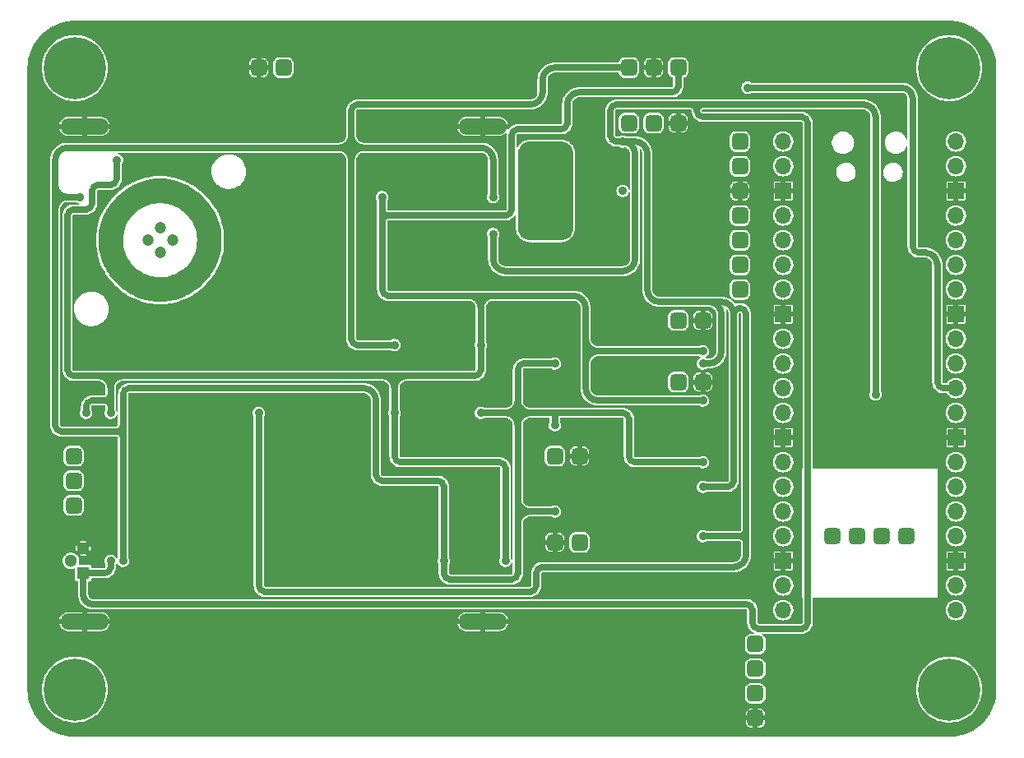
<source format=gbr>
%TF.GenerationSoftware,KiCad,Pcbnew,(6.0.0)*%
%TF.CreationDate,2022-07-12T00:59:49+05:30*%
%TF.ProjectId,Multislope 3I,4d756c74-6973-46c6-9f70-652033492e6b,rev?*%
%TF.SameCoordinates,Original*%
%TF.FileFunction,Copper,L3,Inr*%
%TF.FilePolarity,Positive*%
%FSLAX46Y46*%
G04 Gerber Fmt 4.6, Leading zero omitted, Abs format (unit mm)*
G04 Created by KiCad (PCBNEW (6.0.0)) date 2022-07-12 00:59:49*
%MOMM*%
%LPD*%
G01*
G04 APERTURE LIST*
G04 Aperture macros list*
%AMRoundRect*
0 Rectangle with rounded corners*
0 $1 Rounding radius*
0 $2 $3 $4 $5 $6 $7 $8 $9 X,Y pos of 4 corners*
0 Add a 4 corners polygon primitive as box body*
4,1,4,$2,$3,$4,$5,$6,$7,$8,$9,$2,$3,0*
0 Add four circle primitives for the rounded corners*
1,1,$1+$1,$2,$3*
1,1,$1+$1,$4,$5*
1,1,$1+$1,$6,$7*
1,1,$1+$1,$8,$9*
0 Add four rect primitives between the rounded corners*
20,1,$1+$1,$2,$3,$4,$5,0*
20,1,$1+$1,$4,$5,$6,$7,0*
20,1,$1+$1,$6,$7,$8,$9,0*
20,1,$1+$1,$8,$9,$2,$3,0*%
G04 Aperture macros list end*
%TA.AperFunction,ComponentPad*%
%ADD10RoundRect,0.425000X0.425000X-0.425000X0.425000X0.425000X-0.425000X0.425000X-0.425000X-0.425000X0*%
%TD*%
%TA.AperFunction,ComponentPad*%
%ADD11C,0.800000*%
%TD*%
%TA.AperFunction,ComponentPad*%
%ADD12C,6.400000*%
%TD*%
%TA.AperFunction,ComponentPad*%
%ADD13RoundRect,0.425000X-0.425000X0.425000X-0.425000X-0.425000X0.425000X-0.425000X0.425000X0.425000X0*%
%TD*%
%TA.AperFunction,ComponentPad*%
%ADD14O,5.000000X1.700000*%
%TD*%
%TA.AperFunction,ComponentPad*%
%ADD15R,1.300000X1.300000*%
%TD*%
%TA.AperFunction,ComponentPad*%
%ADD16C,1.300000*%
%TD*%
%TA.AperFunction,ComponentPad*%
%ADD17O,1.700000X1.700000*%
%TD*%
%TA.AperFunction,ComponentPad*%
%ADD18R,1.700000X1.700000*%
%TD*%
%TA.AperFunction,ComponentPad*%
%ADD19RoundRect,0.425000X-0.425000X-0.425000X0.425000X-0.425000X0.425000X0.425000X-0.425000X0.425000X0*%
%TD*%
%TA.AperFunction,ComponentPad*%
%ADD20C,1.200000*%
%TD*%
%TA.AperFunction,ViaPad*%
%ADD21C,0.889000*%
%TD*%
%TA.AperFunction,ViaPad*%
%ADD22C,0.800000*%
%TD*%
%TA.AperFunction,Conductor*%
%ADD23C,0.635000*%
%TD*%
G04 APERTURE END LIST*
D10*
%TO.N,/COMP*%
%TO.C,J3*%
X158115000Y-93980000D03*
%TO.N,GND*%
X160655000Y-93980000D03*
%TD*%
D11*
%TO.N,N/C*%
%TO.C,H2*%
X94302944Y-133697056D03*
X96000000Y-129600000D03*
X96000000Y-134400000D03*
D12*
X96000000Y-132000000D03*
D11*
X97697056Y-130302944D03*
X97697056Y-133697056D03*
X93600000Y-132000000D03*
X98400000Y-132000000D03*
X94302944Y-130302944D03*
%TD*%
%TO.N,N/C*%
%TO.C,H4*%
X94302944Y-69697056D03*
X93600000Y-68000000D03*
X96000000Y-70400000D03*
X94302944Y-66302944D03*
D12*
X96000000Y-68000000D03*
D11*
X97697056Y-66302944D03*
X97697056Y-69697056D03*
X96000000Y-65600000D03*
X98400000Y-68000000D03*
%TD*%
%TO.N,N/C*%
%TO.C,H3*%
X184302944Y-66302944D03*
X187697056Y-66302944D03*
X187697056Y-69697056D03*
X184302944Y-69697056D03*
X186000000Y-65600000D03*
X186000000Y-70400000D03*
D12*
X186000000Y-68000000D03*
D11*
X188400000Y-68000000D03*
X183600000Y-68000000D03*
%TD*%
D10*
%TO.N,+3V3*%
%TO.C,J15*%
X153035000Y-73660000D03*
%TO.N,+5V*%
X155575000Y-73660000D03*
%TO.N,GND*%
X158115000Y-73660000D03*
%TD*%
D13*
%TO.N,Net-(C26-Pad1)*%
%TO.C,J12*%
X181610000Y-116205000D03*
%TO.N,Net-(J12-Pad2)*%
X179070000Y-116205000D03*
%TO.N,Net-(J12-Pad3)*%
X176530000Y-116205000D03*
%TO.N,Net-(C26-Pad2)*%
X173990000Y-116205000D03*
%TD*%
D14*
%TO.N,GND*%
%TO.C,J4*%
X97000000Y-125000000D03*
%TD*%
D10*
%TO.N,/SLOPE*%
%TO.C,J14*%
X158115000Y-100330000D03*
%TO.N,GND*%
X160655000Y-100330000D03*
%TD*%
%TO.N,/INT*%
%TO.C,J1*%
X145415000Y-107950000D03*
%TO.N,GND*%
X147955000Y-107950000D03*
%TD*%
D15*
%TO.N,+3V3*%
%TO.C,U17*%
X96880000Y-120015000D03*
D16*
%TO.N,Net-(R42-Pad1)*%
X95610000Y-118745000D03*
%TO.N,GND*%
X96880000Y-117475000D03*
%TD*%
D17*
%TO.N,Net-(J2-Pad1)*%
%TO.C,U16*%
X168910000Y-75565000D03*
%TO.N,Net-(J2-Pad2)*%
X168910000Y-78105000D03*
D18*
%TO.N,GND*%
X168910000Y-80645000D03*
D17*
%TO.N,Net-(J2-Pad4)*%
X168910000Y-83185000D03*
%TO.N,Net-(J2-Pad5)*%
X168910000Y-85725000D03*
%TO.N,Net-(J2-Pad6)*%
X168910000Y-88265000D03*
%TO.N,Net-(J2-Pad7)*%
X168910000Y-90805000D03*
D18*
%TO.N,GND*%
X168910000Y-93345000D03*
D17*
%TO.N,/COMP*%
X168910000Y-95885000D03*
%TO.N,unconnected-(U16-Pad10)*%
X168910000Y-98425000D03*
%TO.N,Net-(U16-Pad11)*%
X168910000Y-100965000D03*
%TO.N,Net-(U16-Pad12)*%
X168910000Y-103505000D03*
D18*
%TO.N,GND*%
X168910000Y-106045000D03*
D17*
%TO.N,Net-(U15-Pad7)*%
X168910000Y-108585000D03*
%TO.N,Net-(U15-Pad5)*%
X168910000Y-111125000D03*
%TO.N,Net-(U15-Pad6)*%
X168910000Y-113665000D03*
%TO.N,Net-(U15-Pad1)*%
X168910000Y-116205000D03*
D18*
%TO.N,GND*%
X168910000Y-118745000D03*
D17*
%TO.N,unconnected-(U16-Pad19)*%
X168910000Y-121285000D03*
%TO.N,unconnected-(U16-Pad20)*%
X168910000Y-123825000D03*
%TO.N,unconnected-(U16-Pad21)*%
X186690000Y-123825000D03*
%TO.N,unconnected-(U16-Pad22)*%
X186690000Y-121285000D03*
D18*
%TO.N,GND*%
X186690000Y-118745000D03*
D17*
%TO.N,unconnected-(U16-Pad24)*%
X186690000Y-116205000D03*
%TO.N,unconnected-(U16-Pad25)*%
X186690000Y-113665000D03*
%TO.N,unconnected-(U16-Pad26)*%
X186690000Y-111125000D03*
%TO.N,unconnected-(U16-Pad27)*%
X186690000Y-108585000D03*
D18*
%TO.N,GND*%
X186690000Y-106045000D03*
D17*
%TO.N,unconnected-(U16-Pad29)*%
X186690000Y-103505000D03*
%TO.N,Net-(SW1-Pad2)*%
X186690000Y-100965000D03*
%TO.N,unconnected-(U16-Pad31)*%
X186690000Y-98425000D03*
%TO.N,unconnected-(U16-Pad32)*%
X186690000Y-95885000D03*
D18*
%TO.N,GND*%
X186690000Y-93345000D03*
D17*
%TO.N,unconnected-(U16-Pad34)*%
X186690000Y-90805000D03*
%TO.N,unconnected-(U16-Pad35)*%
X186690000Y-88265000D03*
%TO.N,unconnected-(U16-Pad36)*%
X186690000Y-85725000D03*
%TO.N,unconnected-(U16-Pad37)*%
X186690000Y-83185000D03*
D18*
%TO.N,GND*%
X186690000Y-80645000D03*
D17*
%TO.N,+5V*%
X186690000Y-78105000D03*
%TO.N,unconnected-(U16-Pad40)*%
X186690000Y-75565000D03*
%TD*%
D19*
%TO.N,/RAW*%
%TO.C,J11*%
X95885000Y-107950000D03*
%TO.N,/-REF*%
X95885000Y-110490000D03*
%TO.N,/+REF*%
X95885000Y-113030000D03*
%TD*%
D14*
%TO.N,GND*%
%TO.C,J9*%
X138000000Y-74000000D03*
%TD*%
D19*
%TO.N,Net-(J2-Pad1)*%
%TO.C,J2*%
X164465000Y-75565000D03*
%TO.N,Net-(J2-Pad2)*%
X164465000Y-78105000D03*
%TO.N,GND*%
X164465000Y-80645000D03*
%TO.N,Net-(J2-Pad4)*%
X164465000Y-83185000D03*
%TO.N,Net-(J2-Pad5)*%
X164465000Y-85725000D03*
%TO.N,Net-(J2-Pad6)*%
X164465000Y-88265000D03*
%TO.N,Net-(J2-Pad7)*%
X164465000Y-90805000D03*
%TD*%
D12*
%TO.N,N/C*%
%TO.C,H1*%
X186000000Y-132000000D03*
D11*
X187697056Y-133697056D03*
X184302944Y-133697056D03*
X186000000Y-129600000D03*
X187697056Y-130302944D03*
X183600000Y-132000000D03*
X186000000Y-134400000D03*
X188400000Y-132000000D03*
X184302944Y-130302944D03*
%TD*%
D14*
%TO.N,GND*%
%TO.C,J5*%
X138000000Y-125000000D03*
%TD*%
D19*
%TO.N,+15V*%
%TO.C,J10*%
X166052500Y-127317500D03*
%TO.N,-15V*%
X166052500Y-129857500D03*
%TO.N,+3V3*%
X166052500Y-132397500D03*
%TO.N,GND*%
X166052500Y-134937500D03*
%TD*%
D13*
%TO.N,+15V*%
%TO.C,J8*%
X158115000Y-67945000D03*
%TO.N,GND*%
X155575000Y-67945000D03*
%TO.N,-15V*%
X153035000Y-67945000D03*
%TD*%
D14*
%TO.N,GND*%
%TO.C,J6*%
X97000000Y-74000000D03*
%TD*%
D13*
%TO.N,/SLOPE2*%
%TO.C,J7*%
X147955000Y-116840000D03*
%TO.N,GND*%
X145415000Y-116840000D03*
%TD*%
%TO.N,Net-(J13-Pad1)*%
%TO.C,J13*%
X117475000Y-67945000D03*
%TO.N,GND*%
X114935000Y-67945000D03*
%TD*%
D20*
%TO.N,/RAW*%
%TO.C,U2*%
X104775000Y-86995000D03*
%TO.N,GND*%
X106045000Y-85725000D03*
%TO.N,+15V*%
X104775000Y-84455000D03*
%TO.N,-15V*%
X103505000Y-85725000D03*
%TD*%
D21*
%TO.N,+15V*%
X97155000Y-103505000D03*
%TO.N,GND*%
X116205000Y-103505000D03*
X160655000Y-95885000D03*
X145415000Y-106045000D03*
X111760000Y-85725000D03*
X117475000Y-118745000D03*
X149225000Y-104775000D03*
X152400000Y-78105000D03*
X152400000Y-83185000D03*
X145415000Y-97155000D03*
X139065000Y-118745000D03*
X179705000Y-101600000D03*
X148590000Y-121285000D03*
X102235000Y-118745000D03*
X136525000Y-118745000D03*
X136525000Y-103505000D03*
X123825000Y-118745000D03*
X122555000Y-114935000D03*
X99695000Y-115219000D03*
X152400000Y-111125000D03*
X104775000Y-118745000D03*
X98425000Y-103505000D03*
X152400000Y-81915000D03*
X132715000Y-93345000D03*
X137795000Y-89535000D03*
X130175000Y-103505000D03*
X131445000Y-93345000D03*
X163665000Y-70015000D03*
X135255000Y-93345000D03*
X121285000Y-103505000D03*
X145415000Y-114935000D03*
X121285000Y-118745000D03*
X152400000Y-95885000D03*
X137795000Y-107315000D03*
X133985000Y-93345000D03*
X132715000Y-118745000D03*
X125095000Y-114935000D03*
X160655000Y-112395000D03*
D22*
X128905000Y-81280000D03*
D21*
X136525000Y-96520000D03*
X160655000Y-117475000D03*
D22*
X130175000Y-96520000D03*
D21*
X137795000Y-81280000D03*
X102235000Y-96520000D03*
X152400000Y-76835000D03*
X152400000Y-113665000D03*
X175895000Y-104775000D03*
X160655000Y-103505000D03*
X102235000Y-106680000D03*
X122555000Y-118745000D03*
X149455000Y-84685000D03*
X149455000Y-79605000D03*
X145415000Y-99695000D03*
%TO.N,-15V*%
X96520000Y-81280000D03*
X139065000Y-81280000D03*
X133985000Y-118745000D03*
X160655000Y-108585000D03*
X145415000Y-104775000D03*
X145415000Y-98425000D03*
X137795000Y-103505000D03*
X145415000Y-113665000D03*
X128905000Y-96520000D03*
X100965000Y-118745000D03*
%TO.N,+15V*%
X144145000Y-79692500D03*
X145415000Y-79692500D03*
X146685000Y-84772500D03*
X144145000Y-81597500D03*
X100330000Y-77470000D03*
X144145000Y-76517500D03*
X142875000Y-76517500D03*
X160655000Y-102235000D03*
X145415000Y-76517500D03*
X127635000Y-81280000D03*
X160655000Y-97155000D03*
X144145000Y-84772500D03*
X142875000Y-81597500D03*
X146685000Y-79692500D03*
X146685000Y-81597500D03*
X145415000Y-84772500D03*
X142875000Y-79692500D03*
X146685000Y-76517500D03*
X128905000Y-103505000D03*
X137795000Y-96520000D03*
X99695000Y-103505000D03*
X142875000Y-84772500D03*
X145415000Y-81597500D03*
X140335000Y-118745000D03*
%TO.N,+3V3*%
X99695000Y-118745000D03*
X114935000Y-103505000D03*
X160655000Y-116205000D03*
X160655000Y-98425000D03*
X160655000Y-111125000D03*
X178435000Y-101600000D03*
X152400000Y-75565000D03*
X139065000Y-85090000D03*
%TO.N,+5V*%
X152400000Y-80645000D03*
%TO.N,Net-(SW1-Pad2)*%
X165265000Y-70015000D03*
%TD*%
D23*
%TO.N,+15V*%
X99695000Y-102870000D02*
G75*
G03*
X99060000Y-102235000I-634999J1D01*
G01*
X99695000Y-102870000D02*
X99695000Y-103505000D01*
X99695000Y-101600000D02*
X99695000Y-102870000D01*
X99695000Y-101600000D02*
G75*
G02*
X99060000Y-102235000I-634999J-1D01*
G01*
X99695000Y-100965000D02*
X99695000Y-101600000D01*
X97790000Y-102235000D02*
X99060000Y-102235000D01*
X97155000Y-103505000D02*
X97155000Y-102870000D01*
X97790000Y-102235000D02*
G75*
G03*
X97155000Y-102870000I-1J-634999D01*
G01*
%TO.N,-15V*%
X125095000Y-96520000D02*
X128905000Y-96520000D01*
X133985000Y-111125000D02*
X133985000Y-118745000D01*
X93980000Y-82550000D02*
X93980000Y-104775000D01*
X100965000Y-106045000D02*
X100965000Y-110490000D01*
X140970000Y-120650000D02*
X134620000Y-120650000D01*
X124460000Y-74295000D02*
X124460000Y-72390000D01*
X143510000Y-113665000D02*
X142875000Y-113665000D01*
X93980000Y-81280000D02*
X93980000Y-80645000D01*
X141605000Y-105410000D02*
X141605000Y-112395000D01*
X93980000Y-81280000D02*
X93980000Y-81915000D01*
X145415000Y-98425000D02*
X142240000Y-98425000D01*
X124460000Y-76200000D02*
X125730000Y-76200000D01*
X133985000Y-120015000D02*
X133985000Y-118745000D01*
X141605000Y-114935000D02*
X141605000Y-120015000D01*
X96520000Y-81280000D02*
X95250000Y-81280000D01*
X139700000Y-103505000D02*
X137795000Y-103505000D01*
X100965000Y-104775000D02*
X100965000Y-101600000D01*
X95250000Y-81280000D02*
X94615000Y-81280000D01*
X141605000Y-105410000D02*
X141605000Y-104775000D01*
X93980000Y-77470000D02*
X93980000Y-80010000D01*
X141605000Y-113665000D02*
X141605000Y-114935000D01*
X124460000Y-77470000D02*
X124460000Y-76200000D01*
X93980000Y-80645000D02*
X93980000Y-80010000D01*
X100965000Y-105410000D02*
X100965000Y-104775000D01*
X93980000Y-81915000D02*
X93980000Y-82550000D01*
X125730000Y-76200000D02*
X137795000Y-76200000D01*
X99695000Y-105410000D02*
X100965000Y-105410000D01*
X145415000Y-103505000D02*
X145415000Y-104775000D01*
X141605000Y-99060000D02*
X141605000Y-102235000D01*
X94615000Y-105410000D02*
X99695000Y-105410000D01*
X124460000Y-76200000D02*
X122555000Y-76200000D01*
X124460000Y-74295000D02*
X124460000Y-74930000D01*
X140335000Y-103505000D02*
X139700000Y-103505000D01*
X145415000Y-113665000D02*
X143510000Y-113665000D01*
X139065000Y-79375000D02*
X139065000Y-77470000D01*
X152400000Y-103505000D02*
X145415000Y-103505000D01*
X143510000Y-113665000D02*
X141605000Y-113665000D01*
X100965000Y-110490000D02*
X100965000Y-118745000D01*
X141605000Y-112395000D02*
X141605000Y-113665000D01*
X141605000Y-103505000D02*
X141605000Y-102235000D01*
X141605000Y-103505000D02*
X142875000Y-103505000D01*
X94615000Y-81280000D02*
X93980000Y-81280000D01*
X127635000Y-110490000D02*
X133350000Y-110490000D01*
X141605000Y-103505000D02*
X140335000Y-103505000D01*
X123190000Y-76200000D02*
X122555000Y-76200000D01*
X125095000Y-71755000D02*
X142875000Y-71755000D01*
X144145000Y-70485000D02*
X144145000Y-69215000D01*
X100965000Y-105410000D02*
X100965000Y-106045000D01*
X124460000Y-77470000D02*
X124460000Y-95885000D01*
X141605000Y-103505000D02*
X141605000Y-105410000D01*
X101600000Y-100965000D02*
X125730000Y-100965000D01*
X160655000Y-108585000D02*
X153670000Y-108585000D01*
X122555000Y-76200000D02*
X112395000Y-76200000D01*
X99695000Y-105410000D02*
X100330000Y-105410000D01*
X142875000Y-103505000D02*
X145415000Y-103505000D01*
X139065000Y-79375000D02*
X139065000Y-81280000D01*
X112395000Y-76200000D02*
X95250000Y-76200000D01*
X124460000Y-76200000D02*
X124460000Y-74295000D01*
X145415000Y-67945000D02*
X153035000Y-67945000D01*
X127000000Y-102235000D02*
X127000000Y-109855000D01*
X153035000Y-107950000D02*
X153035000Y-104140000D01*
X123190000Y-76200000D02*
G75*
G02*
X124460000Y-77470000I1J-1269999D01*
G01*
X127000000Y-102235000D02*
G75*
G03*
X125730000Y-100965000I-1269999J1D01*
G01*
X140335000Y-103505000D02*
G75*
G02*
X141605000Y-104775000I1J-1269999D01*
G01*
X125730000Y-76200000D02*
G75*
G02*
X124460000Y-74930000I-1J1269999D01*
G01*
X133985000Y-111125000D02*
G75*
G03*
X133350000Y-110490000I-634999J1D01*
G01*
X93980000Y-77470000D02*
G75*
G02*
X95250000Y-76200000I1269999J1D01*
G01*
X94615000Y-105410000D02*
G75*
G02*
X93980000Y-104775000I-1J634999D01*
G01*
X141605000Y-99060000D02*
G75*
G02*
X142240000Y-98425000I634999J1D01*
G01*
X125095000Y-96520000D02*
G75*
G02*
X124460000Y-95885000I-1J634999D01*
G01*
X141605000Y-112395000D02*
G75*
G03*
X142875000Y-113665000I1269999J-1D01*
G01*
X141605000Y-114935000D02*
G75*
G02*
X142875000Y-113665000I1269999J1D01*
G01*
X133985000Y-120015000D02*
G75*
G03*
X134620000Y-120650000I634999J-1D01*
G01*
X140970000Y-120650000D02*
G75*
G03*
X141605000Y-120015000I1J634999D01*
G01*
X101600000Y-100965000D02*
G75*
G03*
X100965000Y-101600000I-1J-634999D01*
G01*
X125730000Y-76200000D02*
G75*
G03*
X124460000Y-77470000I-1J-1269999D01*
G01*
X141605000Y-102235000D02*
G75*
G03*
X142875000Y-103505000I1269999J-1D01*
G01*
X93980000Y-82550000D02*
G75*
G02*
X95250000Y-81280000I1269999J1D01*
G01*
X144145000Y-70485000D02*
G75*
G02*
X142875000Y-71755000I-1269999J-1D01*
G01*
X142875000Y-103505000D02*
G75*
G03*
X141605000Y-104775000I-1J-1269999D01*
G01*
X93980000Y-81915000D02*
G75*
G02*
X94615000Y-81280000I634999J1D01*
G01*
X93980000Y-80010000D02*
G75*
G03*
X95250000Y-81280000I1269999J-1D01*
G01*
X145415000Y-67945000D02*
G75*
G03*
X144145000Y-69215000I-1J-1269999D01*
G01*
X141605000Y-102235000D02*
G75*
G02*
X140335000Y-103505000I-1269999J-1D01*
G01*
X137795000Y-76200000D02*
G75*
G02*
X139065000Y-77470000I1J-1269999D01*
G01*
X100965000Y-106045000D02*
G75*
G03*
X100330000Y-105410000I-634999J1D01*
G01*
X123190000Y-76200000D02*
G75*
G03*
X124460000Y-74930000I1J1269999D01*
G01*
X127635000Y-110490000D02*
G75*
G02*
X127000000Y-109855000I-1J634999D01*
G01*
X125095000Y-71755000D02*
G75*
G03*
X124460000Y-72390000I-1J-634999D01*
G01*
X93980000Y-80645000D02*
G75*
G03*
X94615000Y-81280000I634999J-1D01*
G01*
X153035000Y-107950000D02*
G75*
G03*
X153670000Y-108585000I634999J-1D01*
G01*
X100965000Y-104775000D02*
G75*
G02*
X100330000Y-105410000I-634999J-1D01*
G01*
X152400000Y-103505000D02*
G75*
G02*
X153035000Y-104140000I1J-634999D01*
G01*
%TO.N,+15V*%
X127635000Y-83820000D02*
X127635000Y-90805000D01*
X100965000Y-99695000D02*
X101600000Y-99695000D01*
X144145000Y-91440000D02*
X145415000Y-91440000D01*
X160655000Y-102235000D02*
X149860000Y-102235000D01*
X141605000Y-74295000D02*
X146050000Y-74295000D01*
X150495000Y-97155000D02*
X148590000Y-97155000D01*
X130175000Y-99695000D02*
X137160000Y-99695000D01*
X100330000Y-79375000D02*
X100330000Y-77470000D01*
X140970000Y-82550000D02*
X140970000Y-74930000D01*
X146685000Y-91440000D02*
X145415000Y-91440000D01*
X160655000Y-97155000D02*
X150495000Y-97155000D01*
X148590000Y-100965000D02*
X148590000Y-98425000D01*
X127000000Y-99695000D02*
X101600000Y-99695000D01*
X137795000Y-99060000D02*
X137795000Y-96520000D01*
X139065000Y-91440000D02*
X144145000Y-91440000D01*
X158115000Y-69850000D02*
X158115000Y-67945000D01*
X148590000Y-98425000D02*
X148590000Y-97155000D01*
X137795000Y-94615000D02*
X137795000Y-92710000D01*
X128905000Y-99695000D02*
X127000000Y-99695000D01*
X99695000Y-99695000D02*
X98425000Y-99695000D01*
X127635000Y-81280000D02*
X127635000Y-82550000D01*
X128905000Y-99695000D02*
X130175000Y-99695000D01*
X148590000Y-95885000D02*
X148590000Y-92710000D01*
X127635000Y-83185000D02*
X127635000Y-83820000D01*
X137795000Y-93345000D02*
X137795000Y-94615000D01*
X146685000Y-73660000D02*
X146685000Y-71755000D01*
X127635000Y-82550000D02*
X127635000Y-83185000D01*
X129540000Y-83185000D02*
X128270000Y-83185000D01*
X147955000Y-70485000D02*
X157480000Y-70485000D01*
X147320000Y-91440000D02*
X146685000Y-91440000D01*
X128905000Y-100965000D02*
X128905000Y-99695000D01*
X137795000Y-91440000D02*
X137795000Y-93345000D01*
X130175000Y-83185000D02*
X129540000Y-83185000D01*
X95885000Y-82550000D02*
X97155000Y-82550000D01*
X101600000Y-99695000D02*
X99695000Y-99695000D01*
X99695000Y-99695000D02*
X99695000Y-100965000D01*
X98425000Y-99695000D02*
X95885000Y-99695000D01*
X128905000Y-103505000D02*
X128905000Y-107950000D01*
X140335000Y-109220000D02*
X140335000Y-118745000D01*
X136525000Y-91440000D02*
X137795000Y-91440000D01*
X128905000Y-103505000D02*
X128905000Y-102235000D01*
X128905000Y-102235000D02*
X128905000Y-100965000D01*
X148590000Y-97155000D02*
X148590000Y-95885000D01*
X127000000Y-99695000D02*
X127635000Y-99695000D01*
X137795000Y-94615000D02*
X137795000Y-96520000D01*
X130175000Y-83185000D02*
X140335000Y-83185000D01*
X150495000Y-97155000D02*
X149860000Y-97155000D01*
X129540000Y-108585000D02*
X139700000Y-108585000D01*
X137795000Y-93345000D02*
X137795000Y-92710000D01*
X95250000Y-99060000D02*
X95250000Y-83185000D01*
X98425000Y-80010000D02*
X99695000Y-80010000D01*
X127635000Y-83185000D02*
X130175000Y-83185000D01*
X128270000Y-91440000D02*
X136525000Y-91440000D01*
X97790000Y-81915000D02*
X97790000Y-80645000D01*
X137795000Y-91440000D02*
X139065000Y-91440000D01*
X148590000Y-92710000D02*
G75*
G03*
X147320000Y-91440000I-1269999J1D01*
G01*
X148590000Y-98425000D02*
G75*
G02*
X149860000Y-97155000I1269999J1D01*
G01*
X140970000Y-82550000D02*
G75*
G02*
X140335000Y-83185000I-634999J-1D01*
G01*
X99695000Y-100965000D02*
G75*
G03*
X98425000Y-99695000I-1269999J1D01*
G01*
X128270000Y-91440000D02*
G75*
G02*
X127635000Y-90805000I-1J634999D01*
G01*
X140335000Y-109220000D02*
G75*
G03*
X139700000Y-108585000I-634999J1D01*
G01*
X147955000Y-70485000D02*
G75*
G03*
X146685000Y-71755000I-1J-1269999D01*
G01*
X128905000Y-100965000D02*
G75*
G03*
X127635000Y-99695000I-1269999J1D01*
G01*
X127635000Y-83820000D02*
G75*
G02*
X128270000Y-83185000I634999J1D01*
G01*
X97790000Y-81915000D02*
G75*
G02*
X97155000Y-82550000I-634999J-1D01*
G01*
X95250000Y-99060000D02*
G75*
G03*
X95885000Y-99695000I634999J-1D01*
G01*
X100965000Y-99695000D02*
G75*
G03*
X99695000Y-100965000I-1J-1269999D01*
G01*
X98425000Y-80010000D02*
G75*
G03*
X97790000Y-80645000I-1J-634999D01*
G01*
X127635000Y-82550000D02*
G75*
G03*
X128270000Y-83185000I634999J-1D01*
G01*
X136525000Y-91440000D02*
G75*
G02*
X137795000Y-92710000I1J-1269999D01*
G01*
X95885000Y-82550000D02*
G75*
G03*
X95250000Y-83185000I-1J-634999D01*
G01*
X148590000Y-100965000D02*
G75*
G03*
X149860000Y-102235000I1269999J-1D01*
G01*
X130175000Y-99695000D02*
G75*
G03*
X128905000Y-100965000I-1J-1269999D01*
G01*
X148590000Y-95885000D02*
G75*
G03*
X149860000Y-97155000I1269999J-1D01*
G01*
X137795000Y-99060000D02*
G75*
G02*
X137160000Y-99695000I-634999J-1D01*
G01*
X141605000Y-74295000D02*
G75*
G03*
X140970000Y-74930000I-1J-634999D01*
G01*
X129540000Y-108585000D02*
G75*
G02*
X128905000Y-107950000I-1J634999D01*
G01*
X100330000Y-79375000D02*
G75*
G02*
X99695000Y-80010000I-634999J-1D01*
G01*
X158115000Y-69850000D02*
G75*
G02*
X157480000Y-70485000I-634999J-1D01*
G01*
X146685000Y-73660000D02*
G75*
G02*
X146050000Y-74295000I-634999J-1D01*
G01*
X139065000Y-91440000D02*
G75*
G03*
X137795000Y-92710000I-1J-1269999D01*
G01*
%TO.N,+3V3*%
X160655000Y-116205000D02*
X163195000Y-116205000D01*
X161290000Y-92075000D02*
X156210000Y-92075000D01*
X114935000Y-103505000D02*
X114935000Y-121285000D01*
X151765000Y-75565000D02*
X152400000Y-75565000D01*
X96880000Y-120015000D02*
X99060000Y-120015000D01*
X162560000Y-111125000D02*
X163195000Y-111125000D01*
X97790000Y-123190000D02*
X165100000Y-123190000D01*
X161925000Y-111125000D02*
X163195000Y-111125000D01*
X153670000Y-87630000D02*
X153670000Y-76835000D01*
X178435000Y-101600000D02*
X178435000Y-73025000D01*
X161290000Y-71755000D02*
X177165000Y-71755000D01*
X165735000Y-123825000D02*
X165735000Y-125095000D01*
X162560000Y-92075000D02*
X161290000Y-92075000D01*
X144145000Y-119380000D02*
X163830000Y-119380000D01*
X162560000Y-111125000D02*
X161925000Y-111125000D01*
X96880000Y-120015000D02*
X96880000Y-122280000D01*
X154940000Y-90805000D02*
X154940000Y-76835000D01*
X151130000Y-72390000D02*
X151130000Y-74930000D01*
X170815000Y-73025000D02*
X160655000Y-73025000D01*
X159385000Y-71755000D02*
X151765000Y-71755000D01*
X171450000Y-125095000D02*
X171450000Y-73660000D01*
X162560000Y-97155000D02*
X162560000Y-93345000D01*
X115570000Y-121920000D02*
X142875000Y-121920000D01*
X139065000Y-85090000D02*
X139065000Y-87630000D01*
X165100000Y-116840000D02*
X165100000Y-115570000D01*
X165100000Y-115570000D02*
X165100000Y-93345000D01*
X161925000Y-111125000D02*
X160655000Y-111125000D01*
X160655000Y-98425000D02*
X161290000Y-98425000D01*
X159385000Y-71755000D02*
X161290000Y-71755000D01*
X160655000Y-71755000D02*
X161290000Y-71755000D01*
X153670000Y-75565000D02*
X152400000Y-75565000D01*
X163195000Y-116205000D02*
X164465000Y-116205000D01*
X165100000Y-118110000D02*
X165100000Y-116840000D01*
X99695000Y-119380000D02*
X99695000Y-118745000D01*
X140335000Y-88900000D02*
X152400000Y-88900000D01*
X166370000Y-125730000D02*
X170815000Y-125730000D01*
X143510000Y-121285000D02*
X143510000Y-120015000D01*
X163830000Y-110490000D02*
X163830000Y-93345000D01*
X160655000Y-71755000D02*
G75*
G03*
X160020000Y-72390000I-1J-634999D01*
G01*
X154940000Y-90805000D02*
G75*
G03*
X156210000Y-92075000I1269999J-1D01*
G01*
X151765000Y-75565000D02*
G75*
G02*
X151130000Y-74930000I-1J634999D01*
G01*
X165100000Y-115570000D02*
G75*
G02*
X164465000Y-116205000I-634999J-1D01*
G01*
X163830000Y-93345000D02*
G75*
G02*
X164465000Y-92710000I634999J1D01*
G01*
X160020000Y-72390000D02*
G75*
G03*
X160655000Y-73025000I634999J-1D01*
G01*
X162560000Y-97155000D02*
G75*
G02*
X161290000Y-98425000I-1269999J-1D01*
G01*
X165100000Y-116840000D02*
G75*
G03*
X164465000Y-116205000I-634999J1D01*
G01*
X153670000Y-87630000D02*
G75*
G02*
X152400000Y-88900000I-1269999J-1D01*
G01*
X164465000Y-92710000D02*
G75*
G02*
X165100000Y-93345000I1J-634999D01*
G01*
X159385000Y-71755000D02*
G75*
G02*
X160020000Y-72390000I1J-634999D01*
G01*
X170815000Y-73025000D02*
G75*
G02*
X171450000Y-73660000I1J-634999D01*
G01*
X166370000Y-125730000D02*
G75*
G02*
X165735000Y-125095000I-1J634999D01*
G01*
X115570000Y-121920000D02*
G75*
G02*
X114935000Y-121285000I-1J634999D01*
G01*
X177165000Y-71755000D02*
G75*
G02*
X178435000Y-73025000I1J-1269999D01*
G01*
X171450000Y-125095000D02*
G75*
G02*
X170815000Y-125730000I-634999J-1D01*
G01*
X140335000Y-88900000D02*
G75*
G02*
X139065000Y-87630000I-1J1269999D01*
G01*
X99695000Y-119380000D02*
G75*
G02*
X99060000Y-120015000I-634999J-1D01*
G01*
X163830000Y-110490000D02*
G75*
G02*
X163195000Y-111125000I-634999J-1D01*
G01*
X152400000Y-75565000D02*
G75*
G02*
X153670000Y-76835000I1J-1269999D01*
G01*
X151130000Y-72390000D02*
G75*
G02*
X151765000Y-71755000I634999J1D01*
G01*
X161290000Y-92075000D02*
G75*
G02*
X162560000Y-93345000I1J-1269999D01*
G01*
X165100000Y-118110000D02*
G75*
G02*
X163830000Y-119380000I-1269999J-1D01*
G01*
X153670000Y-75565000D02*
G75*
G02*
X154940000Y-76835000I1J-1269999D01*
G01*
X97790000Y-123190000D02*
G75*
G02*
X96880000Y-122280000I1J910001D01*
G01*
X162560000Y-92075000D02*
G75*
G02*
X163830000Y-93345000I1J-1269999D01*
G01*
X143510000Y-121285000D02*
G75*
G02*
X142875000Y-121920000I-634999J-1D01*
G01*
X144145000Y-119380000D02*
G75*
G03*
X143510000Y-120015000I-1J-634999D01*
G01*
X165735000Y-123825000D02*
G75*
G03*
X165100000Y-123190000I-634999J1D01*
G01*
%TO.N,Net-(SW1-Pad2)*%
X182880000Y-86995000D02*
X183515000Y-86995000D01*
X184785000Y-88265000D02*
X184785000Y-100330000D01*
X182245000Y-71120000D02*
X182245000Y-86360000D01*
X165265000Y-70015000D02*
X181140000Y-70015000D01*
X185420000Y-100965000D02*
X186690000Y-100965000D01*
X182880000Y-86995000D02*
G75*
G02*
X182245000Y-86360000I-1J634999D01*
G01*
X182245000Y-71120000D02*
G75*
G03*
X181140000Y-70015000I-1105000J0D01*
G01*
X185420000Y-100965000D02*
G75*
G02*
X184785000Y-100330000I-1J634999D01*
G01*
X184785000Y-88265000D02*
G75*
G03*
X183515000Y-86995000I-1269999J1D01*
G01*
%TD*%
%TA.AperFunction,NonConductor*%
G36*
X104982875Y-79383167D02*
G01*
X105251169Y-79393709D01*
X105261032Y-79394485D01*
X105729361Y-79449915D01*
X105739132Y-79451463D01*
X106201658Y-79543465D01*
X106211279Y-79545775D01*
X106665157Y-79673782D01*
X106674566Y-79676839D01*
X107117011Y-79840066D01*
X107126151Y-79843852D01*
X107554426Y-80041289D01*
X107563241Y-80045781D01*
X107974690Y-80276204D01*
X107983126Y-80281373D01*
X108375249Y-80543381D01*
X108383237Y-80549184D01*
X108542635Y-80674843D01*
X108753592Y-80841149D01*
X108761115Y-80847574D01*
X109109252Y-81169388D01*
X109112818Y-81172818D01*
X109327182Y-81387182D01*
X109330612Y-81390748D01*
X109652426Y-81738885D01*
X109658851Y-81746408D01*
X109791008Y-81914048D01*
X109888441Y-82037640D01*
X109950810Y-82116755D01*
X109956619Y-82124751D01*
X110068311Y-82291910D01*
X110218627Y-82516874D01*
X110223796Y-82525310D01*
X110454219Y-82936759D01*
X110458710Y-82945572D01*
X110471763Y-82973885D01*
X110656148Y-83373849D01*
X110659934Y-83382989D01*
X110823161Y-83825434D01*
X110826218Y-83834843D01*
X110954225Y-84288721D01*
X110956535Y-84298342D01*
X111048537Y-84760868D01*
X111050085Y-84770639D01*
X111105515Y-85238968D01*
X111106291Y-85248831D01*
X111113415Y-85430134D01*
X111104905Y-85480850D01*
X111077988Y-85549889D01*
X111076997Y-85557418D01*
X111058217Y-85700067D01*
X111055905Y-85717626D01*
X111074470Y-85885790D01*
X111105842Y-85971519D01*
X111113419Y-86019765D01*
X111106291Y-86201169D01*
X111105515Y-86211032D01*
X111050085Y-86679361D01*
X111048537Y-86689132D01*
X110956535Y-87151658D01*
X110954225Y-87161279D01*
X110826218Y-87615157D01*
X110823161Y-87624566D01*
X110659934Y-88067011D01*
X110656149Y-88076148D01*
X110465488Y-88489725D01*
X110458711Y-88504426D01*
X110454219Y-88513241D01*
X110223796Y-88924690D01*
X110218627Y-88933126D01*
X110162549Y-89017054D01*
X109969348Y-89306200D01*
X109956625Y-89325241D01*
X109950816Y-89333237D01*
X109884500Y-89417358D01*
X109658851Y-89703592D01*
X109652426Y-89711115D01*
X109330612Y-90059252D01*
X109327182Y-90062818D01*
X109112818Y-90277182D01*
X109109252Y-90280612D01*
X108761115Y-90602426D01*
X108753592Y-90608851D01*
X108542635Y-90775157D01*
X108383237Y-90900816D01*
X108375249Y-90906619D01*
X108067054Y-91112549D01*
X107983126Y-91168627D01*
X107974690Y-91173796D01*
X107563241Y-91404219D01*
X107554426Y-91408711D01*
X107126151Y-91606148D01*
X107117011Y-91609934D01*
X106674566Y-91773161D01*
X106665157Y-91776218D01*
X106211279Y-91904225D01*
X106201658Y-91906535D01*
X105739132Y-91998537D01*
X105729361Y-92000085D01*
X105261032Y-92055515D01*
X105251169Y-92056291D01*
X104982875Y-92066833D01*
X104779938Y-92074806D01*
X104770062Y-92074806D01*
X104567125Y-92066833D01*
X104298831Y-92056291D01*
X104288968Y-92055515D01*
X103820639Y-92000085D01*
X103810868Y-91998537D01*
X103348342Y-91906535D01*
X103338721Y-91904225D01*
X102884843Y-91776218D01*
X102875434Y-91773161D01*
X102432989Y-91609934D01*
X102423849Y-91606148D01*
X101995574Y-91408711D01*
X101986759Y-91404219D01*
X101575310Y-91173796D01*
X101566874Y-91168627D01*
X101482946Y-91112549D01*
X101174751Y-90906619D01*
X101166763Y-90900816D01*
X101007365Y-90775157D01*
X100796408Y-90608851D01*
X100788885Y-90602426D01*
X100440748Y-90280612D01*
X100437182Y-90277182D01*
X100222818Y-90062818D01*
X100219388Y-90059252D01*
X99897574Y-89711115D01*
X99891149Y-89703592D01*
X99665500Y-89417358D01*
X99599184Y-89333237D01*
X99593375Y-89325241D01*
X99580653Y-89306200D01*
X99387451Y-89017054D01*
X99331373Y-88933126D01*
X99326204Y-88924690D01*
X99095781Y-88513241D01*
X99091289Y-88504426D01*
X99084512Y-88489725D01*
X98893851Y-88076148D01*
X98890066Y-88067011D01*
X98726839Y-87624566D01*
X98723782Y-87615157D01*
X98595775Y-87161279D01*
X98593465Y-87151658D01*
X98501463Y-86689132D01*
X98499915Y-86679361D01*
X98444485Y-86211032D01*
X98443709Y-86201169D01*
X98425194Y-85729947D01*
X98425194Y-85725000D01*
X100960104Y-85725000D01*
X100960189Y-85726674D01*
X100960189Y-85726683D01*
X100969336Y-85907243D01*
X100979634Y-86110519D01*
X101038022Y-86492091D01*
X101134672Y-86865810D01*
X101135775Y-86868793D01*
X101135777Y-86868798D01*
X101243970Y-87161279D01*
X101268594Y-87227847D01*
X101438417Y-87574498D01*
X101642401Y-87902213D01*
X101644358Y-87904745D01*
X101769772Y-88067011D01*
X101878459Y-88207636D01*
X102144173Y-88487640D01*
X102146597Y-88489725D01*
X102163689Y-88504426D01*
X102436823Y-88739359D01*
X102753413Y-88960215D01*
X103090701Y-89147947D01*
X103093621Y-89149205D01*
X103093626Y-89149207D01*
X103442300Y-89299370D01*
X103442310Y-89299374D01*
X103445234Y-89300633D01*
X103813382Y-89416710D01*
X104085004Y-89472960D01*
X104188250Y-89494341D01*
X104188253Y-89494341D01*
X104191375Y-89494988D01*
X104485314Y-89525364D01*
X104572188Y-89534342D01*
X104572191Y-89534342D01*
X104575344Y-89534668D01*
X104578511Y-89534674D01*
X104578520Y-89534674D01*
X104768715Y-89535006D01*
X104961357Y-89535342D01*
X105250349Y-89506497D01*
X105342277Y-89497321D01*
X105342279Y-89497321D01*
X105345462Y-89497003D01*
X105358546Y-89494341D01*
X105720592Y-89420682D01*
X105720599Y-89420680D01*
X105723726Y-89420044D01*
X106092277Y-89305253D01*
X106197464Y-89260387D01*
X106444410Y-89155056D01*
X106444414Y-89155054D01*
X106447340Y-89153806D01*
X106450119Y-89152272D01*
X106450125Y-89152269D01*
X106782494Y-88968791D01*
X106785282Y-88967252D01*
X106793207Y-88961765D01*
X107100016Y-88749320D01*
X107100017Y-88749319D01*
X107102640Y-88747503D01*
X107396167Y-88496807D01*
X107662857Y-88217732D01*
X107899980Y-87913134D01*
X107905243Y-87904745D01*
X108103410Y-87588839D01*
X108105107Y-87586134D01*
X108276138Y-87240078D01*
X108411323Y-86878510D01*
X108509277Y-86505131D01*
X108568998Y-86123765D01*
X108569716Y-86110519D01*
X108589701Y-85741491D01*
X108589873Y-85738316D01*
X108577731Y-85480850D01*
X108571840Y-85355924D01*
X108571839Y-85355916D01*
X108571689Y-85352731D01*
X108566227Y-85316180D01*
X108528692Y-85065028D01*
X108514633Y-84970958D01*
X108419288Y-84596905D01*
X108286630Y-84234401D01*
X108118019Y-83887160D01*
X107915180Y-83558735D01*
X107780325Y-83382989D01*
X107682136Y-83255027D01*
X107682133Y-83255024D01*
X107680189Y-83252490D01*
X107415454Y-82971560D01*
X107413049Y-82969476D01*
X107413043Y-82969471D01*
X107126091Y-82720906D01*
X107123684Y-82718821D01*
X106807868Y-82496861D01*
X106471237Y-82307953D01*
X106430818Y-82290378D01*
X106323434Y-82243686D01*
X106117239Y-82154030D01*
X105942025Y-82098112D01*
X105752543Y-82037640D01*
X105752535Y-82037638D01*
X105749499Y-82036669D01*
X105636478Y-82012852D01*
X105374900Y-81957729D01*
X105374895Y-81957728D01*
X105371781Y-81957072D01*
X104987953Y-81916052D01*
X104984766Y-81916035D01*
X104984760Y-81916035D01*
X104809552Y-81915118D01*
X104601945Y-81914031D01*
X104456360Y-81928049D01*
X104220873Y-81950724D01*
X104220868Y-81950725D01*
X104217708Y-81951029D01*
X104214589Y-81951652D01*
X104214584Y-81951653D01*
X104028095Y-81988918D01*
X103839178Y-82026667D01*
X103556491Y-82113632D01*
X103473271Y-82139234D01*
X103473268Y-82139235D01*
X103470229Y-82140170D01*
X103467301Y-82141407D01*
X103467295Y-82141409D01*
X103117583Y-82289134D01*
X103117576Y-82289137D01*
X103114639Y-82290378D01*
X102776048Y-82475750D01*
X102457924Y-82694391D01*
X102455485Y-82696459D01*
X102455479Y-82696464D01*
X102165964Y-82941990D01*
X102165956Y-82941998D01*
X102163524Y-82944060D01*
X102161316Y-82946355D01*
X102161308Y-82946362D01*
X101898076Y-83219901D01*
X101895861Y-83222203D01*
X101893889Y-83224718D01*
X101776956Y-83373849D01*
X101657677Y-83525971D01*
X101451410Y-83852253D01*
X101449985Y-83855110D01*
X101449985Y-83855111D01*
X101351201Y-84053240D01*
X101279171Y-84197710D01*
X101142725Y-84558804D01*
X101043469Y-84931839D01*
X100982417Y-85312994D01*
X100982234Y-85316174D01*
X100982233Y-85316180D01*
X100977471Y-85398778D01*
X100960197Y-85698367D01*
X100960104Y-85725000D01*
X98425194Y-85725000D01*
X98425194Y-85720053D01*
X98425586Y-85710095D01*
X98439751Y-85349570D01*
X98443709Y-85248831D01*
X98444485Y-85238968D01*
X98499915Y-84770639D01*
X98501463Y-84760868D01*
X98593465Y-84298342D01*
X98595775Y-84288721D01*
X98723782Y-83834843D01*
X98726839Y-83825434D01*
X98890066Y-83382989D01*
X98893852Y-83373849D01*
X99078238Y-82973885D01*
X99091290Y-82945572D01*
X99095781Y-82936759D01*
X99326204Y-82525310D01*
X99331373Y-82516874D01*
X99481689Y-82291910D01*
X99593381Y-82124751D01*
X99599190Y-82116755D01*
X99661560Y-82037640D01*
X99758992Y-81914048D01*
X99891149Y-81746408D01*
X99897574Y-81738885D01*
X100219388Y-81390748D01*
X100222818Y-81387182D01*
X100437182Y-81172818D01*
X100440748Y-81169388D01*
X100788885Y-80847574D01*
X100796408Y-80841149D01*
X101007365Y-80674843D01*
X101166763Y-80549184D01*
X101174751Y-80543381D01*
X101566874Y-80281373D01*
X101575310Y-80276204D01*
X101986759Y-80045781D01*
X101995574Y-80041289D01*
X102423849Y-79843852D01*
X102432989Y-79840066D01*
X102875434Y-79676839D01*
X102884843Y-79673782D01*
X103338721Y-79545775D01*
X103348342Y-79543465D01*
X103810868Y-79451463D01*
X103820639Y-79449915D01*
X104288968Y-79394485D01*
X104298831Y-79393709D01*
X104567125Y-79383167D01*
X104770062Y-79375194D01*
X104779938Y-79375194D01*
X104982875Y-79383167D01*
G37*
%TD.AperFunction*%
%TA.AperFunction,Conductor*%
%TO.N,GND*%
G36*
X185991224Y-63129128D02*
G01*
X186000000Y-63131480D01*
X186007947Y-63129351D01*
X186012087Y-63129351D01*
X186023986Y-63128048D01*
X186257811Y-63138256D01*
X186422000Y-63145425D01*
X186427417Y-63145899D01*
X186692169Y-63180755D01*
X186843475Y-63200675D01*
X186848844Y-63201621D01*
X187258568Y-63292454D01*
X187263836Y-63293866D01*
X187664067Y-63420059D01*
X187669180Y-63421920D01*
X187863042Y-63502220D01*
X188056898Y-63582518D01*
X188061839Y-63584822D01*
X188434077Y-63778597D01*
X188438799Y-63781323D01*
X188792730Y-64006802D01*
X188797197Y-64009929D01*
X189130146Y-64265409D01*
X189134322Y-64268914D01*
X189443719Y-64552425D01*
X189447571Y-64556277D01*
X189705270Y-64837505D01*
X189731086Y-64865678D01*
X189734591Y-64869854D01*
X189990071Y-65202803D01*
X189993198Y-65207270D01*
X190218677Y-65561201D01*
X190221403Y-65565923D01*
X190415178Y-65938161D01*
X190417482Y-65943102D01*
X190578078Y-66330815D01*
X190579941Y-66335933D01*
X190681468Y-66657935D01*
X190706134Y-66736165D01*
X190707546Y-66741432D01*
X190798379Y-67151156D01*
X190799325Y-67156525D01*
X190843996Y-67495826D01*
X190854100Y-67572576D01*
X190854575Y-67578000D01*
X190856942Y-67632209D01*
X190871952Y-67976014D01*
X190870649Y-67987913D01*
X190870649Y-67992053D01*
X190868520Y-68000000D01*
X190870872Y-68008776D01*
X190873000Y-68024947D01*
X190873000Y-131975053D01*
X190870872Y-131991224D01*
X190868520Y-132000000D01*
X190870649Y-132007947D01*
X190870649Y-132012087D01*
X190871952Y-132023986D01*
X190854576Y-132421992D01*
X190854100Y-132427424D01*
X190799325Y-132843475D01*
X190798379Y-132848844D01*
X190707546Y-133258568D01*
X190706134Y-133263835D01*
X190647933Y-133448426D01*
X190579943Y-133664061D01*
X190578080Y-133669180D01*
X190497780Y-133863041D01*
X190417482Y-134056898D01*
X190415178Y-134061839D01*
X190221403Y-134434077D01*
X190218677Y-134438799D01*
X189993198Y-134792730D01*
X189990071Y-134797197D01*
X189734591Y-135130146D01*
X189731088Y-135134320D01*
X189484433Y-135403496D01*
X189447575Y-135443719D01*
X189443723Y-135447571D01*
X189242387Y-135632062D01*
X189134322Y-135731086D01*
X189130146Y-135734591D01*
X188797197Y-135990071D01*
X188792730Y-135993198D01*
X188438799Y-136218677D01*
X188434077Y-136221403D01*
X188061839Y-136415178D01*
X188056898Y-136417482D01*
X187863042Y-136497780D01*
X187669180Y-136578080D01*
X187664067Y-136579941D01*
X187342065Y-136681468D01*
X187263835Y-136706134D01*
X187258568Y-136707546D01*
X186848844Y-136798379D01*
X186843475Y-136799325D01*
X186692169Y-136819245D01*
X186427417Y-136854101D01*
X186422000Y-136854575D01*
X186257811Y-136861744D01*
X186023986Y-136871952D01*
X186012087Y-136870649D01*
X186007947Y-136870649D01*
X186000000Y-136868520D01*
X185991224Y-136870872D01*
X185975053Y-136873000D01*
X96024947Y-136873000D01*
X96008776Y-136870872D01*
X96000000Y-136868520D01*
X95992053Y-136870649D01*
X95987913Y-136870649D01*
X95976014Y-136871952D01*
X95742189Y-136861744D01*
X95578000Y-136854575D01*
X95572583Y-136854101D01*
X95307831Y-136819245D01*
X95156525Y-136799325D01*
X95151156Y-136798379D01*
X94741432Y-136707546D01*
X94736165Y-136706134D01*
X94657935Y-136681468D01*
X94335933Y-136579941D01*
X94330820Y-136578080D01*
X94136958Y-136497780D01*
X93943102Y-136417482D01*
X93938161Y-136415178D01*
X93565923Y-136221403D01*
X93561201Y-136218677D01*
X93207270Y-135993198D01*
X93202803Y-135990071D01*
X92869854Y-135734591D01*
X92865678Y-135731086D01*
X92757613Y-135632062D01*
X92556277Y-135447571D01*
X92552425Y-135443719D01*
X92515568Y-135403496D01*
X92515567Y-135403495D01*
X165075501Y-135403495D01*
X165075729Y-135407267D01*
X165085912Y-135491421D01*
X165087872Y-135499142D01*
X165140498Y-135632062D01*
X165144645Y-135639422D01*
X165230933Y-135753102D01*
X165236898Y-135759067D01*
X165350578Y-135845355D01*
X165357938Y-135849502D01*
X165490857Y-135902127D01*
X165498580Y-135904089D01*
X165582733Y-135914273D01*
X165586504Y-135914500D01*
X165786069Y-135914500D01*
X165794859Y-135910859D01*
X165798500Y-135902069D01*
X165798500Y-135902068D01*
X166306500Y-135902068D01*
X166310141Y-135910858D01*
X166318931Y-135914499D01*
X166518495Y-135914499D01*
X166522267Y-135914271D01*
X166606421Y-135904088D01*
X166614142Y-135902128D01*
X166747062Y-135849502D01*
X166754422Y-135845355D01*
X166868102Y-135759067D01*
X166874067Y-135753102D01*
X166960355Y-135639422D01*
X166964502Y-135632062D01*
X167017127Y-135499143D01*
X167019089Y-135491420D01*
X167029273Y-135407267D01*
X167029500Y-135403496D01*
X167029500Y-135203931D01*
X167025859Y-135195141D01*
X167017069Y-135191500D01*
X166318931Y-135191500D01*
X166310141Y-135195141D01*
X166306500Y-135203931D01*
X166306500Y-135902068D01*
X165798500Y-135902068D01*
X165798500Y-135203931D01*
X165794859Y-135195141D01*
X165786069Y-135191500D01*
X165087932Y-135191500D01*
X165079142Y-135195141D01*
X165075501Y-135203931D01*
X165075501Y-135403495D01*
X92515567Y-135403495D01*
X92268912Y-135134320D01*
X92265409Y-135130146D01*
X92009929Y-134797197D01*
X92006802Y-134792730D01*
X91781323Y-134438799D01*
X91778597Y-134434077D01*
X91584822Y-134061839D01*
X91582518Y-134056898D01*
X91502220Y-133863041D01*
X91421920Y-133669180D01*
X91420057Y-133664061D01*
X91352068Y-133448426D01*
X91293866Y-133263835D01*
X91292454Y-133258568D01*
X91201621Y-132848844D01*
X91200675Y-132843475D01*
X91145900Y-132427424D01*
X91145424Y-132421992D01*
X91128048Y-132023986D01*
X91129351Y-132012087D01*
X91129351Y-132007947D01*
X91131480Y-132000000D01*
X91129128Y-131991224D01*
X91128719Y-131988113D01*
X92594527Y-131988113D01*
X92613162Y-132355971D01*
X92671416Y-132719665D01*
X92768608Y-133074941D01*
X92903602Y-133417642D01*
X93074817Y-133743759D01*
X93075754Y-133745154D01*
X93075755Y-133745155D01*
X93228816Y-133972932D01*
X93280252Y-134049477D01*
X93517502Y-134331221D01*
X93518723Y-134332388D01*
X93518726Y-134332391D01*
X93782566Y-134584523D01*
X93782572Y-134584528D01*
X93783792Y-134585694D01*
X93983997Y-134739316D01*
X94071683Y-134806600D01*
X94076008Y-134809919D01*
X94077444Y-134810792D01*
X94389286Y-135000396D01*
X94389294Y-135000400D01*
X94390731Y-135001274D01*
X94724279Y-135157519D01*
X94725876Y-135158066D01*
X94725884Y-135158069D01*
X94859837Y-135203931D01*
X95072751Y-135276828D01*
X95432070Y-135357804D01*
X95708844Y-135389338D01*
X95796347Y-135399308D01*
X95796349Y-135399308D01*
X95798033Y-135399500D01*
X95799727Y-135399509D01*
X95799729Y-135399509D01*
X95944911Y-135400269D01*
X96166358Y-135401428D01*
X96532737Y-135363567D01*
X96534394Y-135363212D01*
X96534399Y-135363211D01*
X96666157Y-135334964D01*
X96892884Y-135286358D01*
X96894486Y-135285828D01*
X96894494Y-135285826D01*
X97240978Y-135171237D01*
X97240981Y-135171236D01*
X97242586Y-135170705D01*
X97577752Y-135017961D01*
X97771557Y-134902888D01*
X97893015Y-134830772D01*
X97893021Y-134830768D01*
X97894461Y-134829913D01*
X97895804Y-134828905D01*
X97895811Y-134828900D01*
X98106022Y-134671069D01*
X165075500Y-134671069D01*
X165079141Y-134679859D01*
X165087931Y-134683500D01*
X165786069Y-134683500D01*
X165794859Y-134679859D01*
X165798500Y-134671069D01*
X166306500Y-134671069D01*
X166310141Y-134679859D01*
X166318931Y-134683500D01*
X167017068Y-134683500D01*
X167025858Y-134679859D01*
X167029499Y-134671069D01*
X167029499Y-134471505D01*
X167029271Y-134467733D01*
X167019088Y-134383579D01*
X167017128Y-134375858D01*
X166964502Y-134242938D01*
X166960355Y-134235578D01*
X166874067Y-134121898D01*
X166868102Y-134115933D01*
X166754422Y-134029645D01*
X166747062Y-134025498D01*
X166614143Y-133972873D01*
X166606420Y-133970911D01*
X166522267Y-133960727D01*
X166518496Y-133960500D01*
X166318931Y-133960500D01*
X166310141Y-133964141D01*
X166306500Y-133972931D01*
X166306500Y-134671069D01*
X165798500Y-134671069D01*
X165798500Y-133972932D01*
X165794859Y-133964142D01*
X165786069Y-133960501D01*
X165586505Y-133960501D01*
X165582733Y-133960729D01*
X165498579Y-133970912D01*
X165490858Y-133972872D01*
X165357938Y-134025498D01*
X165350578Y-134029645D01*
X165236898Y-134115933D01*
X165230933Y-134121898D01*
X165144645Y-134235578D01*
X165140498Y-134242938D01*
X165087873Y-134375857D01*
X165085911Y-134383580D01*
X165075727Y-134467733D01*
X165075500Y-134471504D01*
X165075500Y-134671069D01*
X98106022Y-134671069D01*
X98187656Y-134609776D01*
X98187658Y-134609775D01*
X98189009Y-134608760D01*
X98335684Y-134471504D01*
X98456714Y-134358246D01*
X98456717Y-134358242D01*
X98457950Y-134357089D01*
X98698138Y-134077846D01*
X98906762Y-133774295D01*
X98964716Y-133666664D01*
X99080585Y-133451471D01*
X99081383Y-133449989D01*
X99093913Y-133419133D01*
X99219321Y-133110289D01*
X99219322Y-133110287D01*
X99219958Y-133108720D01*
X99229131Y-133076520D01*
X99320400Y-132756115D01*
X99320401Y-132756112D01*
X99320865Y-132754482D01*
X99326817Y-132719665D01*
X99382638Y-132393097D01*
X99382925Y-132391418D01*
X99405411Y-132023775D01*
X99405494Y-132000000D01*
X99400584Y-131909337D01*
X165002000Y-131909337D01*
X165002001Y-132885662D01*
X165004791Y-132921127D01*
X165048882Y-133072890D01*
X165129330Y-133208920D01*
X165241080Y-133320670D01*
X165377110Y-133401118D01*
X165380890Y-133402216D01*
X165380892Y-133402217D01*
X165428582Y-133416072D01*
X165528873Y-133445209D01*
X165532056Y-133445460D01*
X165532059Y-133445460D01*
X165563098Y-133447903D01*
X165563111Y-133447904D01*
X165564337Y-133448000D01*
X166052106Y-133448000D01*
X166540662Y-133447999D01*
X166554329Y-133446924D01*
X166572942Y-133445460D01*
X166572946Y-133445459D01*
X166576127Y-133445209D01*
X166676418Y-133416072D01*
X166724108Y-133402217D01*
X166724110Y-133402216D01*
X166727890Y-133401118D01*
X166863920Y-133320670D01*
X166975670Y-133208920D01*
X167056118Y-133072890D01*
X167100209Y-132921127D01*
X167100460Y-132917941D01*
X167102903Y-132886902D01*
X167102904Y-132886889D01*
X167103000Y-132885663D01*
X167102999Y-131988113D01*
X182594527Y-131988113D01*
X182613162Y-132355971D01*
X182671416Y-132719665D01*
X182768608Y-133074941D01*
X182903602Y-133417642D01*
X183074817Y-133743759D01*
X183075754Y-133745154D01*
X183075755Y-133745155D01*
X183228816Y-133972932D01*
X183280252Y-134049477D01*
X183517502Y-134331221D01*
X183518723Y-134332388D01*
X183518726Y-134332391D01*
X183782566Y-134584523D01*
X183782572Y-134584528D01*
X183783792Y-134585694D01*
X183983997Y-134739316D01*
X184071683Y-134806600D01*
X184076008Y-134809919D01*
X184077444Y-134810792D01*
X184389286Y-135000396D01*
X184389294Y-135000400D01*
X184390731Y-135001274D01*
X184724279Y-135157519D01*
X184725876Y-135158066D01*
X184725884Y-135158069D01*
X184859837Y-135203931D01*
X185072751Y-135276828D01*
X185432070Y-135357804D01*
X185708844Y-135389338D01*
X185796347Y-135399308D01*
X185796349Y-135399308D01*
X185798033Y-135399500D01*
X185799727Y-135399509D01*
X185799729Y-135399509D01*
X185944911Y-135400269D01*
X186166358Y-135401428D01*
X186532737Y-135363567D01*
X186534394Y-135363212D01*
X186534399Y-135363211D01*
X186666157Y-135334964D01*
X186892884Y-135286358D01*
X186894486Y-135285828D01*
X186894494Y-135285826D01*
X187240978Y-135171237D01*
X187240981Y-135171236D01*
X187242586Y-135170705D01*
X187577752Y-135017961D01*
X187771557Y-134902888D01*
X187893015Y-134830772D01*
X187893021Y-134830768D01*
X187894461Y-134829913D01*
X187895804Y-134828905D01*
X187895811Y-134828900D01*
X188187656Y-134609776D01*
X188187658Y-134609775D01*
X188189009Y-134608760D01*
X188335684Y-134471504D01*
X188456714Y-134358246D01*
X188456717Y-134358242D01*
X188457950Y-134357089D01*
X188698138Y-134077846D01*
X188906762Y-133774295D01*
X188964716Y-133666664D01*
X189080585Y-133451471D01*
X189081383Y-133449989D01*
X189093913Y-133419133D01*
X189219321Y-133110289D01*
X189219322Y-133110287D01*
X189219958Y-133108720D01*
X189229131Y-133076520D01*
X189320400Y-132756115D01*
X189320401Y-132756112D01*
X189320865Y-132754482D01*
X189326817Y-132719665D01*
X189382638Y-132393097D01*
X189382925Y-132391418D01*
X189405411Y-132023775D01*
X189405494Y-132000000D01*
X189385575Y-131632209D01*
X189326052Y-131268720D01*
X189227620Y-130913786D01*
X189227000Y-130912228D01*
X189226997Y-130912219D01*
X189092056Y-130573128D01*
X189092054Y-130573125D01*
X189091431Y-130571558D01*
X188919078Y-130246041D01*
X188912187Y-130235862D01*
X188713525Y-129942440D01*
X188712578Y-129941041D01*
X188474346Y-129660128D01*
X188382666Y-129573127D01*
X188208392Y-129407747D01*
X188208387Y-129407742D01*
X188207168Y-129406586D01*
X188156646Y-129368098D01*
X187915516Y-129184406D01*
X187914172Y-129183382D01*
X187598783Y-128993127D01*
X187597257Y-128992419D01*
X187597252Y-128992416D01*
X187460894Y-128929121D01*
X187264691Y-128838047D01*
X187263098Y-128837508D01*
X187263091Y-128837505D01*
X186917402Y-128720496D01*
X186917393Y-128720493D01*
X186915805Y-128719956D01*
X186556206Y-128640234D01*
X186537166Y-128638132D01*
X186191780Y-128600001D01*
X186191771Y-128600001D01*
X186190100Y-128599816D01*
X186188408Y-128599813D01*
X186188407Y-128599813D01*
X186027961Y-128599533D01*
X185821770Y-128599173D01*
X185820099Y-128599352D01*
X185820091Y-128599352D01*
X185457216Y-128638132D01*
X185457209Y-128638133D01*
X185455526Y-128638313D01*
X185095650Y-128716779D01*
X185094047Y-128717315D01*
X185094041Y-128717317D01*
X184747955Y-128833116D01*
X184747950Y-128833118D01*
X184746354Y-128833652D01*
X184702371Y-128853882D01*
X184413259Y-128986858D01*
X184413251Y-128986862D01*
X184411723Y-128987565D01*
X184410273Y-128988433D01*
X184410267Y-128988436D01*
X184308294Y-129049466D01*
X184095672Y-129176718D01*
X183801898Y-129398897D01*
X183533837Y-129651505D01*
X183532744Y-129652785D01*
X183532739Y-129652790D01*
X183295723Y-129930300D01*
X183294626Y-129931585D01*
X183087062Y-130235862D01*
X183086265Y-130237355D01*
X183086263Y-130237358D01*
X183029096Y-130344422D01*
X182913574Y-130560776D01*
X182776192Y-130902526D01*
X182676521Y-131257115D01*
X182615729Y-131620393D01*
X182615632Y-131622081D01*
X182615631Y-131622087D01*
X182595280Y-131975053D01*
X182594527Y-131988113D01*
X167102999Y-131988113D01*
X167102999Y-131909338D01*
X167100209Y-131873873D01*
X167056118Y-131722110D01*
X166975670Y-131586080D01*
X166863920Y-131474330D01*
X166727890Y-131393882D01*
X166724110Y-131392784D01*
X166724108Y-131392783D01*
X166579197Y-131350683D01*
X166579198Y-131350683D01*
X166576127Y-131349791D01*
X166572944Y-131349540D01*
X166572941Y-131349540D01*
X166541902Y-131347097D01*
X166541889Y-131347096D01*
X166540663Y-131347000D01*
X166052895Y-131347000D01*
X165564338Y-131347001D01*
X165550671Y-131348076D01*
X165532058Y-131349540D01*
X165532054Y-131349541D01*
X165528873Y-131349791D01*
X165525806Y-131350682D01*
X165380892Y-131392783D01*
X165380890Y-131392784D01*
X165377110Y-131393882D01*
X165241080Y-131474330D01*
X165129330Y-131586080D01*
X165048882Y-131722110D01*
X165004791Y-131873873D01*
X165004540Y-131877056D01*
X165004540Y-131877059D01*
X165002097Y-131908098D01*
X165002096Y-131908111D01*
X165002000Y-131909337D01*
X99400584Y-131909337D01*
X99385575Y-131632209D01*
X99326052Y-131268720D01*
X99227620Y-130913786D01*
X99227000Y-130912228D01*
X99226997Y-130912219D01*
X99092056Y-130573128D01*
X99092054Y-130573125D01*
X99091431Y-130571558D01*
X98919078Y-130246041D01*
X98912187Y-130235862D01*
X98713525Y-129942440D01*
X98712578Y-129941041D01*
X98474346Y-129660128D01*
X98382666Y-129573127D01*
X98208392Y-129407747D01*
X98208387Y-129407742D01*
X98207168Y-129406586D01*
X98158272Y-129369337D01*
X165002000Y-129369337D01*
X165002001Y-130345662D01*
X165004791Y-130381127D01*
X165048882Y-130532890D01*
X165129330Y-130668920D01*
X165241080Y-130780670D01*
X165377110Y-130861118D01*
X165380890Y-130862216D01*
X165380892Y-130862217D01*
X165486368Y-130892860D01*
X165528873Y-130905209D01*
X165532056Y-130905460D01*
X165532059Y-130905460D01*
X165563098Y-130907903D01*
X165563111Y-130907904D01*
X165564337Y-130908000D01*
X166052106Y-130908000D01*
X166540662Y-130907999D01*
X166554329Y-130906924D01*
X166572942Y-130905460D01*
X166572946Y-130905459D01*
X166576127Y-130905209D01*
X166590763Y-130900957D01*
X166724108Y-130862217D01*
X166724110Y-130862216D01*
X166727890Y-130861118D01*
X166863920Y-130780670D01*
X166975670Y-130668920D01*
X167056118Y-130532890D01*
X167100209Y-130381127D01*
X167100460Y-130377941D01*
X167102903Y-130346902D01*
X167102904Y-130346889D01*
X167103000Y-130345663D01*
X167102999Y-129369338D01*
X167100209Y-129333873D01*
X167056118Y-129182110D01*
X166975670Y-129046080D01*
X166863920Y-128934330D01*
X166727890Y-128853882D01*
X166724110Y-128852784D01*
X166724108Y-128852783D01*
X166579197Y-128810683D01*
X166579198Y-128810683D01*
X166576127Y-128809791D01*
X166572944Y-128809540D01*
X166572941Y-128809540D01*
X166541902Y-128807097D01*
X166541889Y-128807096D01*
X166540663Y-128807000D01*
X166052895Y-128807000D01*
X165564338Y-128807001D01*
X165550671Y-128808076D01*
X165532058Y-128809540D01*
X165532054Y-128809541D01*
X165528873Y-128809791D01*
X165525806Y-128810682D01*
X165380892Y-128852783D01*
X165380890Y-128852784D01*
X165377110Y-128853882D01*
X165241080Y-128934330D01*
X165129330Y-129046080D01*
X165048882Y-129182110D01*
X165004791Y-129333873D01*
X165004540Y-129337056D01*
X165004540Y-129337059D01*
X165002097Y-129368098D01*
X165002096Y-129368111D01*
X165002000Y-129369337D01*
X98158272Y-129369337D01*
X98156646Y-129368098D01*
X97915516Y-129184406D01*
X97914172Y-129183382D01*
X97598783Y-128993127D01*
X97597257Y-128992419D01*
X97597252Y-128992416D01*
X97460894Y-128929121D01*
X97264691Y-128838047D01*
X97263098Y-128837508D01*
X97263091Y-128837505D01*
X96917402Y-128720496D01*
X96917393Y-128720493D01*
X96915805Y-128719956D01*
X96556206Y-128640234D01*
X96537166Y-128638132D01*
X96191780Y-128600001D01*
X96191771Y-128600001D01*
X96190100Y-128599816D01*
X96188408Y-128599813D01*
X96188407Y-128599813D01*
X96027961Y-128599533D01*
X95821770Y-128599173D01*
X95820099Y-128599352D01*
X95820091Y-128599352D01*
X95457216Y-128638132D01*
X95457209Y-128638133D01*
X95455526Y-128638313D01*
X95095650Y-128716779D01*
X95094047Y-128717315D01*
X95094041Y-128717317D01*
X94747955Y-128833116D01*
X94747950Y-128833118D01*
X94746354Y-128833652D01*
X94702371Y-128853882D01*
X94413259Y-128986858D01*
X94413251Y-128986862D01*
X94411723Y-128987565D01*
X94410273Y-128988433D01*
X94410267Y-128988436D01*
X94308294Y-129049466D01*
X94095672Y-129176718D01*
X93801898Y-129398897D01*
X93533837Y-129651505D01*
X93532744Y-129652785D01*
X93532739Y-129652790D01*
X93295723Y-129930300D01*
X93294626Y-129931585D01*
X93087062Y-130235862D01*
X93086265Y-130237355D01*
X93086263Y-130237358D01*
X93029096Y-130344422D01*
X92913574Y-130560776D01*
X92776192Y-130902526D01*
X92676521Y-131257115D01*
X92615729Y-131620393D01*
X92615632Y-131622081D01*
X92615631Y-131622087D01*
X92595280Y-131975053D01*
X92594527Y-131988113D01*
X91128719Y-131988113D01*
X91127000Y-131975053D01*
X91127000Y-125260584D01*
X94404833Y-125260584D01*
X94466257Y-125427529D01*
X94469017Y-125433188D01*
X94570272Y-125596494D01*
X94574117Y-125601487D01*
X94706138Y-125741097D01*
X94710912Y-125745217D01*
X94868309Y-125855428D01*
X94873806Y-125858500D01*
X95050161Y-125934815D01*
X95056157Y-125936717D01*
X95244990Y-125976166D01*
X95249757Y-125976785D01*
X95253044Y-125976957D01*
X95254661Y-125977000D01*
X96733569Y-125977000D01*
X96742359Y-125973359D01*
X96746000Y-125964569D01*
X97254000Y-125964569D01*
X97257641Y-125973359D01*
X97266431Y-125977000D01*
X98698024Y-125977000D01*
X98701184Y-125976840D01*
X98844321Y-125962300D01*
X98850483Y-125961036D01*
X99033845Y-125903574D01*
X99039633Y-125901093D01*
X99207698Y-125807934D01*
X99212865Y-125804342D01*
X99358763Y-125679292D01*
X99363103Y-125674734D01*
X99480876Y-125522902D01*
X99484214Y-125517560D01*
X99569051Y-125345149D01*
X99571244Y-125339251D01*
X99590317Y-125266031D01*
X99589561Y-125260584D01*
X135404833Y-125260584D01*
X135466257Y-125427529D01*
X135469017Y-125433188D01*
X135570272Y-125596494D01*
X135574117Y-125601487D01*
X135706138Y-125741097D01*
X135710912Y-125745217D01*
X135868309Y-125855428D01*
X135873806Y-125858500D01*
X136050161Y-125934815D01*
X136056157Y-125936717D01*
X136244990Y-125976166D01*
X136249757Y-125976785D01*
X136253044Y-125976957D01*
X136254661Y-125977000D01*
X137733569Y-125977000D01*
X137742359Y-125973359D01*
X137746000Y-125964569D01*
X138254000Y-125964569D01*
X138257641Y-125973359D01*
X138266431Y-125977000D01*
X139698024Y-125977000D01*
X139701184Y-125976840D01*
X139844321Y-125962300D01*
X139850483Y-125961036D01*
X140033845Y-125903574D01*
X140039633Y-125901093D01*
X140207698Y-125807934D01*
X140212865Y-125804342D01*
X140358763Y-125679292D01*
X140363103Y-125674734D01*
X140480876Y-125522902D01*
X140484214Y-125517560D01*
X140569051Y-125345149D01*
X140571244Y-125339251D01*
X140590317Y-125266031D01*
X140589009Y-125256605D01*
X140585565Y-125254000D01*
X138266431Y-125254000D01*
X138257641Y-125257641D01*
X138254000Y-125266431D01*
X138254000Y-125964569D01*
X137746000Y-125964569D01*
X137746000Y-125266431D01*
X137742359Y-125257641D01*
X137733569Y-125254000D01*
X135414842Y-125254000D01*
X135406052Y-125257641D01*
X135404833Y-125260584D01*
X99589561Y-125260584D01*
X99589009Y-125256605D01*
X99585565Y-125254000D01*
X97266431Y-125254000D01*
X97257641Y-125257641D01*
X97254000Y-125266431D01*
X97254000Y-125964569D01*
X96746000Y-125964569D01*
X96746000Y-125266431D01*
X96742359Y-125257641D01*
X96733569Y-125254000D01*
X94414842Y-125254000D01*
X94406052Y-125257641D01*
X94404833Y-125260584D01*
X91127000Y-125260584D01*
X91127000Y-124733969D01*
X94409683Y-124733969D01*
X94410991Y-124743395D01*
X94414435Y-124746000D01*
X96733569Y-124746000D01*
X96742359Y-124742359D01*
X96746000Y-124733569D01*
X97254000Y-124733569D01*
X97257641Y-124742359D01*
X97266431Y-124746000D01*
X99585158Y-124746000D01*
X99593948Y-124742359D01*
X99595167Y-124739416D01*
X99593163Y-124733969D01*
X135409683Y-124733969D01*
X135410991Y-124743395D01*
X135414435Y-124746000D01*
X137733569Y-124746000D01*
X137742359Y-124742359D01*
X137746000Y-124733569D01*
X138254000Y-124733569D01*
X138257641Y-124742359D01*
X138266431Y-124746000D01*
X140585158Y-124746000D01*
X140593948Y-124742359D01*
X140595167Y-124739416D01*
X140533743Y-124572471D01*
X140530983Y-124566812D01*
X140429728Y-124403506D01*
X140425883Y-124398513D01*
X140293862Y-124258903D01*
X140289088Y-124254783D01*
X140131691Y-124144572D01*
X140126194Y-124141500D01*
X139949839Y-124065185D01*
X139943843Y-124063283D01*
X139755010Y-124023834D01*
X139750243Y-124023215D01*
X139746956Y-124023043D01*
X139745339Y-124023000D01*
X138266431Y-124023000D01*
X138257641Y-124026641D01*
X138254000Y-124035431D01*
X138254000Y-124733569D01*
X137746000Y-124733569D01*
X137746000Y-124035431D01*
X137742359Y-124026641D01*
X137733569Y-124023000D01*
X136301976Y-124023000D01*
X136298816Y-124023160D01*
X136155679Y-124037700D01*
X136149517Y-124038964D01*
X135966155Y-124096426D01*
X135960367Y-124098907D01*
X135792302Y-124192066D01*
X135787135Y-124195658D01*
X135641237Y-124320708D01*
X135636897Y-124325266D01*
X135519124Y-124477098D01*
X135515786Y-124482440D01*
X135430949Y-124654851D01*
X135428756Y-124660749D01*
X135409683Y-124733969D01*
X99593163Y-124733969D01*
X99533743Y-124572471D01*
X99530983Y-124566812D01*
X99429728Y-124403506D01*
X99425883Y-124398513D01*
X99293862Y-124258903D01*
X99289088Y-124254783D01*
X99131691Y-124144572D01*
X99126194Y-124141500D01*
X98949839Y-124065185D01*
X98943843Y-124063283D01*
X98755010Y-124023834D01*
X98750243Y-124023215D01*
X98746956Y-124023043D01*
X98745339Y-124023000D01*
X97266431Y-124023000D01*
X97257641Y-124026641D01*
X97254000Y-124035431D01*
X97254000Y-124733569D01*
X96746000Y-124733569D01*
X96746000Y-124035431D01*
X96742359Y-124026641D01*
X96733569Y-124023000D01*
X95301976Y-124023000D01*
X95298816Y-124023160D01*
X95155679Y-124037700D01*
X95149517Y-124038964D01*
X94966155Y-124096426D01*
X94960367Y-124098907D01*
X94792302Y-124192066D01*
X94787135Y-124195658D01*
X94641237Y-124320708D01*
X94636897Y-124325266D01*
X94519124Y-124477098D01*
X94515786Y-124482440D01*
X94430949Y-124654851D01*
X94428756Y-124660749D01*
X94409683Y-124733969D01*
X91127000Y-124733969D01*
X91127000Y-117467560D01*
X96098500Y-117467560D01*
X96114829Y-117634096D01*
X96116272Y-117640883D01*
X96169089Y-117799659D01*
X96172005Y-117805970D01*
X96172284Y-117806430D01*
X96179954Y-117812064D01*
X96184408Y-117811382D01*
X96512000Y-117483790D01*
X96515641Y-117475000D01*
X97244359Y-117475000D01*
X97248000Y-117483790D01*
X97572489Y-117808279D01*
X97581279Y-117811920D01*
X97583570Y-117810971D01*
X97583631Y-117810877D01*
X97636111Y-117672721D01*
X97637838Y-117665994D01*
X97661339Y-117498776D01*
X97661639Y-117494868D01*
X97661890Y-117476968D01*
X97661698Y-117473047D01*
X97642876Y-117305240D01*
X97641335Y-117298462D01*
X97586587Y-117141247D01*
X97580888Y-117137182D01*
X97576253Y-117137957D01*
X97248000Y-117466210D01*
X97244359Y-117475000D01*
X96515641Y-117475000D01*
X96512000Y-117466210D01*
X96186682Y-117140892D01*
X96177892Y-117137251D01*
X96175823Y-117138108D01*
X96175550Y-117138536D01*
X96121202Y-117287854D01*
X96119569Y-117294607D01*
X96098597Y-117460615D01*
X96098500Y-117467560D01*
X91127000Y-117467560D01*
X91127000Y-116774546D01*
X96542572Y-116774546D01*
X96543300Y-116779090D01*
X96871210Y-117107000D01*
X96880000Y-117110641D01*
X96888790Y-117107000D01*
X97214471Y-116781319D01*
X97218112Y-116772529D01*
X97217155Y-116770218D01*
X97061844Y-116714915D01*
X97055076Y-116713328D01*
X96888926Y-116693515D01*
X96881990Y-116693467D01*
X96715565Y-116710958D01*
X96708793Y-116712447D01*
X96550385Y-116766373D01*
X96547507Y-116767728D01*
X96542572Y-116774546D01*
X91127000Y-116774546D01*
X91127000Y-112541837D01*
X94834500Y-112541837D01*
X94834501Y-113518162D01*
X94837291Y-113553627D01*
X94838182Y-113556694D01*
X94878717Y-113696216D01*
X94881382Y-113705390D01*
X94961830Y-113841420D01*
X95073580Y-113953170D01*
X95209610Y-114033618D01*
X95213390Y-114034716D01*
X95213392Y-114034717D01*
X95287682Y-114056300D01*
X95361373Y-114077709D01*
X95364556Y-114077960D01*
X95364559Y-114077960D01*
X95395598Y-114080403D01*
X95395611Y-114080404D01*
X95396837Y-114080500D01*
X95884606Y-114080500D01*
X96373162Y-114080499D01*
X96386829Y-114079424D01*
X96405442Y-114077960D01*
X96405446Y-114077959D01*
X96408627Y-114077709D01*
X96482318Y-114056300D01*
X96556608Y-114034717D01*
X96556610Y-114034716D01*
X96560390Y-114033618D01*
X96696420Y-113953170D01*
X96808170Y-113841420D01*
X96888618Y-113705390D01*
X96891284Y-113696216D01*
X96931817Y-113556697D01*
X96931818Y-113556694D01*
X96932709Y-113553627D01*
X96932960Y-113550441D01*
X96935403Y-113519402D01*
X96935404Y-113519389D01*
X96935500Y-113518163D01*
X96935499Y-112541838D01*
X96932709Y-112506373D01*
X96900506Y-112395528D01*
X96889717Y-112358392D01*
X96889716Y-112358390D01*
X96888618Y-112354610D01*
X96808170Y-112218580D01*
X96696420Y-112106830D01*
X96560390Y-112026382D01*
X96556610Y-112025284D01*
X96556608Y-112025283D01*
X96411697Y-111983183D01*
X96411698Y-111983183D01*
X96408627Y-111982291D01*
X96405444Y-111982040D01*
X96405441Y-111982040D01*
X96374402Y-111979597D01*
X96374389Y-111979596D01*
X96373163Y-111979500D01*
X95885395Y-111979500D01*
X95396838Y-111979501D01*
X95383171Y-111980576D01*
X95364558Y-111982040D01*
X95364554Y-111982041D01*
X95361373Y-111982291D01*
X95358306Y-111983182D01*
X95213392Y-112025283D01*
X95213390Y-112025284D01*
X95209610Y-112026382D01*
X95073580Y-112106830D01*
X94961830Y-112218580D01*
X94881382Y-112354610D01*
X94880284Y-112358390D01*
X94880283Y-112358392D01*
X94878331Y-112365112D01*
X94837291Y-112506373D01*
X94837040Y-112509556D01*
X94837040Y-112509559D01*
X94834597Y-112540598D01*
X94834596Y-112540611D01*
X94834500Y-112541837D01*
X91127000Y-112541837D01*
X91127000Y-110001837D01*
X94834500Y-110001837D01*
X94834501Y-110978162D01*
X94834599Y-110979402D01*
X94834599Y-110979404D01*
X94836842Y-111007916D01*
X94837291Y-111013627D01*
X94838182Y-111016694D01*
X94878717Y-111156216D01*
X94881382Y-111165390D01*
X94961830Y-111301420D01*
X95073580Y-111413170D01*
X95209610Y-111493618D01*
X95213390Y-111494716D01*
X95213392Y-111494717D01*
X95287682Y-111516300D01*
X95361373Y-111537709D01*
X95364556Y-111537960D01*
X95364559Y-111537960D01*
X95395598Y-111540403D01*
X95395611Y-111540404D01*
X95396837Y-111540500D01*
X95884606Y-111540500D01*
X96373162Y-111540499D01*
X96386829Y-111539424D01*
X96405442Y-111537960D01*
X96405446Y-111537959D01*
X96408627Y-111537709D01*
X96482318Y-111516300D01*
X96556608Y-111494717D01*
X96556610Y-111494716D01*
X96560390Y-111493618D01*
X96696420Y-111413170D01*
X96808170Y-111301420D01*
X96888618Y-111165390D01*
X96891284Y-111156216D01*
X96931817Y-111016697D01*
X96931818Y-111016694D01*
X96932709Y-111013627D01*
X96933152Y-111008000D01*
X96935403Y-110979402D01*
X96935404Y-110979389D01*
X96935500Y-110978163D01*
X96935499Y-110001838D01*
X96934244Y-109985885D01*
X96932960Y-109969558D01*
X96932959Y-109969554D01*
X96932709Y-109966373D01*
X96904281Y-109868523D01*
X96889717Y-109818392D01*
X96889716Y-109818390D01*
X96888618Y-109814610D01*
X96808170Y-109678580D01*
X96696420Y-109566830D01*
X96560390Y-109486382D01*
X96556610Y-109485284D01*
X96556608Y-109485283D01*
X96411697Y-109443183D01*
X96411698Y-109443183D01*
X96408627Y-109442291D01*
X96405444Y-109442040D01*
X96405441Y-109442040D01*
X96374402Y-109439597D01*
X96374389Y-109439596D01*
X96373163Y-109439500D01*
X95885395Y-109439500D01*
X95396838Y-109439501D01*
X95383171Y-109440576D01*
X95364558Y-109442040D01*
X95364554Y-109442041D01*
X95361373Y-109442291D01*
X95358306Y-109443182D01*
X95213392Y-109485283D01*
X95213390Y-109485284D01*
X95209610Y-109486382D01*
X95073580Y-109566830D01*
X94961830Y-109678580D01*
X94881382Y-109814610D01*
X94880284Y-109818390D01*
X94880283Y-109818392D01*
X94865719Y-109868523D01*
X94837291Y-109966373D01*
X94837040Y-109969556D01*
X94837040Y-109969559D01*
X94834597Y-110000598D01*
X94834596Y-110000611D01*
X94834500Y-110001837D01*
X91127000Y-110001837D01*
X91127000Y-107461837D01*
X94834500Y-107461837D01*
X94834501Y-108438162D01*
X94837291Y-108473627D01*
X94838182Y-108476694D01*
X94878717Y-108616216D01*
X94881382Y-108625390D01*
X94961830Y-108761420D01*
X95073580Y-108873170D01*
X95209610Y-108953618D01*
X95213390Y-108954716D01*
X95213392Y-108954717D01*
X95287682Y-108976300D01*
X95361373Y-108997709D01*
X95364556Y-108997960D01*
X95364559Y-108997960D01*
X95395598Y-109000403D01*
X95395611Y-109000404D01*
X95396837Y-109000500D01*
X95884606Y-109000500D01*
X96373162Y-109000499D01*
X96386829Y-108999424D01*
X96405442Y-108997960D01*
X96405446Y-108997959D01*
X96408627Y-108997709D01*
X96482318Y-108976300D01*
X96556608Y-108954717D01*
X96556610Y-108954716D01*
X96560390Y-108953618D01*
X96696420Y-108873170D01*
X96808170Y-108761420D01*
X96888618Y-108625390D01*
X96891284Y-108616216D01*
X96931817Y-108476697D01*
X96931818Y-108476694D01*
X96932709Y-108473627D01*
X96932960Y-108470441D01*
X96935403Y-108439402D01*
X96935404Y-108439389D01*
X96935500Y-108438163D01*
X96935499Y-107461838D01*
X96932709Y-107426373D01*
X96888618Y-107274610D01*
X96808170Y-107138580D01*
X96696420Y-107026830D01*
X96560390Y-106946382D01*
X96556610Y-106945284D01*
X96556608Y-106945283D01*
X96411697Y-106903183D01*
X96411698Y-106903183D01*
X96408627Y-106902291D01*
X96405444Y-106902040D01*
X96405441Y-106902040D01*
X96374402Y-106899597D01*
X96374389Y-106899596D01*
X96373163Y-106899500D01*
X95885395Y-106899500D01*
X95396838Y-106899501D01*
X95383171Y-106900576D01*
X95364558Y-106902040D01*
X95364554Y-106902041D01*
X95361373Y-106902291D01*
X95358306Y-106903182D01*
X95213392Y-106945283D01*
X95213390Y-106945284D01*
X95209610Y-106946382D01*
X95073580Y-107026830D01*
X94961830Y-107138580D01*
X94881382Y-107274610D01*
X94837291Y-107426373D01*
X94837040Y-107429556D01*
X94837040Y-107429559D01*
X94834597Y-107460598D01*
X94834596Y-107460611D01*
X94834500Y-107461837D01*
X91127000Y-107461837D01*
X91127000Y-82550000D01*
X93457433Y-82550000D01*
X93457530Y-82550000D01*
X93460642Y-82573640D01*
X93461465Y-82579888D01*
X93462000Y-82588046D01*
X93462000Y-104736953D01*
X93461465Y-104745111D01*
X93458426Y-104768196D01*
X93457530Y-104774999D01*
X93457727Y-104776493D01*
X93475179Y-104975981D01*
X93475884Y-104978613D01*
X93475885Y-104978617D01*
X93519217Y-105140330D01*
X93527396Y-105170855D01*
X93612658Y-105353702D01*
X93614220Y-105355933D01*
X93614223Y-105355938D01*
X93659864Y-105421119D01*
X93728377Y-105518965D01*
X93871035Y-105661623D01*
X93873274Y-105663190D01*
X93873273Y-105663190D01*
X94034062Y-105775777D01*
X94034067Y-105775780D01*
X94036298Y-105777342D01*
X94219145Y-105862604D01*
X94221786Y-105863312D01*
X94221787Y-105863312D01*
X94411383Y-105914115D01*
X94411387Y-105914116D01*
X94414019Y-105914821D01*
X94416735Y-105915059D01*
X94416737Y-105915059D01*
X94494287Y-105921843D01*
X94524933Y-105924524D01*
X94532229Y-105925889D01*
X94532251Y-105925767D01*
X94535468Y-105926346D01*
X94538618Y-105927261D01*
X94542597Y-105927553D01*
X94547534Y-105927916D01*
X94547542Y-105927916D01*
X94548682Y-105928000D01*
X94561937Y-105928000D01*
X94567383Y-105928238D01*
X94578873Y-105929243D01*
X94613507Y-105932273D01*
X94615001Y-105932470D01*
X94619065Y-105931935D01*
X94619067Y-105931935D01*
X94644889Y-105928535D01*
X94653047Y-105928000D01*
X100291953Y-105928000D01*
X100300111Y-105928535D01*
X100327968Y-105932203D01*
X100327974Y-105932203D01*
X100329999Y-105932470D01*
X100330001Y-105932470D01*
X100331507Y-105932272D01*
X100336487Y-105931836D01*
X100354127Y-105932799D01*
X100362586Y-105934482D01*
X100385110Y-105943812D01*
X100402395Y-105955361D01*
X100419639Y-105972605D01*
X100431187Y-105989888D01*
X100440519Y-106012420D01*
X100442297Y-106021360D01*
X100442805Y-106036842D01*
X100443065Y-106036842D01*
X100443065Y-106040935D01*
X100442530Y-106044999D01*
X100443065Y-106049063D01*
X100446465Y-106074887D01*
X100447000Y-106083045D01*
X100447000Y-118340489D01*
X100435634Y-118376427D01*
X100394551Y-118434882D01*
X100394546Y-118434891D01*
X100392385Y-118437966D01*
X100391018Y-118441473D01*
X100391017Y-118441475D01*
X100388631Y-118447594D01*
X100355523Y-118482120D01*
X100307698Y-118483123D01*
X100275109Y-118450197D01*
X100273876Y-118450842D01*
X100272131Y-118447504D01*
X100270799Y-118443979D01*
X100182375Y-118315321D01*
X100065814Y-118211469D01*
X99927845Y-118138418D01*
X99776434Y-118100386D01*
X99772669Y-118100366D01*
X99772667Y-118100366D01*
X99695556Y-118099963D01*
X99620321Y-118099569D01*
X99616657Y-118100449D01*
X99616654Y-118100449D01*
X99568904Y-118111913D01*
X99468520Y-118136013D01*
X99465178Y-118137738D01*
X99465175Y-118137739D01*
X99406765Y-118167887D01*
X99329794Y-118207615D01*
X99212151Y-118310241D01*
X99122385Y-118437966D01*
X99121018Y-118441473D01*
X99121015Y-118441479D01*
X99072000Y-118567197D01*
X99065676Y-118583417D01*
X99065184Y-118587154D01*
X99058624Y-118636986D01*
X99045299Y-118738196D01*
X99062430Y-118893368D01*
X99063724Y-118896905D01*
X99063725Y-118896908D01*
X99074623Y-118926688D01*
X99116080Y-119039974D01*
X99144781Y-119082686D01*
X99166376Y-119114823D01*
X99177000Y-119149682D01*
X99177000Y-119341955D01*
X99176465Y-119350111D01*
X99172530Y-119380001D01*
X99173065Y-119384065D01*
X99173065Y-119388158D01*
X99172805Y-119388158D01*
X99172297Y-119403640D01*
X99170519Y-119412580D01*
X99161188Y-119435110D01*
X99158739Y-119438775D01*
X99149639Y-119452395D01*
X99132396Y-119469638D01*
X99115110Y-119481188D01*
X99092580Y-119490519D01*
X99083640Y-119492297D01*
X99068158Y-119492805D01*
X99068158Y-119493065D01*
X99064065Y-119493065D01*
X99060001Y-119492530D01*
X99055937Y-119493065D01*
X99030113Y-119496465D01*
X99021955Y-119497000D01*
X97793000Y-119497000D01*
X97748806Y-119478694D01*
X97730500Y-119434500D01*
X97730500Y-119345252D01*
X97729901Y-119342239D01*
X97720068Y-119292805D01*
X97720067Y-119292803D01*
X97718867Y-119286769D01*
X97710749Y-119274619D01*
X97677969Y-119225562D01*
X97674552Y-119220448D01*
X97657680Y-119209174D01*
X97613347Y-119179551D01*
X97613345Y-119179550D01*
X97608231Y-119176133D01*
X97602197Y-119174933D01*
X97602195Y-119174932D01*
X97552761Y-119165099D01*
X97552758Y-119165099D01*
X97549748Y-119164500D01*
X96453989Y-119164500D01*
X96409795Y-119146194D01*
X96391489Y-119102000D01*
X96394548Y-119082686D01*
X96445485Y-118925918D01*
X96445485Y-118925917D01*
X96446497Y-118922803D01*
X96465185Y-118745000D01*
X96446497Y-118567197D01*
X96391250Y-118397165D01*
X96374001Y-118367289D01*
X96303497Y-118245171D01*
X96303494Y-118245167D01*
X96301859Y-118242335D01*
X96272826Y-118210090D01*
X96242740Y-118176677D01*
X96542682Y-118176677D01*
X96543586Y-118178858D01*
X96543846Y-118179025D01*
X96687566Y-118232474D01*
X96694296Y-118234153D01*
X96860164Y-118256284D01*
X96867101Y-118256430D01*
X97033749Y-118241263D01*
X97040547Y-118239868D01*
X97199689Y-118188159D01*
X97206017Y-118185288D01*
X97211038Y-118182295D01*
X97216726Y-118174664D01*
X97216089Y-118170299D01*
X96888790Y-117843000D01*
X96880000Y-117839359D01*
X96871210Y-117843000D01*
X96546323Y-118167887D01*
X96542682Y-118176677D01*
X96242740Y-118176677D01*
X96193774Y-118122295D01*
X96182230Y-118109474D01*
X96037593Y-118004388D01*
X95874267Y-117931671D01*
X95858936Y-117928412D01*
X95702592Y-117895180D01*
X95702588Y-117895180D01*
X95699391Y-117894500D01*
X95520609Y-117894500D01*
X95517412Y-117895180D01*
X95517408Y-117895180D01*
X95361064Y-117928412D01*
X95345733Y-117931671D01*
X95182408Y-118004388D01*
X95179768Y-118006306D01*
X95179763Y-118006309D01*
X95050192Y-118100449D01*
X95037770Y-118109474D01*
X95035582Y-118111904D01*
X95035581Y-118111905D01*
X94947175Y-118210090D01*
X94918141Y-118242335D01*
X94916506Y-118245167D01*
X94916503Y-118245171D01*
X94845999Y-118367289D01*
X94828750Y-118397165D01*
X94773503Y-118567197D01*
X94754815Y-118745000D01*
X94773503Y-118922803D01*
X94828750Y-119092835D01*
X94830385Y-119095667D01*
X94830386Y-119095669D01*
X94916503Y-119244829D01*
X94916506Y-119244833D01*
X94918141Y-119247665D01*
X94920332Y-119250099D01*
X94920334Y-119250101D01*
X94954345Y-119287874D01*
X95037770Y-119380526D01*
X95182407Y-119485612D01*
X95345733Y-119558329D01*
X95348937Y-119559010D01*
X95517408Y-119594820D01*
X95517412Y-119594820D01*
X95520609Y-119595500D01*
X95699391Y-119595500D01*
X95702588Y-119594820D01*
X95702592Y-119594820D01*
X95871063Y-119559010D01*
X95874267Y-119558329D01*
X95941579Y-119528360D01*
X95989398Y-119527108D01*
X96024097Y-119560036D01*
X96029500Y-119585457D01*
X96029500Y-120684748D01*
X96030099Y-120687758D01*
X96030099Y-120687761D01*
X96032703Y-120700849D01*
X96041133Y-120743231D01*
X96044550Y-120748345D01*
X96044551Y-120748347D01*
X96074174Y-120792680D01*
X96085448Y-120809552D01*
X96090562Y-120812969D01*
X96146653Y-120850449D01*
X96146655Y-120850450D01*
X96151769Y-120853867D01*
X96157803Y-120855067D01*
X96157805Y-120855068D01*
X96207239Y-120864901D01*
X96207242Y-120864901D01*
X96210252Y-120865500D01*
X96299500Y-120865500D01*
X96343694Y-120883806D01*
X96362000Y-120928000D01*
X96362000Y-122241955D01*
X96361465Y-122250113D01*
X96359141Y-122267768D01*
X96357530Y-122280001D01*
X96357664Y-122281021D01*
X96375220Y-122504080D01*
X96386402Y-122550657D01*
X96418868Y-122685885D01*
X96427692Y-122722641D01*
X96428631Y-122724908D01*
X96428632Y-122724911D01*
X96455865Y-122790658D01*
X96513708Y-122930303D01*
X96518656Y-122938377D01*
X96606178Y-123081200D01*
X96631151Y-123121953D01*
X96777129Y-123292871D01*
X96778993Y-123294463D01*
X96933783Y-123426666D01*
X96948047Y-123438849D01*
X97139697Y-123556292D01*
X97251536Y-123602617D01*
X97345089Y-123641368D01*
X97345092Y-123641369D01*
X97347359Y-123642308D01*
X97349750Y-123642882D01*
X97349753Y-123642883D01*
X97456640Y-123668544D01*
X97565920Y-123694780D01*
X97705497Y-123705765D01*
X97710841Y-123706454D01*
X97713618Y-123707261D01*
X97720161Y-123707741D01*
X97722534Y-123707916D01*
X97722542Y-123707916D01*
X97723682Y-123708000D01*
X97731436Y-123708000D01*
X97736340Y-123708193D01*
X97788979Y-123712336D01*
X97789999Y-123712470D01*
X97794055Y-123711936D01*
X97794056Y-123711936D01*
X97819887Y-123708535D01*
X97828045Y-123708000D01*
X165061955Y-123708000D01*
X165070113Y-123708535D01*
X165095937Y-123711935D01*
X165100001Y-123712470D01*
X165104065Y-123711935D01*
X165108158Y-123711935D01*
X165108158Y-123712195D01*
X165123640Y-123712703D01*
X165132580Y-123714481D01*
X165155110Y-123723812D01*
X165172395Y-123735361D01*
X165189639Y-123752605D01*
X165201187Y-123769888D01*
X165210519Y-123792420D01*
X165212297Y-123801360D01*
X165212805Y-123816842D01*
X165213065Y-123816842D01*
X165213065Y-123820935D01*
X165212530Y-123824999D01*
X165213065Y-123829063D01*
X165216465Y-123854887D01*
X165217000Y-123863045D01*
X165217000Y-125056953D01*
X165216465Y-125065110D01*
X165212530Y-125094999D01*
X165212727Y-125096493D01*
X165230179Y-125295981D01*
X165230884Y-125298613D01*
X165230885Y-125298617D01*
X165266944Y-125433188D01*
X165282396Y-125490855D01*
X165367658Y-125673702D01*
X165369220Y-125675933D01*
X165369223Y-125675938D01*
X165459134Y-125804342D01*
X165483377Y-125838965D01*
X165626035Y-125981623D01*
X165628274Y-125983190D01*
X165628273Y-125983190D01*
X165789062Y-126095777D01*
X165789067Y-126095780D01*
X165791298Y-126097342D01*
X165793771Y-126098495D01*
X165899629Y-126147857D01*
X165931946Y-126183125D01*
X165929859Y-126230915D01*
X165894591Y-126263232D01*
X165873217Y-126267001D01*
X165564338Y-126267001D01*
X165550671Y-126268076D01*
X165532058Y-126269540D01*
X165532054Y-126269541D01*
X165528873Y-126269791D01*
X165525806Y-126270682D01*
X165380892Y-126312783D01*
X165380890Y-126312784D01*
X165377110Y-126313882D01*
X165241080Y-126394330D01*
X165129330Y-126506080D01*
X165048882Y-126642110D01*
X165004791Y-126793873D01*
X165004540Y-126797056D01*
X165004540Y-126797059D01*
X165002097Y-126828098D01*
X165002096Y-126828111D01*
X165002000Y-126829337D01*
X165002001Y-127805662D01*
X165004791Y-127841127D01*
X165048882Y-127992890D01*
X165129330Y-128128920D01*
X165241080Y-128240670D01*
X165377110Y-128321118D01*
X165380890Y-128322216D01*
X165380892Y-128322217D01*
X165486368Y-128352860D01*
X165528873Y-128365209D01*
X165532056Y-128365460D01*
X165532059Y-128365460D01*
X165563098Y-128367903D01*
X165563111Y-128367904D01*
X165564337Y-128368000D01*
X166052106Y-128368000D01*
X166540662Y-128367999D01*
X166554329Y-128366924D01*
X166572942Y-128365460D01*
X166572946Y-128365459D01*
X166576127Y-128365209D01*
X166579197Y-128364317D01*
X166724108Y-128322217D01*
X166724110Y-128322216D01*
X166727890Y-128321118D01*
X166863920Y-128240670D01*
X166975670Y-128128920D01*
X167056118Y-127992890D01*
X167100209Y-127841127D01*
X167100460Y-127837941D01*
X167102903Y-127806902D01*
X167102904Y-127806889D01*
X167103000Y-127805663D01*
X167102999Y-126829338D01*
X167100209Y-126793873D01*
X167056118Y-126642110D01*
X166975670Y-126506080D01*
X166863920Y-126394330D01*
X166813135Y-126364296D01*
X166784414Y-126326043D01*
X166791154Y-126278685D01*
X166829407Y-126249964D01*
X166844950Y-126248000D01*
X170776953Y-126248000D01*
X170785111Y-126248535D01*
X170810933Y-126251935D01*
X170810935Y-126251935D01*
X170814999Y-126252470D01*
X170816493Y-126252273D01*
X170948951Y-126240685D01*
X171013263Y-126235059D01*
X171013265Y-126235059D01*
X171015981Y-126234821D01*
X171018613Y-126234116D01*
X171018617Y-126234115D01*
X171208213Y-126183312D01*
X171208214Y-126183312D01*
X171210855Y-126182604D01*
X171393702Y-126097342D01*
X171395933Y-126095780D01*
X171395938Y-126095777D01*
X171556727Y-125983190D01*
X171556726Y-125983190D01*
X171558965Y-125981623D01*
X171701623Y-125838965D01*
X171725866Y-125804342D01*
X171815777Y-125675938D01*
X171815780Y-125675933D01*
X171817342Y-125673702D01*
X171902604Y-125490855D01*
X171918056Y-125433188D01*
X171954115Y-125298617D01*
X171954116Y-125298613D01*
X171954821Y-125295981D01*
X171964524Y-125185067D01*
X171965889Y-125177771D01*
X171965767Y-125177749D01*
X171966346Y-125174532D01*
X171967261Y-125171382D01*
X171968000Y-125161318D01*
X171968000Y-125148063D01*
X171968238Y-125142617D01*
X171970335Y-125118640D01*
X171972273Y-125096493D01*
X171972470Y-125094999D01*
X171968535Y-125065110D01*
X171968000Y-125056953D01*
X171968000Y-123810262D01*
X185634520Y-123810262D01*
X185651759Y-124015553D01*
X185708544Y-124213586D01*
X185802712Y-124396818D01*
X185804603Y-124399204D01*
X185804605Y-124399207D01*
X185833598Y-124435787D01*
X185930677Y-124558270D01*
X185933007Y-124560253D01*
X186044160Y-124654851D01*
X186087564Y-124691791D01*
X186267398Y-124792297D01*
X186270302Y-124793241D01*
X186270303Y-124793241D01*
X186460416Y-124855013D01*
X186460421Y-124855014D01*
X186463329Y-124855959D01*
X186466370Y-124856322D01*
X186466372Y-124856322D01*
X186528442Y-124863723D01*
X186667894Y-124880351D01*
X186670936Y-124880117D01*
X186670939Y-124880117D01*
X186870249Y-124864781D01*
X186870251Y-124864781D01*
X186873300Y-124864546D01*
X187071725Y-124809145D01*
X187074448Y-124807770D01*
X187074452Y-124807768D01*
X187252890Y-124717632D01*
X187255610Y-124716258D01*
X187258008Y-124714385D01*
X187258012Y-124714382D01*
X187343014Y-124647971D01*
X187417951Y-124589424D01*
X187432585Y-124572471D01*
X187514907Y-124477098D01*
X187552564Y-124433472D01*
X187654323Y-124254344D01*
X187719351Y-124058863D01*
X187722025Y-124037700D01*
X187744951Y-123856216D01*
X187744951Y-123856215D01*
X187745171Y-123854474D01*
X187745527Y-123829063D01*
X187745559Y-123826739D01*
X187745559Y-123826733D01*
X187745583Y-123825000D01*
X187745414Y-123823280D01*
X187745414Y-123823271D01*
X187725778Y-123623010D01*
X187725480Y-123619970D01*
X187665935Y-123422749D01*
X187597725Y-123294463D01*
X187570653Y-123243547D01*
X187570651Y-123243544D01*
X187569218Y-123240849D01*
X187439011Y-123081200D01*
X187280275Y-122949882D01*
X187099055Y-122851897D01*
X187000868Y-122821503D01*
X186905169Y-122791879D01*
X186905166Y-122791878D01*
X186902254Y-122790977D01*
X186899221Y-122790658D01*
X186899220Y-122790658D01*
X186846660Y-122785134D01*
X186697369Y-122769443D01*
X186694336Y-122769719D01*
X186694332Y-122769719D01*
X186581436Y-122779993D01*
X186492203Y-122788114D01*
X186489270Y-122788977D01*
X186489266Y-122788978D01*
X186369515Y-122824223D01*
X186294572Y-122846280D01*
X186112002Y-122941726D01*
X185951447Y-123070815D01*
X185819024Y-123228630D01*
X185719776Y-123409162D01*
X185657484Y-123605532D01*
X185657143Y-123608570D01*
X185657143Y-123608571D01*
X185635519Y-123801360D01*
X185634520Y-123810262D01*
X171968000Y-123810262D01*
X171968000Y-122617500D01*
X171986306Y-122573306D01*
X172030500Y-122555000D01*
X184785000Y-122555000D01*
X184785000Y-121270262D01*
X185634520Y-121270262D01*
X185635758Y-121284999D01*
X185645538Y-121401465D01*
X185651759Y-121475553D01*
X185708544Y-121673586D01*
X185802712Y-121856818D01*
X185804603Y-121859204D01*
X185804605Y-121859207D01*
X185833598Y-121895787D01*
X185930677Y-122018270D01*
X186087564Y-122151791D01*
X186267398Y-122252297D01*
X186270302Y-122253241D01*
X186270303Y-122253241D01*
X186460416Y-122315013D01*
X186460421Y-122315014D01*
X186463329Y-122315959D01*
X186466370Y-122316322D01*
X186466372Y-122316322D01*
X186528442Y-122323723D01*
X186667894Y-122340351D01*
X186670936Y-122340117D01*
X186670939Y-122340117D01*
X186870249Y-122324781D01*
X186870251Y-122324781D01*
X186873300Y-122324546D01*
X187071725Y-122269145D01*
X187074448Y-122267770D01*
X187074452Y-122267768D01*
X187252890Y-122177632D01*
X187255610Y-122176258D01*
X187258008Y-122174385D01*
X187258012Y-122174382D01*
X187343014Y-122107971D01*
X187417951Y-122049424D01*
X187433942Y-122030899D01*
X187470980Y-121987989D01*
X187552564Y-121893472D01*
X187654323Y-121714344D01*
X187719351Y-121518863D01*
X187723849Y-121483263D01*
X187744951Y-121316216D01*
X187744951Y-121316215D01*
X187745171Y-121314474D01*
X187745583Y-121285000D01*
X187745414Y-121283280D01*
X187745414Y-121283271D01*
X187725778Y-121083010D01*
X187725480Y-121079970D01*
X187665935Y-120882749D01*
X187591753Y-120743231D01*
X187570653Y-120703547D01*
X187570651Y-120703544D01*
X187569218Y-120700849D01*
X187439011Y-120541200D01*
X187280275Y-120409882D01*
X187099055Y-120311897D01*
X187044143Y-120294899D01*
X186905169Y-120251879D01*
X186905166Y-120251878D01*
X186902254Y-120250977D01*
X186899221Y-120250658D01*
X186899220Y-120250658D01*
X186846660Y-120245134D01*
X186697369Y-120229443D01*
X186694336Y-120229719D01*
X186694332Y-120229719D01*
X186581436Y-120239993D01*
X186492203Y-120248114D01*
X186489270Y-120248977D01*
X186489266Y-120248978D01*
X186339005Y-120293203D01*
X186294572Y-120306280D01*
X186112002Y-120401726D01*
X185951447Y-120530815D01*
X185819024Y-120688630D01*
X185780357Y-120758965D01*
X185730064Y-120850449D01*
X185719776Y-120869162D01*
X185657484Y-121065532D01*
X185657143Y-121068570D01*
X185657143Y-121068571D01*
X185637135Y-121246953D01*
X185634520Y-121270262D01*
X184785000Y-121270262D01*
X184785000Y-119604438D01*
X185713000Y-119604438D01*
X185713599Y-119610519D01*
X185719169Y-119638518D01*
X185723788Y-119649670D01*
X185745019Y-119681445D01*
X185753555Y-119689981D01*
X185785330Y-119711212D01*
X185796482Y-119715831D01*
X185824481Y-119721401D01*
X185830562Y-119722000D01*
X186423569Y-119722000D01*
X186432359Y-119718359D01*
X186436000Y-119709569D01*
X186944000Y-119709569D01*
X186947641Y-119718359D01*
X186956431Y-119722000D01*
X187549438Y-119722000D01*
X187555519Y-119721401D01*
X187583518Y-119715831D01*
X187594670Y-119711212D01*
X187626445Y-119689981D01*
X187634981Y-119681445D01*
X187656212Y-119649670D01*
X187660831Y-119638518D01*
X187666401Y-119610519D01*
X187667000Y-119604438D01*
X187667000Y-119011431D01*
X187663359Y-119002641D01*
X187654569Y-118999000D01*
X186956431Y-118999000D01*
X186947641Y-119002641D01*
X186944000Y-119011431D01*
X186944000Y-119709569D01*
X186436000Y-119709569D01*
X186436000Y-119011431D01*
X186432359Y-119002641D01*
X186423569Y-118999000D01*
X185725431Y-118999000D01*
X185716641Y-119002641D01*
X185713000Y-119011431D01*
X185713000Y-119604438D01*
X184785000Y-119604438D01*
X184785000Y-118478569D01*
X185713000Y-118478569D01*
X185716641Y-118487359D01*
X185725431Y-118491000D01*
X186423569Y-118491000D01*
X186432359Y-118487359D01*
X186436000Y-118478569D01*
X186944000Y-118478569D01*
X186947641Y-118487359D01*
X186956431Y-118491000D01*
X187654569Y-118491000D01*
X187663359Y-118487359D01*
X187667000Y-118478569D01*
X187667000Y-117885562D01*
X187666401Y-117879481D01*
X187660831Y-117851482D01*
X187656212Y-117840330D01*
X187634981Y-117808555D01*
X187626445Y-117800019D01*
X187594670Y-117778788D01*
X187583518Y-117774169D01*
X187555519Y-117768599D01*
X187549438Y-117768000D01*
X186956431Y-117768000D01*
X186947641Y-117771641D01*
X186944000Y-117780431D01*
X186944000Y-118478569D01*
X186436000Y-118478569D01*
X186436000Y-117780431D01*
X186432359Y-117771641D01*
X186423569Y-117768000D01*
X185830562Y-117768000D01*
X185824481Y-117768599D01*
X185796482Y-117774169D01*
X185785330Y-117778788D01*
X185753555Y-117800019D01*
X185745019Y-117808555D01*
X185723788Y-117840330D01*
X185719169Y-117851482D01*
X185713599Y-117879481D01*
X185713000Y-117885562D01*
X185713000Y-118478569D01*
X184785000Y-118478569D01*
X184785000Y-116190262D01*
X185634520Y-116190262D01*
X185635758Y-116205000D01*
X185649950Y-116374005D01*
X185651759Y-116395553D01*
X185708544Y-116593586D01*
X185802712Y-116776818D01*
X185804603Y-116779204D01*
X185804605Y-116779207D01*
X185856013Y-116844067D01*
X185930677Y-116938270D01*
X186087564Y-117071791D01*
X186267398Y-117172297D01*
X186270302Y-117173241D01*
X186270303Y-117173241D01*
X186460416Y-117235013D01*
X186460421Y-117235014D01*
X186463329Y-117235959D01*
X186466370Y-117236322D01*
X186466372Y-117236322D01*
X186528442Y-117243723D01*
X186667894Y-117260351D01*
X186670936Y-117260117D01*
X186670939Y-117260117D01*
X186870249Y-117244781D01*
X186870251Y-117244781D01*
X186873300Y-117244546D01*
X187071725Y-117189145D01*
X187074448Y-117187770D01*
X187074452Y-117187768D01*
X187252890Y-117097632D01*
X187255610Y-117096258D01*
X187258008Y-117094385D01*
X187258012Y-117094382D01*
X187343014Y-117027971D01*
X187417951Y-116969424D01*
X187446910Y-116935875D01*
X187496825Y-116878047D01*
X187552564Y-116813472D01*
X187654323Y-116634344D01*
X187719351Y-116438863D01*
X187724452Y-116398489D01*
X187744951Y-116236216D01*
X187744951Y-116236215D01*
X187745171Y-116234474D01*
X187745583Y-116205000D01*
X187745414Y-116203280D01*
X187745414Y-116203271D01*
X187725778Y-116003010D01*
X187725480Y-115999970D01*
X187665935Y-115802749D01*
X187600945Y-115680519D01*
X187570653Y-115623547D01*
X187570651Y-115623544D01*
X187569218Y-115620849D01*
X187439011Y-115461200D01*
X187280275Y-115329882D01*
X187099055Y-115231897D01*
X187044143Y-115214899D01*
X186905169Y-115171879D01*
X186905166Y-115171878D01*
X186902254Y-115170977D01*
X186899221Y-115170658D01*
X186899220Y-115170658D01*
X186846660Y-115165134D01*
X186697369Y-115149443D01*
X186694336Y-115149719D01*
X186694332Y-115149719D01*
X186581436Y-115159993D01*
X186492203Y-115168114D01*
X186489270Y-115168977D01*
X186489266Y-115168978D01*
X186339005Y-115213203D01*
X186294572Y-115226280D01*
X186112002Y-115321726D01*
X185951447Y-115450815D01*
X185819024Y-115608630D01*
X185719776Y-115789162D01*
X185657484Y-115985532D01*
X185657143Y-115988570D01*
X185657143Y-115988571D01*
X185637778Y-116161220D01*
X185634520Y-116190262D01*
X184785000Y-116190262D01*
X184785000Y-113650262D01*
X185634520Y-113650262D01*
X185635758Y-113665000D01*
X185650806Y-113844201D01*
X185651759Y-113855553D01*
X185708544Y-114053586D01*
X185802712Y-114236818D01*
X185804603Y-114239204D01*
X185804605Y-114239207D01*
X185858947Y-114307769D01*
X185930677Y-114398270D01*
X185933007Y-114400253D01*
X186070433Y-114517211D01*
X186087564Y-114531791D01*
X186267398Y-114632297D01*
X186270302Y-114633241D01*
X186270303Y-114633241D01*
X186460416Y-114695013D01*
X186460421Y-114695014D01*
X186463329Y-114695959D01*
X186466370Y-114696322D01*
X186466372Y-114696322D01*
X186528442Y-114703723D01*
X186667894Y-114720351D01*
X186670936Y-114720117D01*
X186670939Y-114720117D01*
X186870249Y-114704781D01*
X186870251Y-114704781D01*
X186873300Y-114704546D01*
X187071725Y-114649145D01*
X187074448Y-114647770D01*
X187074452Y-114647768D01*
X187252890Y-114557632D01*
X187255610Y-114556258D01*
X187258008Y-114554385D01*
X187258012Y-114554382D01*
X187343014Y-114487971D01*
X187417951Y-114429424D01*
X187436432Y-114408014D01*
X187520743Y-114310337D01*
X187552564Y-114273472D01*
X187648388Y-114104791D01*
X187652811Y-114097006D01*
X187652812Y-114097004D01*
X187654323Y-114094344D01*
X187719351Y-113898863D01*
X187724452Y-113858489D01*
X187744951Y-113696216D01*
X187744951Y-113696215D01*
X187745171Y-113694474D01*
X187745365Y-113680644D01*
X187745559Y-113666739D01*
X187745559Y-113666733D01*
X187745583Y-113665000D01*
X187745414Y-113663280D01*
X187745414Y-113663271D01*
X187725778Y-113463010D01*
X187725480Y-113459970D01*
X187665935Y-113262749D01*
X187602984Y-113144354D01*
X187570653Y-113083547D01*
X187570651Y-113083544D01*
X187569218Y-113080849D01*
X187439011Y-112921200D01*
X187280275Y-112789882D01*
X187099055Y-112691897D01*
X187044143Y-112674899D01*
X186905169Y-112631879D01*
X186905166Y-112631878D01*
X186902254Y-112630977D01*
X186899221Y-112630658D01*
X186899220Y-112630658D01*
X186846660Y-112625134D01*
X186697369Y-112609443D01*
X186694336Y-112609719D01*
X186694332Y-112609719D01*
X186581436Y-112619993D01*
X186492203Y-112628114D01*
X186489270Y-112628977D01*
X186489266Y-112628978D01*
X186339005Y-112673203D01*
X186294572Y-112686280D01*
X186112002Y-112781726D01*
X185951447Y-112910815D01*
X185819024Y-113068630D01*
X185719776Y-113249162D01*
X185657484Y-113445532D01*
X185657143Y-113448570D01*
X185657143Y-113448571D01*
X185645717Y-113550442D01*
X185634520Y-113650262D01*
X184785000Y-113650262D01*
X184785000Y-111110262D01*
X185634520Y-111110262D01*
X185635632Y-111123507D01*
X185650806Y-111304201D01*
X185651759Y-111315553D01*
X185652601Y-111318489D01*
X185702784Y-111493497D01*
X185708544Y-111513586D01*
X185802712Y-111696818D01*
X185804603Y-111699204D01*
X185804605Y-111699207D01*
X185834691Y-111737166D01*
X185930677Y-111858270D01*
X185933007Y-111860253D01*
X186077450Y-111983183D01*
X186087564Y-111991791D01*
X186267398Y-112092297D01*
X186270302Y-112093241D01*
X186270303Y-112093241D01*
X186460416Y-112155013D01*
X186460421Y-112155014D01*
X186463329Y-112155959D01*
X186466370Y-112156322D01*
X186466372Y-112156322D01*
X186528442Y-112163723D01*
X186667894Y-112180351D01*
X186670936Y-112180117D01*
X186670939Y-112180117D01*
X186870249Y-112164781D01*
X186870251Y-112164781D01*
X186873300Y-112164546D01*
X187071725Y-112109145D01*
X187074448Y-112107770D01*
X187074452Y-112107768D01*
X187252890Y-112017632D01*
X187255610Y-112016258D01*
X187258008Y-112014385D01*
X187258012Y-112014382D01*
X187343014Y-111947971D01*
X187417951Y-111889424D01*
X187446910Y-111855875D01*
X187520743Y-111770337D01*
X187552564Y-111733472D01*
X187640707Y-111578312D01*
X187652811Y-111557006D01*
X187652812Y-111557004D01*
X187654323Y-111554344D01*
X187719351Y-111358863D01*
X187724452Y-111318489D01*
X187744951Y-111156216D01*
X187744951Y-111156215D01*
X187745171Y-111154474D01*
X187745527Y-111129063D01*
X187745559Y-111126739D01*
X187745559Y-111126733D01*
X187745583Y-111125000D01*
X187745414Y-111123280D01*
X187745414Y-111123271D01*
X187725778Y-110923010D01*
X187725480Y-110919970D01*
X187665935Y-110722749D01*
X187604106Y-110606465D01*
X187570653Y-110543547D01*
X187570651Y-110543544D01*
X187569218Y-110540849D01*
X187439011Y-110381200D01*
X187280275Y-110249882D01*
X187099055Y-110151897D01*
X187000868Y-110121503D01*
X186905169Y-110091879D01*
X186905166Y-110091878D01*
X186902254Y-110090977D01*
X186899221Y-110090658D01*
X186899220Y-110090658D01*
X186846660Y-110085134D01*
X186697369Y-110069443D01*
X186694336Y-110069719D01*
X186694332Y-110069719D01*
X186581436Y-110079993D01*
X186492203Y-110088114D01*
X186489270Y-110088977D01*
X186489266Y-110088978D01*
X186369515Y-110124223D01*
X186294572Y-110146280D01*
X186112002Y-110241726D01*
X185951447Y-110370815D01*
X185819024Y-110528630D01*
X185719776Y-110709162D01*
X185657484Y-110905532D01*
X185657143Y-110908570D01*
X185657143Y-110908571D01*
X185635519Y-111101360D01*
X185634520Y-111110262D01*
X184785000Y-111110262D01*
X184785000Y-109220000D01*
X172030500Y-109220000D01*
X171986306Y-109201694D01*
X171968000Y-109157500D01*
X171968000Y-108570262D01*
X185634520Y-108570262D01*
X185635758Y-108585000D01*
X185650806Y-108764201D01*
X185651759Y-108775553D01*
X185652601Y-108778489D01*
X185702784Y-108953497D01*
X185708544Y-108973586D01*
X185802712Y-109156818D01*
X185804603Y-109159204D01*
X185804605Y-109159207D01*
X185856013Y-109224067D01*
X185930677Y-109318270D01*
X185933007Y-109320253D01*
X186077450Y-109443183D01*
X186087564Y-109451791D01*
X186267398Y-109552297D01*
X186270302Y-109553241D01*
X186270303Y-109553241D01*
X186460416Y-109615013D01*
X186460421Y-109615014D01*
X186463329Y-109615959D01*
X186466370Y-109616322D01*
X186466372Y-109616322D01*
X186528442Y-109623723D01*
X186667894Y-109640351D01*
X186670936Y-109640117D01*
X186670939Y-109640117D01*
X186870249Y-109624781D01*
X186870251Y-109624781D01*
X186873300Y-109624546D01*
X187071725Y-109569145D01*
X187074448Y-109567770D01*
X187074452Y-109567768D01*
X187252890Y-109477632D01*
X187255610Y-109476258D01*
X187258008Y-109474385D01*
X187258012Y-109474382D01*
X187343014Y-109407971D01*
X187417951Y-109349424D01*
X187446910Y-109315875D01*
X187496825Y-109258047D01*
X187552564Y-109193472D01*
X187640707Y-109038312D01*
X187652811Y-109017006D01*
X187652812Y-109017004D01*
X187654323Y-109014344D01*
X187719351Y-108818863D01*
X187724452Y-108778489D01*
X187744951Y-108616216D01*
X187744951Y-108616215D01*
X187745171Y-108614474D01*
X187745365Y-108600644D01*
X187745559Y-108586739D01*
X187745559Y-108586733D01*
X187745583Y-108585000D01*
X187745414Y-108583280D01*
X187745414Y-108583271D01*
X187725778Y-108383010D01*
X187725480Y-108379970D01*
X187665935Y-108182749D01*
X187621033Y-108098301D01*
X187570653Y-108003547D01*
X187570651Y-108003544D01*
X187569218Y-108000849D01*
X187439011Y-107841200D01*
X187280275Y-107709882D01*
X187099055Y-107611897D01*
X187044143Y-107594899D01*
X186905169Y-107551879D01*
X186905166Y-107551878D01*
X186902254Y-107550977D01*
X186899221Y-107550658D01*
X186899220Y-107550658D01*
X186846660Y-107545134D01*
X186697369Y-107529443D01*
X186694336Y-107529719D01*
X186694332Y-107529719D01*
X186581436Y-107539993D01*
X186492203Y-107548114D01*
X186489270Y-107548977D01*
X186489266Y-107548978D01*
X186339005Y-107593203D01*
X186294572Y-107606280D01*
X186112002Y-107701726D01*
X185951447Y-107830815D01*
X185819024Y-107988630D01*
X185719776Y-108169162D01*
X185657484Y-108365532D01*
X185657143Y-108368570D01*
X185657143Y-108368571D01*
X185639182Y-108528702D01*
X185634520Y-108570262D01*
X171968000Y-108570262D01*
X171968000Y-106904438D01*
X185713000Y-106904438D01*
X185713599Y-106910519D01*
X185719169Y-106938518D01*
X185723788Y-106949670D01*
X185745019Y-106981445D01*
X185753555Y-106989981D01*
X185785330Y-107011212D01*
X185796482Y-107015831D01*
X185824481Y-107021401D01*
X185830562Y-107022000D01*
X186423569Y-107022000D01*
X186432359Y-107018359D01*
X186436000Y-107009569D01*
X186944000Y-107009569D01*
X186947641Y-107018359D01*
X186956431Y-107022000D01*
X187549438Y-107022000D01*
X187555519Y-107021401D01*
X187583518Y-107015831D01*
X187594670Y-107011212D01*
X187626445Y-106989981D01*
X187634981Y-106981445D01*
X187656212Y-106949670D01*
X187660831Y-106938518D01*
X187666401Y-106910519D01*
X187667000Y-106904438D01*
X187667000Y-106311431D01*
X187663359Y-106302641D01*
X187654569Y-106299000D01*
X186956431Y-106299000D01*
X186947641Y-106302641D01*
X186944000Y-106311431D01*
X186944000Y-107009569D01*
X186436000Y-107009569D01*
X186436000Y-106311431D01*
X186432359Y-106302641D01*
X186423569Y-106299000D01*
X185725431Y-106299000D01*
X185716641Y-106302641D01*
X185713000Y-106311431D01*
X185713000Y-106904438D01*
X171968000Y-106904438D01*
X171968000Y-105778569D01*
X185713000Y-105778569D01*
X185716641Y-105787359D01*
X185725431Y-105791000D01*
X186423569Y-105791000D01*
X186432359Y-105787359D01*
X186436000Y-105778569D01*
X186944000Y-105778569D01*
X186947641Y-105787359D01*
X186956431Y-105791000D01*
X187654569Y-105791000D01*
X187663359Y-105787359D01*
X187667000Y-105778569D01*
X187667000Y-105185562D01*
X187666401Y-105179481D01*
X187660831Y-105151482D01*
X187656212Y-105140330D01*
X187634981Y-105108555D01*
X187626445Y-105100019D01*
X187594670Y-105078788D01*
X187583518Y-105074169D01*
X187555519Y-105068599D01*
X187549438Y-105068000D01*
X186956431Y-105068000D01*
X186947641Y-105071641D01*
X186944000Y-105080431D01*
X186944000Y-105778569D01*
X186436000Y-105778569D01*
X186436000Y-105080431D01*
X186432359Y-105071641D01*
X186423569Y-105068000D01*
X185830562Y-105068000D01*
X185824481Y-105068599D01*
X185796482Y-105074169D01*
X185785330Y-105078788D01*
X185753555Y-105100019D01*
X185745019Y-105108555D01*
X185723788Y-105140330D01*
X185719169Y-105151482D01*
X185713599Y-105179481D01*
X185713000Y-105185562D01*
X185713000Y-105778569D01*
X171968000Y-105778569D01*
X171968000Y-103490262D01*
X185634520Y-103490262D01*
X185635758Y-103505000D01*
X185649566Y-103669433D01*
X185651759Y-103695553D01*
X185708544Y-103893586D01*
X185802712Y-104076818D01*
X185804603Y-104079204D01*
X185804605Y-104079207D01*
X185858947Y-104147769D01*
X185930677Y-104238270D01*
X185933007Y-104240253D01*
X186070433Y-104357211D01*
X186087564Y-104371791D01*
X186267398Y-104472297D01*
X186270302Y-104473241D01*
X186270303Y-104473241D01*
X186460416Y-104535013D01*
X186460421Y-104535014D01*
X186463329Y-104535959D01*
X186466370Y-104536322D01*
X186466372Y-104536322D01*
X186528442Y-104543723D01*
X186667894Y-104560351D01*
X186670936Y-104560117D01*
X186670939Y-104560117D01*
X186870249Y-104544781D01*
X186870251Y-104544781D01*
X186873300Y-104544546D01*
X187071725Y-104489145D01*
X187074448Y-104487770D01*
X187074452Y-104487768D01*
X187252890Y-104397632D01*
X187255610Y-104396258D01*
X187258008Y-104394385D01*
X187258012Y-104394382D01*
X187343014Y-104327971D01*
X187417951Y-104269424D01*
X187436432Y-104248014D01*
X187496825Y-104178047D01*
X187552564Y-104113472D01*
X187650123Y-103941737D01*
X187652811Y-103937006D01*
X187652812Y-103937004D01*
X187654323Y-103934344D01*
X187719351Y-103738863D01*
X187724452Y-103698489D01*
X187744951Y-103536216D01*
X187744951Y-103536215D01*
X187745171Y-103534474D01*
X187745365Y-103520644D01*
X187745559Y-103506739D01*
X187745559Y-103506733D01*
X187745583Y-103505000D01*
X187745414Y-103503280D01*
X187745414Y-103503271D01*
X187725778Y-103303010D01*
X187725480Y-103299970D01*
X187665935Y-103102749D01*
X187621033Y-103018301D01*
X187570653Y-102923547D01*
X187570651Y-102923544D01*
X187569218Y-102920849D01*
X187439011Y-102761200D01*
X187280275Y-102629882D01*
X187099055Y-102531897D01*
X187044143Y-102514899D01*
X186905169Y-102471879D01*
X186905166Y-102471878D01*
X186902254Y-102470977D01*
X186899221Y-102470658D01*
X186899220Y-102470658D01*
X186846660Y-102465134D01*
X186697369Y-102449443D01*
X186694336Y-102449719D01*
X186694332Y-102449719D01*
X186581436Y-102459993D01*
X186492203Y-102468114D01*
X186489270Y-102468977D01*
X186489266Y-102468978D01*
X186339005Y-102513203D01*
X186294572Y-102526280D01*
X186112002Y-102621726D01*
X185951447Y-102750815D01*
X185819024Y-102908630D01*
X185719776Y-103089162D01*
X185657484Y-103285532D01*
X185657143Y-103288570D01*
X185657143Y-103288571D01*
X185647748Y-103372334D01*
X185634520Y-103490262D01*
X171968000Y-103490262D01*
X171968000Y-78774126D01*
X174370541Y-78774126D01*
X174371014Y-78777252D01*
X174371014Y-78777256D01*
X174400135Y-78969809D01*
X174400935Y-78975097D01*
X174471119Y-79165852D01*
X174578226Y-79338599D01*
X174580401Y-79340899D01*
X174708337Y-79476187D01*
X174717881Y-79486280D01*
X174720475Y-79488096D01*
X174720478Y-79488099D01*
X174845987Y-79575981D01*
X174884379Y-79602863D01*
X175070919Y-79683586D01*
X175074013Y-79684232D01*
X175074015Y-79684233D01*
X175178893Y-79706143D01*
X175269880Y-79725151D01*
X175276539Y-79725500D01*
X175425800Y-79725500D01*
X175427374Y-79725340D01*
X175427376Y-79725340D01*
X175449767Y-79723066D01*
X175577216Y-79710120D01*
X175580229Y-79709176D01*
X175580233Y-79709175D01*
X175768151Y-79650285D01*
X175768153Y-79650284D01*
X175771172Y-79649338D01*
X175937039Y-79557396D01*
X175946175Y-79552332D01*
X175946176Y-79552331D01*
X175948944Y-79550797D01*
X176103271Y-79418523D01*
X176105207Y-79416027D01*
X176105210Y-79416024D01*
X176225908Y-79260420D01*
X176227848Y-79257919D01*
X176256030Y-79200646D01*
X176316188Y-79078389D01*
X176316189Y-79078386D01*
X176317587Y-79075545D01*
X176368822Y-78878852D01*
X176379459Y-78675874D01*
X176376378Y-78655497D01*
X176349539Y-78478035D01*
X176349538Y-78478032D01*
X176349065Y-78474903D01*
X176278881Y-78284148D01*
X176171774Y-78111401D01*
X176032119Y-77963720D01*
X176029525Y-77961904D01*
X176029522Y-77961901D01*
X175868215Y-77848953D01*
X175868213Y-77848952D01*
X175865621Y-77847137D01*
X175679081Y-77766414D01*
X175675987Y-77765768D01*
X175675985Y-77765767D01*
X175556593Y-77740825D01*
X175480120Y-77724849D01*
X175473461Y-77724500D01*
X175324200Y-77724500D01*
X175322626Y-77724660D01*
X175322624Y-77724660D01*
X175300233Y-77726934D01*
X175172784Y-77739880D01*
X175169771Y-77740824D01*
X175169767Y-77740825D01*
X174981849Y-77799715D01*
X174981847Y-77799716D01*
X174978828Y-77800662D01*
X174976061Y-77802196D01*
X174804955Y-77897042D01*
X174801056Y-77899203D01*
X174646729Y-78031477D01*
X174644793Y-78033973D01*
X174644790Y-78033976D01*
X174565485Y-78136216D01*
X174522152Y-78192081D01*
X174520754Y-78194922D01*
X174447156Y-78344494D01*
X174432413Y-78374455D01*
X174381178Y-78571148D01*
X174370541Y-78774126D01*
X171968000Y-78774126D01*
X171968000Y-75785654D01*
X173923133Y-75785654D01*
X173923618Y-75788475D01*
X173923618Y-75788479D01*
X173940414Y-75886226D01*
X173958941Y-75994047D01*
X173959933Y-75996735D01*
X173959934Y-75996740D01*
X174025989Y-76175787D01*
X174032127Y-76192425D01*
X174033590Y-76194885D01*
X174033591Y-76194886D01*
X174040699Y-76206834D01*
X174140238Y-76374144D01*
X174178007Y-76417211D01*
X174241992Y-76490172D01*
X174279655Y-76533119D01*
X174445708Y-76664024D01*
X174632836Y-76762477D01*
X174635563Y-76763324D01*
X174635566Y-76763325D01*
X174803846Y-76815577D01*
X174834773Y-76825180D01*
X175006455Y-76845500D01*
X175128641Y-76845500D01*
X175285560Y-76831081D01*
X175288321Y-76830302D01*
X175288323Y-76830302D01*
X175486304Y-76774466D01*
X175486306Y-76774465D01*
X175489069Y-76773686D01*
X175678710Y-76680165D01*
X175791476Y-76595959D01*
X175845834Y-76555368D01*
X175845836Y-76555366D01*
X175848133Y-76553651D01*
X175991663Y-76398381D01*
X176104495Y-76219554D01*
X176182848Y-76023160D01*
X176183813Y-76018312D01*
X176223541Y-75818581D01*
X176223541Y-75818579D01*
X176224099Y-75815775D01*
X176225539Y-75705788D01*
X176226830Y-75607208D01*
X176226830Y-75607203D01*
X176226867Y-75604346D01*
X176224870Y-75592721D01*
X176191545Y-75398783D01*
X176191059Y-75395953D01*
X176190067Y-75393265D01*
X176190066Y-75393260D01*
X176118865Y-75200263D01*
X176118864Y-75200260D01*
X176117873Y-75197575D01*
X176009762Y-75015856D01*
X175908258Y-74900113D01*
X175872236Y-74859037D01*
X175872235Y-74859036D01*
X175870345Y-74856881D01*
X175704292Y-74725976D01*
X175534742Y-74636771D01*
X175519694Y-74628854D01*
X175519693Y-74628854D01*
X175517164Y-74627523D01*
X175514437Y-74626676D01*
X175514434Y-74626675D01*
X175317958Y-74565668D01*
X175315227Y-74564820D01*
X175143545Y-74544500D01*
X175021359Y-74544500D01*
X174864440Y-74558919D01*
X174861679Y-74559698D01*
X174861677Y-74559698D01*
X174663696Y-74615534D01*
X174663694Y-74615535D01*
X174660931Y-74616314D01*
X174471290Y-74709835D01*
X174412708Y-74753580D01*
X174318982Y-74823569D01*
X174301867Y-74836349D01*
X174158337Y-74991619D01*
X174045505Y-75170446D01*
X173967152Y-75366840D01*
X173966594Y-75369646D01*
X173966593Y-75369649D01*
X173927653Y-75565417D01*
X173925901Y-75574225D01*
X173925216Y-75626545D01*
X173923489Y-75758489D01*
X173923133Y-75785654D01*
X171968000Y-75785654D01*
X171968000Y-73698047D01*
X171968535Y-73689889D01*
X171971935Y-73664067D01*
X171971935Y-73664063D01*
X171972470Y-73660001D01*
X171972273Y-73658507D01*
X171954821Y-73459019D01*
X171940615Y-73406000D01*
X171903312Y-73266787D01*
X171903312Y-73266786D01*
X171902604Y-73264145D01*
X171817342Y-73081298D01*
X171815780Y-73079067D01*
X171815777Y-73079062D01*
X171703190Y-72918273D01*
X171701623Y-72916035D01*
X171558965Y-72773377D01*
X171515744Y-72743113D01*
X171395938Y-72659223D01*
X171395933Y-72659220D01*
X171393702Y-72657658D01*
X171210855Y-72572396D01*
X171208213Y-72571688D01*
X171018617Y-72520885D01*
X171018613Y-72520884D01*
X171015981Y-72520179D01*
X171013265Y-72519941D01*
X171013263Y-72519941D01*
X170935713Y-72513157D01*
X170905067Y-72510476D01*
X170897771Y-72509111D01*
X170897749Y-72509233D01*
X170894532Y-72508654D01*
X170891382Y-72507739D01*
X170887403Y-72507447D01*
X170882466Y-72507084D01*
X170882458Y-72507084D01*
X170881318Y-72507000D01*
X170868063Y-72507000D01*
X170862617Y-72506762D01*
X170851127Y-72505757D01*
X170816493Y-72502727D01*
X170814999Y-72502530D01*
X170810935Y-72503065D01*
X170810933Y-72503065D01*
X170785111Y-72506465D01*
X170776953Y-72507000D01*
X160693045Y-72507000D01*
X160684887Y-72506465D01*
X160659063Y-72503065D01*
X160654999Y-72502530D01*
X160650935Y-72503065D01*
X160646842Y-72503065D01*
X160646842Y-72502805D01*
X160631360Y-72502297D01*
X160622420Y-72500519D01*
X160599890Y-72491188D01*
X160582604Y-72479638D01*
X160565361Y-72462395D01*
X160553813Y-72445112D01*
X160544481Y-72422580D01*
X160542703Y-72413640D01*
X160542036Y-72393296D01*
X160542093Y-72392868D01*
X160542470Y-72390001D01*
X160542470Y-72389999D01*
X160542272Y-72388493D01*
X160541836Y-72383513D01*
X160542799Y-72365873D01*
X160544482Y-72357414D01*
X160553813Y-72334888D01*
X160554979Y-72333144D01*
X160565362Y-72317604D01*
X160582605Y-72300361D01*
X160583247Y-72299932D01*
X160599890Y-72288812D01*
X160622420Y-72279481D01*
X160631360Y-72277703D01*
X160646842Y-72277195D01*
X160646842Y-72276935D01*
X160650935Y-72276935D01*
X160654999Y-72277470D01*
X160684888Y-72273535D01*
X160693045Y-72273000D01*
X177126954Y-72273000D01*
X177135111Y-72273535D01*
X177165000Y-72277470D01*
X177177298Y-72275851D01*
X177191576Y-72275618D01*
X177255427Y-72281906D01*
X177305583Y-72286846D01*
X177317593Y-72289234D01*
X177427368Y-72322534D01*
X177446887Y-72328455D01*
X177458206Y-72333144D01*
X177577363Y-72396835D01*
X177587550Y-72403642D01*
X177691986Y-72489350D01*
X177700650Y-72498014D01*
X177786358Y-72602450D01*
X177793165Y-72612637D01*
X177856856Y-72731794D01*
X177861545Y-72743113D01*
X177892695Y-72845799D01*
X177900765Y-72872403D01*
X177903155Y-72884421D01*
X177914382Y-72998424D01*
X177914149Y-73012702D01*
X177912530Y-73025000D01*
X177913065Y-73029064D01*
X177916465Y-73054888D01*
X177917000Y-73063046D01*
X177917000Y-101195489D01*
X177905634Y-101231427D01*
X177864551Y-101289882D01*
X177864546Y-101289891D01*
X177862385Y-101292966D01*
X177846107Y-101334717D01*
X177813515Y-101418312D01*
X177805676Y-101438417D01*
X177805184Y-101442154D01*
X177786184Y-101586477D01*
X177785299Y-101593196D01*
X177802430Y-101748368D01*
X177803724Y-101751905D01*
X177803725Y-101751908D01*
X177832233Y-101829809D01*
X177856080Y-101894974D01*
X177891189Y-101947222D01*
X177940172Y-102020117D01*
X177943152Y-102024552D01*
X177945939Y-102027088D01*
X178000228Y-102076487D01*
X178058620Y-102129619D01*
X178195816Y-102204110D01*
X178199461Y-102205066D01*
X178199463Y-102205067D01*
X178321332Y-102237039D01*
X178346821Y-102243726D01*
X178430159Y-102245035D01*
X178499147Y-102246119D01*
X178499149Y-102246119D01*
X178502916Y-102246178D01*
X178655091Y-102211325D01*
X178658455Y-102209633D01*
X178658458Y-102209632D01*
X178724364Y-102176484D01*
X178794559Y-102141180D01*
X178797424Y-102138733D01*
X178797427Y-102138731D01*
X178910408Y-102042235D01*
X178913270Y-102039791D01*
X178915465Y-102036736D01*
X178915468Y-102036733D01*
X179002169Y-101916075D01*
X179002170Y-101916073D01*
X179004369Y-101913013D01*
X179048669Y-101802814D01*
X179061194Y-101771658D01*
X179061195Y-101771654D01*
X179062598Y-101768164D01*
X179084595Y-101613607D01*
X179084737Y-101600000D01*
X179065982Y-101445016D01*
X179064650Y-101441491D01*
X179064649Y-101441487D01*
X179012131Y-101302504D01*
X179010799Y-101298979D01*
X178989386Y-101267823D01*
X178963992Y-101230874D01*
X178953000Y-101195474D01*
X178953000Y-78774126D01*
X179220541Y-78774126D01*
X179221014Y-78777252D01*
X179221014Y-78777256D01*
X179250135Y-78969809D01*
X179250935Y-78975097D01*
X179321119Y-79165852D01*
X179428226Y-79338599D01*
X179430401Y-79340899D01*
X179558337Y-79476187D01*
X179567881Y-79486280D01*
X179570475Y-79488096D01*
X179570478Y-79488099D01*
X179695987Y-79575981D01*
X179734379Y-79602863D01*
X179920919Y-79683586D01*
X179924013Y-79684232D01*
X179924015Y-79684233D01*
X180028893Y-79706143D01*
X180119880Y-79725151D01*
X180126539Y-79725500D01*
X180275800Y-79725500D01*
X180277374Y-79725340D01*
X180277376Y-79725340D01*
X180299767Y-79723066D01*
X180427216Y-79710120D01*
X180430229Y-79709176D01*
X180430233Y-79709175D01*
X180618151Y-79650285D01*
X180618153Y-79650284D01*
X180621172Y-79649338D01*
X180787039Y-79557396D01*
X180796175Y-79552332D01*
X180796176Y-79552331D01*
X180798944Y-79550797D01*
X180953271Y-79418523D01*
X180955207Y-79416027D01*
X180955210Y-79416024D01*
X181075908Y-79260420D01*
X181077848Y-79257919D01*
X181106030Y-79200646D01*
X181166188Y-79078389D01*
X181166189Y-79078386D01*
X181167587Y-79075545D01*
X181218822Y-78878852D01*
X181229459Y-78675874D01*
X181226378Y-78655497D01*
X181199539Y-78478035D01*
X181199538Y-78478032D01*
X181199065Y-78474903D01*
X181128881Y-78284148D01*
X181021774Y-78111401D01*
X180882119Y-77963720D01*
X180879525Y-77961904D01*
X180879522Y-77961901D01*
X180718215Y-77848953D01*
X180718213Y-77848952D01*
X180715621Y-77847137D01*
X180529081Y-77766414D01*
X180525987Y-77765768D01*
X180525985Y-77765767D01*
X180406593Y-77740825D01*
X180330120Y-77724849D01*
X180323461Y-77724500D01*
X180174200Y-77724500D01*
X180172626Y-77724660D01*
X180172624Y-77724660D01*
X180150233Y-77726934D01*
X180022784Y-77739880D01*
X180019771Y-77740824D01*
X180019767Y-77740825D01*
X179831849Y-77799715D01*
X179831847Y-77799716D01*
X179828828Y-77800662D01*
X179826061Y-77802196D01*
X179654955Y-77897042D01*
X179651056Y-77899203D01*
X179496729Y-78031477D01*
X179494793Y-78033973D01*
X179494790Y-78033976D01*
X179415485Y-78136216D01*
X179372152Y-78192081D01*
X179370754Y-78194922D01*
X179297156Y-78344494D01*
X179282413Y-78374455D01*
X179231178Y-78571148D01*
X179220541Y-78774126D01*
X178953000Y-78774126D01*
X178953000Y-73063046D01*
X178953535Y-73054888D01*
X178956187Y-73034745D01*
X178957470Y-73025000D01*
X178957567Y-73025000D01*
X178939321Y-72769891D01*
X178932734Y-72739611D01*
X178885431Y-72522158D01*
X178885430Y-72522154D01*
X178884956Y-72519976D01*
X178880028Y-72506762D01*
X178796361Y-72282443D01*
X178795577Y-72280341D01*
X178673004Y-72055865D01*
X178519732Y-71851118D01*
X178338882Y-71670268D01*
X178134135Y-71516996D01*
X177909659Y-71394423D01*
X177825976Y-71363211D01*
X177672121Y-71305826D01*
X177672119Y-71305825D01*
X177670024Y-71305044D01*
X177667846Y-71304570D01*
X177667842Y-71304569D01*
X177422289Y-71251153D01*
X177422286Y-71251153D01*
X177420109Y-71250679D01*
X177353642Y-71245925D01*
X177242943Y-71238007D01*
X177241822Y-71237867D01*
X177241382Y-71237739D01*
X177239454Y-71237597D01*
X177232466Y-71237084D01*
X177232458Y-71237084D01*
X177231318Y-71237000D01*
X177230172Y-71237000D01*
X177229025Y-71236958D01*
X177229026Y-71236926D01*
X177226631Y-71236841D01*
X177221374Y-71236465D01*
X177165000Y-71232433D01*
X177165000Y-71232530D01*
X177135112Y-71236465D01*
X177126954Y-71237000D01*
X160693047Y-71237000D01*
X160684889Y-71236465D01*
X160659067Y-71233065D01*
X160659065Y-71233065D01*
X160655001Y-71232530D01*
X160653507Y-71232727D01*
X160618873Y-71235757D01*
X160607383Y-71236762D01*
X160601937Y-71237000D01*
X159438063Y-71237000D01*
X159432617Y-71236762D01*
X159421127Y-71235757D01*
X159386493Y-71232727D01*
X159384999Y-71232530D01*
X159380935Y-71233065D01*
X159380933Y-71233065D01*
X159355111Y-71236465D01*
X159346953Y-71237000D01*
X151803047Y-71237000D01*
X151794889Y-71236465D01*
X151769067Y-71233065D01*
X151769065Y-71233065D01*
X151765001Y-71232530D01*
X151763507Y-71232727D01*
X151631049Y-71244315D01*
X151566737Y-71249941D01*
X151566735Y-71249941D01*
X151564019Y-71250179D01*
X151561387Y-71250884D01*
X151561383Y-71250885D01*
X151427670Y-71286714D01*
X151369145Y-71302396D01*
X151186298Y-71387658D01*
X151184067Y-71389220D01*
X151184062Y-71389223D01*
X151091359Y-71454135D01*
X151021035Y-71503377D01*
X150878377Y-71646035D01*
X150876810Y-71648273D01*
X150764223Y-71809062D01*
X150764220Y-71809067D01*
X150762658Y-71811298D01*
X150677396Y-71994145D01*
X150625179Y-72189019D01*
X150617433Y-72277567D01*
X150615476Y-72299932D01*
X150614111Y-72307229D01*
X150614233Y-72307251D01*
X150613654Y-72310468D01*
X150612739Y-72313618D01*
X150612000Y-72323682D01*
X150612000Y-72336937D01*
X150611762Y-72342383D01*
X150607727Y-72388507D01*
X150607530Y-72390001D01*
X150608065Y-72394063D01*
X150608065Y-72394067D01*
X150611465Y-72419889D01*
X150612000Y-72428047D01*
X150612000Y-74891953D01*
X150611465Y-74900111D01*
X150608796Y-74920386D01*
X150607530Y-74929999D01*
X150607727Y-74931493D01*
X150625179Y-75130981D01*
X150625884Y-75133613D01*
X150625885Y-75133617D01*
X150648436Y-75217778D01*
X150677396Y-75325855D01*
X150762658Y-75508702D01*
X150764220Y-75510933D01*
X150764223Y-75510938D01*
X150823936Y-75596216D01*
X150878377Y-75673965D01*
X151021035Y-75816623D01*
X151023274Y-75818190D01*
X151023273Y-75818190D01*
X151184062Y-75930777D01*
X151184067Y-75930780D01*
X151186298Y-75932342D01*
X151369145Y-76017604D01*
X151371786Y-76018312D01*
X151371787Y-76018312D01*
X151561383Y-76069115D01*
X151561387Y-76069116D01*
X151564019Y-76069821D01*
X151566735Y-76070059D01*
X151566737Y-76070059D01*
X151644287Y-76076843D01*
X151674933Y-76079524D01*
X151682229Y-76080889D01*
X151682251Y-76080767D01*
X151685468Y-76081346D01*
X151688618Y-76082261D01*
X151692597Y-76082553D01*
X151697534Y-76082916D01*
X151697542Y-76082916D01*
X151698682Y-76083000D01*
X151711937Y-76083000D01*
X151717383Y-76083238D01*
X151728873Y-76084243D01*
X151763507Y-76087273D01*
X151765001Y-76087470D01*
X151769065Y-76086935D01*
X151769067Y-76086935D01*
X151794889Y-76083535D01*
X151803047Y-76083000D01*
X151988106Y-76083000D01*
X152023137Y-76094179D01*
X152023620Y-76094619D01*
X152160816Y-76169110D01*
X152164461Y-76170066D01*
X152164463Y-76170067D01*
X152283397Y-76201269D01*
X152311821Y-76208726D01*
X152395159Y-76210035D01*
X152464147Y-76211119D01*
X152464149Y-76211119D01*
X152467916Y-76211178D01*
X152620091Y-76176325D01*
X152623450Y-76174636D01*
X152623460Y-76174632D01*
X152660786Y-76155858D01*
X152708493Y-76152354D01*
X152718325Y-76156570D01*
X152812362Y-76206834D01*
X152822548Y-76213641D01*
X152926986Y-76299350D01*
X152935650Y-76308014D01*
X152987898Y-76371679D01*
X153020495Y-76411398D01*
X153021358Y-76412450D01*
X153028165Y-76422637D01*
X153091856Y-76541794D01*
X153096545Y-76553113D01*
X153130190Y-76664024D01*
X153135765Y-76682403D01*
X153138154Y-76694417D01*
X153141841Y-76731846D01*
X153149382Y-76808424D01*
X153149149Y-76822702D01*
X153147530Y-76835000D01*
X153148065Y-76839064D01*
X153151465Y-76864888D01*
X153152000Y-76873046D01*
X153152000Y-80468140D01*
X153133694Y-80512334D01*
X153089500Y-80530640D01*
X153045306Y-80512334D01*
X153032427Y-80489470D01*
X153030982Y-80490016D01*
X152977131Y-80347504D01*
X152975799Y-80343979D01*
X152887375Y-80215321D01*
X152770814Y-80111469D01*
X152632845Y-80038418D01*
X152481434Y-80000386D01*
X152477669Y-80000366D01*
X152477667Y-80000366D01*
X152400556Y-79999963D01*
X152325321Y-79999569D01*
X152321657Y-80000449D01*
X152321654Y-80000449D01*
X152264965Y-80014059D01*
X152173520Y-80036013D01*
X152170178Y-80037738D01*
X152170175Y-80037739D01*
X152119176Y-80064062D01*
X152034794Y-80107615D01*
X152031956Y-80110090D01*
X152031957Y-80110090D01*
X151957282Y-80175233D01*
X151917151Y-80210241D01*
X151827385Y-80337966D01*
X151826016Y-80341477D01*
X151826015Y-80341479D01*
X151773813Y-80475372D01*
X151770676Y-80483417D01*
X151770184Y-80487154D01*
X151751184Y-80631477D01*
X151750299Y-80638196D01*
X151767430Y-80793368D01*
X151768724Y-80796905D01*
X151768725Y-80796908D01*
X151786413Y-80845241D01*
X151821080Y-80939974D01*
X151908152Y-81069552D01*
X151910939Y-81072088D01*
X151945065Y-81103140D01*
X152023620Y-81174619D01*
X152160816Y-81249110D01*
X152164461Y-81250066D01*
X152164463Y-81250067D01*
X152270822Y-81277970D01*
X152311821Y-81288726D01*
X152395159Y-81290035D01*
X152464147Y-81291119D01*
X152464149Y-81291119D01*
X152467916Y-81291178D01*
X152620091Y-81256325D01*
X152623455Y-81254633D01*
X152623458Y-81254632D01*
X152695755Y-81218270D01*
X152759559Y-81186180D01*
X152762424Y-81183733D01*
X152762427Y-81183731D01*
X152875408Y-81087235D01*
X152878270Y-81084791D01*
X152880465Y-81081736D01*
X152880468Y-81081733D01*
X152967169Y-80961075D01*
X152967170Y-80961073D01*
X152969369Y-80958013D01*
X152994748Y-80894881D01*
X153026194Y-80816658D01*
X153026195Y-80816654D01*
X153027598Y-80813164D01*
X153028129Y-80809434D01*
X153029103Y-80805797D01*
X153031497Y-80806438D01*
X153051962Y-80771816D01*
X153098291Y-80759908D01*
X153139471Y-80784249D01*
X153152000Y-80821787D01*
X153152000Y-87591954D01*
X153151465Y-87600111D01*
X153147530Y-87630000D01*
X153149149Y-87642295D01*
X153149382Y-87656576D01*
X153143902Y-87712219D01*
X153139406Y-87757879D01*
X153138155Y-87770579D01*
X153135766Y-87782593D01*
X153114688Y-87852079D01*
X153096545Y-87911887D01*
X153091856Y-87923206D01*
X153028165Y-88042363D01*
X153021359Y-88052549D01*
X153012774Y-88063010D01*
X152935650Y-88156986D01*
X152926986Y-88165650D01*
X152822550Y-88251358D01*
X152812363Y-88258165D01*
X152693206Y-88321856D01*
X152681887Y-88326545D01*
X152552593Y-88365766D01*
X152540583Y-88368154D01*
X152493129Y-88372828D01*
X152426576Y-88379382D01*
X152412298Y-88379149D01*
X152400000Y-88377530D01*
X152395936Y-88378065D01*
X152370112Y-88381465D01*
X152361954Y-88382000D01*
X140373046Y-88382000D01*
X140364888Y-88381465D01*
X140339064Y-88378065D01*
X140335000Y-88377530D01*
X140322702Y-88379149D01*
X140308424Y-88379382D01*
X140241871Y-88372828D01*
X140194417Y-88368154D01*
X140182407Y-88365766D01*
X140053113Y-88326545D01*
X140041794Y-88321856D01*
X139922637Y-88258165D01*
X139912450Y-88251358D01*
X139808014Y-88165650D01*
X139799350Y-88156986D01*
X139722226Y-88063010D01*
X139713641Y-88052549D01*
X139706835Y-88042363D01*
X139643144Y-87923206D01*
X139638455Y-87911887D01*
X139620312Y-87852079D01*
X139599234Y-87782593D01*
X139596845Y-87770579D01*
X139595595Y-87757879D01*
X139591098Y-87712219D01*
X139585618Y-87656576D01*
X139585851Y-87642295D01*
X139587470Y-87630000D01*
X139583535Y-87600111D01*
X139583000Y-87591954D01*
X139583000Y-85494627D01*
X139594745Y-85458156D01*
X139632169Y-85406075D01*
X139632170Y-85406073D01*
X139634369Y-85403013D01*
X139666635Y-85322749D01*
X139691194Y-85261658D01*
X139691195Y-85261654D01*
X139692598Y-85258164D01*
X139714595Y-85103607D01*
X139714737Y-85090000D01*
X139695982Y-84935016D01*
X139694650Y-84931491D01*
X139694649Y-84931487D01*
X139642131Y-84792504D01*
X139640799Y-84788979D01*
X139552375Y-84660321D01*
X139435814Y-84556469D01*
X139297845Y-84483418D01*
X139146434Y-84445386D01*
X139142669Y-84445366D01*
X139142667Y-84445366D01*
X139065556Y-84444963D01*
X138990321Y-84444569D01*
X138986657Y-84445449D01*
X138986654Y-84445449D01*
X138923388Y-84460638D01*
X138838520Y-84481013D01*
X138835178Y-84482738D01*
X138835175Y-84482739D01*
X138769157Y-84516814D01*
X138699794Y-84552615D01*
X138582151Y-84655241D01*
X138579985Y-84658323D01*
X138579984Y-84658324D01*
X138529187Y-84730601D01*
X138492385Y-84782966D01*
X138491016Y-84786477D01*
X138491015Y-84786479D01*
X138440141Y-84916966D01*
X138435676Y-84928417D01*
X138435184Y-84932154D01*
X138419223Y-85053392D01*
X138415299Y-85083196D01*
X138432430Y-85238368D01*
X138486080Y-85384974D01*
X138500259Y-85406075D01*
X138536376Y-85459823D01*
X138547000Y-85494682D01*
X138547000Y-87591954D01*
X138546465Y-87600111D01*
X138542530Y-87630000D01*
X138542433Y-87630000D01*
X138560679Y-87885109D01*
X138561153Y-87887286D01*
X138561153Y-87887289D01*
X138599379Y-88063010D01*
X138615044Y-88135024D01*
X138615825Y-88137119D01*
X138615826Y-88137121D01*
X138663325Y-88264472D01*
X138704423Y-88374659D01*
X138826996Y-88599135D01*
X138828331Y-88600918D01*
X138828332Y-88600920D01*
X138869789Y-88656300D01*
X138980268Y-88803882D01*
X139161118Y-88984732D01*
X139162900Y-88986066D01*
X139354918Y-89129809D01*
X139365865Y-89138004D01*
X139590341Y-89260577D01*
X139592443Y-89261361D01*
X139750602Y-89320351D01*
X139829976Y-89349956D01*
X139832154Y-89350430D01*
X139832158Y-89350431D01*
X140077711Y-89403847D01*
X140077714Y-89403847D01*
X140079891Y-89404321D01*
X140146358Y-89409075D01*
X140257057Y-89416993D01*
X140258178Y-89417133D01*
X140258618Y-89417261D01*
X140260021Y-89417364D01*
X140267534Y-89417916D01*
X140267542Y-89417916D01*
X140268682Y-89418000D01*
X140269828Y-89418000D01*
X140270975Y-89418042D01*
X140270974Y-89418074D01*
X140273369Y-89418159D01*
X140335000Y-89422567D01*
X140335000Y-89422470D01*
X140364889Y-89418535D01*
X140373046Y-89418000D01*
X152361954Y-89418000D01*
X152370111Y-89418535D01*
X152400000Y-89422470D01*
X152400000Y-89422567D01*
X152655109Y-89404321D01*
X152657286Y-89403847D01*
X152657289Y-89403847D01*
X152902842Y-89350431D01*
X152902846Y-89350430D01*
X152905024Y-89349956D01*
X152984399Y-89320351D01*
X153142557Y-89261361D01*
X153144659Y-89260577D01*
X153369135Y-89138004D01*
X153380083Y-89129809D01*
X153572100Y-88986066D01*
X153573882Y-88984732D01*
X153754732Y-88803882D01*
X153865211Y-88656300D01*
X153906668Y-88600920D01*
X153906669Y-88600918D01*
X153908004Y-88599135D01*
X154030577Y-88374659D01*
X154071675Y-88264472D01*
X154119174Y-88137121D01*
X154119175Y-88137119D01*
X154119956Y-88135024D01*
X154135622Y-88063010D01*
X154173847Y-87887289D01*
X154173847Y-87887286D01*
X154174321Y-87885109D01*
X154185462Y-87729350D01*
X154186993Y-87707943D01*
X154187133Y-87706822D01*
X154187261Y-87706382D01*
X154187506Y-87703052D01*
X154187916Y-87697466D01*
X154187916Y-87697458D01*
X154188000Y-87696318D01*
X154188000Y-87695172D01*
X154188042Y-87694025D01*
X154188074Y-87694026D01*
X154188159Y-87691631D01*
X154191680Y-87642399D01*
X154192567Y-87630000D01*
X154192470Y-87630000D01*
X154188535Y-87600111D01*
X154188000Y-87591954D01*
X154188000Y-76873046D01*
X154188535Y-76864888D01*
X154191187Y-76844745D01*
X154192470Y-76835000D01*
X154192567Y-76835000D01*
X154174321Y-76579891D01*
X154173282Y-76575112D01*
X154137668Y-76411398D01*
X154146162Y-76364323D01*
X154185455Y-76337041D01*
X154232530Y-76345535D01*
X154247053Y-76358464D01*
X154257898Y-76371679D01*
X154290495Y-76411398D01*
X154291358Y-76412450D01*
X154298165Y-76422637D01*
X154361856Y-76541794D01*
X154366545Y-76553113D01*
X154400190Y-76664024D01*
X154405765Y-76682403D01*
X154408154Y-76694417D01*
X154411841Y-76731846D01*
X154419382Y-76808424D01*
X154419149Y-76822702D01*
X154417530Y-76835000D01*
X154418065Y-76839064D01*
X154421465Y-76864888D01*
X154422000Y-76873046D01*
X154422000Y-90766954D01*
X154421465Y-90775111D01*
X154417530Y-90805000D01*
X154417433Y-90805000D01*
X154435679Y-91060109D01*
X154436153Y-91062286D01*
X154436153Y-91062289D01*
X154486646Y-91294402D01*
X154490044Y-91310024D01*
X154490825Y-91312119D01*
X154490826Y-91312121D01*
X154520072Y-91390532D01*
X154579423Y-91549659D01*
X154701996Y-91774135D01*
X154703331Y-91775918D01*
X154703332Y-91775920D01*
X154829242Y-91944115D01*
X154855268Y-91978882D01*
X155036118Y-92159732D01*
X155037900Y-92161066D01*
X155236962Y-92310082D01*
X155240865Y-92313004D01*
X155465341Y-92435577D01*
X155467443Y-92436361D01*
X155531656Y-92460311D01*
X155704976Y-92524956D01*
X155707154Y-92525430D01*
X155707158Y-92525431D01*
X155952711Y-92578847D01*
X155952714Y-92578847D01*
X155954891Y-92579321D01*
X156021358Y-92584075D01*
X156132057Y-92591993D01*
X156133178Y-92592133D01*
X156133618Y-92592261D01*
X156135021Y-92592364D01*
X156142534Y-92592916D01*
X156142542Y-92592916D01*
X156143682Y-92593000D01*
X156144828Y-92593000D01*
X156145975Y-92593042D01*
X156145974Y-92593074D01*
X156148369Y-92593159D01*
X156210000Y-92597567D01*
X156210000Y-92597470D01*
X156239889Y-92593535D01*
X156248046Y-92593000D01*
X161251954Y-92593000D01*
X161260112Y-92593535D01*
X161284000Y-92596680D01*
X161290000Y-92597470D01*
X161302298Y-92595851D01*
X161316576Y-92595618D01*
X161383129Y-92602172D01*
X161430583Y-92606846D01*
X161442593Y-92609234D01*
X161568628Y-92647466D01*
X161571887Y-92648455D01*
X161583206Y-92653144D01*
X161702363Y-92716835D01*
X161712550Y-92723642D01*
X161816986Y-92809350D01*
X161825650Y-92818014D01*
X161882901Y-92887775D01*
X161910495Y-92921398D01*
X161911358Y-92922450D01*
X161918165Y-92932637D01*
X161981856Y-93051794D01*
X161986545Y-93063113D01*
X162017695Y-93165799D01*
X162025765Y-93192403D01*
X162028154Y-93204417D01*
X162030891Y-93232203D01*
X162039382Y-93318424D01*
X162039149Y-93332702D01*
X162037530Y-93345000D01*
X162038065Y-93349063D01*
X162038065Y-93349064D01*
X162041465Y-93374888D01*
X162042000Y-93383046D01*
X162042000Y-97116954D01*
X162041465Y-97125111D01*
X162037530Y-97155000D01*
X162039149Y-97167295D01*
X162039382Y-97181576D01*
X162028155Y-97295579D01*
X162025766Y-97307593D01*
X162000472Y-97390977D01*
X161986545Y-97436887D01*
X161981856Y-97448206D01*
X161918165Y-97567363D01*
X161911358Y-97577550D01*
X161825650Y-97681986D01*
X161816986Y-97690650D01*
X161768743Y-97730242D01*
X161717260Y-97772493D01*
X161712550Y-97776358D01*
X161702363Y-97783165D01*
X161583206Y-97846856D01*
X161571887Y-97851545D01*
X161442593Y-97890766D01*
X161430583Y-97893154D01*
X161383129Y-97897828D01*
X161316576Y-97904382D01*
X161302298Y-97904149D01*
X161290000Y-97902530D01*
X161285936Y-97903065D01*
X161260112Y-97906465D01*
X161251954Y-97907000D01*
X161066953Y-97907000D01*
X161031283Y-97895822D01*
X161028630Y-97893978D01*
X161025814Y-97891469D01*
X161018536Y-97887615D01*
X160938191Y-97845075D01*
X160907700Y-97808218D01*
X160912202Y-97760594D01*
X160939354Y-97734004D01*
X160950387Y-97728455D01*
X161014559Y-97696180D01*
X161017424Y-97693733D01*
X161017427Y-97693731D01*
X161130408Y-97597235D01*
X161133270Y-97594791D01*
X161135465Y-97591736D01*
X161135468Y-97591733D01*
X161222169Y-97471075D01*
X161222170Y-97471073D01*
X161224369Y-97468013D01*
X161263994Y-97369443D01*
X161281194Y-97326658D01*
X161281195Y-97326654D01*
X161282598Y-97323164D01*
X161304595Y-97168607D01*
X161304737Y-97155000D01*
X161285982Y-97000016D01*
X161284650Y-96996491D01*
X161284649Y-96996487D01*
X161232131Y-96857504D01*
X161230799Y-96853979D01*
X161142375Y-96725321D01*
X161025814Y-96621469D01*
X160887845Y-96548418D01*
X160736434Y-96510386D01*
X160732669Y-96510366D01*
X160732667Y-96510366D01*
X160655556Y-96509963D01*
X160580321Y-96509569D01*
X160576657Y-96510449D01*
X160576654Y-96510449D01*
X160528379Y-96522039D01*
X160428520Y-96546013D01*
X160425178Y-96547738D01*
X160425175Y-96547739D01*
X160363140Y-96579758D01*
X160289794Y-96617615D01*
X160285226Y-96621600D01*
X160284132Y-96622010D01*
X160283842Y-96622207D01*
X160283794Y-96622137D01*
X160244143Y-96637000D01*
X149898046Y-96637000D01*
X149889888Y-96636465D01*
X149870976Y-96633975D01*
X149860000Y-96632530D01*
X149860000Y-96632433D01*
X149844616Y-96633533D01*
X149838432Y-96633975D01*
X149827849Y-96633833D01*
X149719420Y-96623154D01*
X149707404Y-96620764D01*
X149578114Y-96581545D01*
X149566794Y-96576856D01*
X149447637Y-96513165D01*
X149437450Y-96506358D01*
X149333014Y-96420650D01*
X149324350Y-96411986D01*
X149238642Y-96307550D01*
X149231835Y-96297363D01*
X149168144Y-96178206D01*
X149163455Y-96166887D01*
X149158765Y-96151427D01*
X149124234Y-96037593D01*
X149121845Y-96025579D01*
X149119136Y-95998065D01*
X149111209Y-95917580D01*
X149110618Y-95911576D01*
X149110851Y-95897295D01*
X149111396Y-95893158D01*
X149112470Y-95885000D01*
X149108535Y-95855111D01*
X149108000Y-95846954D01*
X149108000Y-93491837D01*
X157064500Y-93491837D01*
X157064501Y-94468162D01*
X157067291Y-94503627D01*
X157068182Y-94506694D01*
X157088598Y-94576965D01*
X157111382Y-94655390D01*
X157191830Y-94791420D01*
X157303580Y-94903170D01*
X157439610Y-94983618D01*
X157443390Y-94984716D01*
X157443392Y-94984717D01*
X157530012Y-95009882D01*
X157591373Y-95027709D01*
X157594556Y-95027960D01*
X157594559Y-95027960D01*
X157625598Y-95030403D01*
X157625611Y-95030404D01*
X157626837Y-95030500D01*
X158114606Y-95030500D01*
X158603162Y-95030499D01*
X158616829Y-95029424D01*
X158635442Y-95027960D01*
X158635446Y-95027959D01*
X158638627Y-95027709D01*
X158641697Y-95026817D01*
X158786608Y-94984717D01*
X158786610Y-94984716D01*
X158790390Y-94983618D01*
X158926420Y-94903170D01*
X159038170Y-94791420D01*
X159118618Y-94655390D01*
X159141403Y-94576965D01*
X159161817Y-94506697D01*
X159161818Y-94506694D01*
X159162709Y-94503627D01*
X159164446Y-94481558D01*
X159165403Y-94469402D01*
X159165404Y-94469389D01*
X159165500Y-94468163D01*
X159165500Y-94445995D01*
X159678001Y-94445995D01*
X159678229Y-94449767D01*
X159688412Y-94533921D01*
X159690372Y-94541642D01*
X159742998Y-94674562D01*
X159747145Y-94681922D01*
X159833433Y-94795602D01*
X159839398Y-94801567D01*
X159953078Y-94887855D01*
X159960438Y-94892002D01*
X160093357Y-94944627D01*
X160101080Y-94946589D01*
X160185233Y-94956773D01*
X160189004Y-94957000D01*
X160388569Y-94957000D01*
X160397359Y-94953359D01*
X160401000Y-94944569D01*
X160401000Y-94944568D01*
X160909000Y-94944568D01*
X160912641Y-94953358D01*
X160921431Y-94956999D01*
X161120995Y-94956999D01*
X161124767Y-94956771D01*
X161208921Y-94946588D01*
X161216642Y-94944628D01*
X161349562Y-94892002D01*
X161356922Y-94887855D01*
X161470602Y-94801567D01*
X161476567Y-94795602D01*
X161562855Y-94681922D01*
X161567002Y-94674562D01*
X161619627Y-94541643D01*
X161621589Y-94533920D01*
X161631773Y-94449767D01*
X161632000Y-94445996D01*
X161632000Y-94246431D01*
X161628359Y-94237641D01*
X161619569Y-94234000D01*
X160921431Y-94234000D01*
X160912641Y-94237641D01*
X160909000Y-94246431D01*
X160909000Y-94944568D01*
X160401000Y-94944568D01*
X160401000Y-94246431D01*
X160397359Y-94237641D01*
X160388569Y-94234000D01*
X159690432Y-94234000D01*
X159681642Y-94237641D01*
X159678001Y-94246431D01*
X159678001Y-94445995D01*
X159165500Y-94445995D01*
X159165499Y-93713569D01*
X159678000Y-93713569D01*
X159681641Y-93722359D01*
X159690431Y-93726000D01*
X160388569Y-93726000D01*
X160397359Y-93722359D01*
X160401000Y-93713569D01*
X160909000Y-93713569D01*
X160912641Y-93722359D01*
X160921431Y-93726000D01*
X161619568Y-93726000D01*
X161628358Y-93722359D01*
X161631999Y-93713569D01*
X161631999Y-93514005D01*
X161631771Y-93510233D01*
X161621588Y-93426079D01*
X161619628Y-93418358D01*
X161567002Y-93285438D01*
X161562855Y-93278078D01*
X161476567Y-93164398D01*
X161470602Y-93158433D01*
X161356922Y-93072145D01*
X161349562Y-93067998D01*
X161216643Y-93015373D01*
X161208920Y-93013411D01*
X161124767Y-93003227D01*
X161120996Y-93003000D01*
X160921431Y-93003000D01*
X160912641Y-93006641D01*
X160909000Y-93015431D01*
X160909000Y-93713569D01*
X160401000Y-93713569D01*
X160401000Y-93015432D01*
X160397359Y-93006642D01*
X160388569Y-93003001D01*
X160189005Y-93003001D01*
X160185233Y-93003229D01*
X160101079Y-93013412D01*
X160093358Y-93015372D01*
X159960438Y-93067998D01*
X159953078Y-93072145D01*
X159839398Y-93158433D01*
X159833433Y-93164398D01*
X159747145Y-93278078D01*
X159742998Y-93285438D01*
X159690373Y-93418357D01*
X159688411Y-93426080D01*
X159678227Y-93510233D01*
X159678000Y-93514004D01*
X159678000Y-93713569D01*
X159165499Y-93713569D01*
X159165499Y-93491838D01*
X159162709Y-93456373D01*
X159139035Y-93374887D01*
X159119717Y-93308392D01*
X159119716Y-93308390D01*
X159118618Y-93304610D01*
X159038170Y-93168580D01*
X158926420Y-93056830D01*
X158790390Y-92976382D01*
X158786610Y-92975284D01*
X158786608Y-92975283D01*
X158641697Y-92933183D01*
X158641698Y-92933183D01*
X158638627Y-92932291D01*
X158635444Y-92932040D01*
X158635441Y-92932040D01*
X158604402Y-92929597D01*
X158604389Y-92929596D01*
X158603163Y-92929500D01*
X158115395Y-92929500D01*
X157626838Y-92929501D01*
X157613171Y-92930576D01*
X157594558Y-92932040D01*
X157594554Y-92932041D01*
X157591373Y-92932291D01*
X157588306Y-92933182D01*
X157443392Y-92975283D01*
X157443390Y-92975284D01*
X157439610Y-92976382D01*
X157303580Y-93056830D01*
X157191830Y-93168580D01*
X157111382Y-93304610D01*
X157110284Y-93308390D01*
X157110283Y-93308392D01*
X157090965Y-93374887D01*
X157067291Y-93456373D01*
X157067040Y-93459556D01*
X157067040Y-93459559D01*
X157064597Y-93490598D01*
X157064596Y-93490611D01*
X157064500Y-93491837D01*
X149108000Y-93491837D01*
X149108000Y-92748046D01*
X149108535Y-92739888D01*
X149111187Y-92719745D01*
X149112470Y-92710000D01*
X149112567Y-92710000D01*
X149094321Y-92454891D01*
X149093847Y-92452711D01*
X149040431Y-92207158D01*
X149040430Y-92207154D01*
X149039956Y-92204976D01*
X149023579Y-92161066D01*
X148951361Y-91967443D01*
X148950577Y-91965341D01*
X148828004Y-91740865D01*
X148820000Y-91730172D01*
X148676066Y-91537900D01*
X148674732Y-91536118D01*
X148493882Y-91355268D01*
X148451767Y-91323741D01*
X148290920Y-91203332D01*
X148290918Y-91203331D01*
X148289135Y-91201996D01*
X148064659Y-91079423D01*
X147898393Y-91017409D01*
X147827121Y-90990826D01*
X147827119Y-90990825D01*
X147825024Y-90990044D01*
X147822846Y-90989570D01*
X147822842Y-90989569D01*
X147577289Y-90936153D01*
X147577286Y-90936153D01*
X147575109Y-90935679D01*
X147508642Y-90930925D01*
X147397943Y-90923007D01*
X147396822Y-90922867D01*
X147396382Y-90922739D01*
X147394454Y-90922597D01*
X147387466Y-90922084D01*
X147387458Y-90922084D01*
X147386318Y-90922000D01*
X147385172Y-90922000D01*
X147384025Y-90921958D01*
X147384026Y-90921926D01*
X147381631Y-90921841D01*
X147376374Y-90921465D01*
X147320000Y-90917433D01*
X147320000Y-90917530D01*
X147290112Y-90921465D01*
X147281954Y-90922000D01*
X139103046Y-90922000D01*
X139094888Y-90921465D01*
X139089587Y-90920767D01*
X139065000Y-90917530D01*
X139065000Y-90917433D01*
X139008626Y-90921465D01*
X139003369Y-90921841D01*
X138998910Y-90922000D01*
X137816723Y-90922000D01*
X137812146Y-90921832D01*
X137766421Y-90918474D01*
X137766419Y-90918474D01*
X137762169Y-90918162D01*
X137750077Y-90920600D01*
X137749249Y-90920767D01*
X137736896Y-90922000D01*
X136591090Y-90922000D01*
X136586631Y-90921841D01*
X136581374Y-90921465D01*
X136525000Y-90917433D01*
X136525000Y-90917530D01*
X136495112Y-90921465D01*
X136486954Y-90922000D01*
X128308045Y-90922000D01*
X128299887Y-90921465D01*
X128294586Y-90920767D01*
X128283519Y-90919310D01*
X128274063Y-90918065D01*
X128269999Y-90917530D01*
X128265935Y-90918065D01*
X128261842Y-90918065D01*
X128261842Y-90917805D01*
X128246360Y-90917297D01*
X128237420Y-90915519D01*
X128214890Y-90906188D01*
X128197604Y-90894638D01*
X128180361Y-90877395D01*
X128168813Y-90860112D01*
X128159481Y-90837580D01*
X128157703Y-90828640D01*
X128157195Y-90813158D01*
X128156935Y-90813158D01*
X128156935Y-90809065D01*
X128157470Y-90805001D01*
X128153535Y-90775111D01*
X128153000Y-90766955D01*
X128153000Y-83858045D01*
X128153535Y-83849887D01*
X128156935Y-83824063D01*
X128157470Y-83819999D01*
X128156935Y-83815935D01*
X128156935Y-83811842D01*
X128157195Y-83811842D01*
X128157703Y-83796360D01*
X128159481Y-83787420D01*
X128168813Y-83764888D01*
X128174514Y-83756357D01*
X128180362Y-83747604D01*
X128197605Y-83730361D01*
X128214890Y-83718812D01*
X128237414Y-83709482D01*
X128245873Y-83707799D01*
X128263513Y-83706836D01*
X128268493Y-83707272D01*
X128269999Y-83707470D01*
X128270001Y-83707470D01*
X128272026Y-83707203D01*
X128272032Y-83707203D01*
X128299889Y-83703535D01*
X128308047Y-83703000D01*
X140296953Y-83703000D01*
X140305111Y-83703535D01*
X140330933Y-83706935D01*
X140330935Y-83706935D01*
X140334999Y-83707470D01*
X140336493Y-83707273D01*
X140468951Y-83695685D01*
X140533263Y-83690059D01*
X140533265Y-83690059D01*
X140535981Y-83689821D01*
X140538613Y-83689116D01*
X140538617Y-83689115D01*
X140728213Y-83638312D01*
X140728214Y-83638312D01*
X140730855Y-83637604D01*
X140913702Y-83552342D01*
X140915933Y-83550780D01*
X140915938Y-83550777D01*
X141076727Y-83438190D01*
X141076726Y-83438190D01*
X141078965Y-83436623D01*
X141221623Y-83293965D01*
X141291303Y-83194452D01*
X141331647Y-83168750D01*
X141378349Y-83179104D01*
X141404051Y-83219448D01*
X141405000Y-83230301D01*
X141405000Y-84452273D01*
X141405191Y-84461003D01*
X141405429Y-84466450D01*
X141405999Y-84475151D01*
X141424579Y-84687518D01*
X141426857Y-84704820D01*
X141428749Y-84715549D01*
X141432525Y-84732579D01*
X141432700Y-84733231D01*
X141486767Y-84935016D01*
X141486989Y-84935845D01*
X141492234Y-84952481D01*
X141495960Y-84962719D01*
X141502639Y-84978844D01*
X141591575Y-85169567D01*
X141599623Y-85185029D01*
X141605067Y-85194460D01*
X141605421Y-85195015D01*
X141605426Y-85195024D01*
X141609471Y-85201373D01*
X141614450Y-85209190D01*
X141710539Y-85346418D01*
X141735160Y-85381580D01*
X141735574Y-85382120D01*
X141735581Y-85382129D01*
X141740166Y-85388103D01*
X141745788Y-85395429D01*
X141752791Y-85403774D01*
X141764572Y-85416630D01*
X141913370Y-85565428D01*
X141913855Y-85565872D01*
X141913866Y-85565883D01*
X141920057Y-85571556D01*
X141926226Y-85577209D01*
X141934571Y-85584212D01*
X141948420Y-85594840D01*
X142120810Y-85715550D01*
X142135549Y-85724938D01*
X142136106Y-85725259D01*
X142136120Y-85725268D01*
X142144399Y-85730046D01*
X142144976Y-85730379D01*
X142160428Y-85738422D01*
X142161034Y-85738705D01*
X142161047Y-85738711D01*
X142265864Y-85787588D01*
X142351155Y-85827361D01*
X142367286Y-85834042D01*
X142367927Y-85834275D01*
X142367934Y-85834278D01*
X142368470Y-85834473D01*
X142377522Y-85837767D01*
X142385482Y-85840277D01*
X142393476Y-85842798D01*
X142393498Y-85842804D01*
X142394150Y-85843010D01*
X142394816Y-85843188D01*
X142394835Y-85843194D01*
X142450371Y-85858075D01*
X142450408Y-85858085D01*
X142596735Y-85897292D01*
X142597422Y-85897476D01*
X142598092Y-85897624D01*
X142598098Y-85897626D01*
X142601813Y-85898449D01*
X142614451Y-85901251D01*
X142615110Y-85901367D01*
X142615124Y-85901370D01*
X142620882Y-85902385D01*
X142625180Y-85903143D01*
X142642482Y-85905421D01*
X142854849Y-85924001D01*
X142855179Y-85924023D01*
X142855184Y-85924023D01*
X142857003Y-85924142D01*
X142863550Y-85924571D01*
X142863877Y-85924585D01*
X142863890Y-85924586D01*
X142865751Y-85924667D01*
X142868997Y-85924809D01*
X142869361Y-85924817D01*
X142869362Y-85924817D01*
X142877404Y-85924993D01*
X142877410Y-85924993D01*
X142877727Y-85925000D01*
X146047273Y-85925000D01*
X146047590Y-85924993D01*
X146047596Y-85924993D01*
X146055638Y-85924817D01*
X146055639Y-85924817D01*
X146056003Y-85924809D01*
X146059249Y-85924667D01*
X146061110Y-85924586D01*
X146061123Y-85924585D01*
X146061450Y-85924571D01*
X146067997Y-85924142D01*
X146069816Y-85924023D01*
X146069821Y-85924023D01*
X146070151Y-85924001D01*
X146282518Y-85905421D01*
X146299820Y-85903143D01*
X146304118Y-85902385D01*
X146309876Y-85901370D01*
X146309890Y-85901367D01*
X146310549Y-85901251D01*
X146323187Y-85898449D01*
X146326902Y-85897626D01*
X146326908Y-85897624D01*
X146327578Y-85897476D01*
X146328265Y-85897292D01*
X146474592Y-85858085D01*
X146474629Y-85858075D01*
X146530165Y-85843194D01*
X146530184Y-85843188D01*
X146530850Y-85843010D01*
X146531502Y-85842804D01*
X146531524Y-85842798D01*
X146539518Y-85840277D01*
X146547478Y-85837767D01*
X146556530Y-85834473D01*
X146557066Y-85834278D01*
X146557073Y-85834275D01*
X146557714Y-85834042D01*
X146573845Y-85827361D01*
X146659136Y-85787588D01*
X146763953Y-85738711D01*
X146763966Y-85738705D01*
X146764572Y-85738422D01*
X146780024Y-85730379D01*
X146780601Y-85730046D01*
X146788880Y-85725268D01*
X146788894Y-85725259D01*
X146789451Y-85724938D01*
X146804190Y-85715550D01*
X146976580Y-85594840D01*
X146990429Y-85584212D01*
X146998774Y-85577209D01*
X147004943Y-85571556D01*
X147011134Y-85565883D01*
X147011145Y-85565872D01*
X147011630Y-85565428D01*
X147160428Y-85416630D01*
X147172209Y-85403774D01*
X147179212Y-85395429D01*
X147184834Y-85388103D01*
X147189419Y-85382129D01*
X147189426Y-85382120D01*
X147189840Y-85381580D01*
X147214461Y-85346418D01*
X147310550Y-85209190D01*
X147315530Y-85201373D01*
X147319574Y-85195024D01*
X147319579Y-85195015D01*
X147319933Y-85194460D01*
X147325377Y-85185029D01*
X147333425Y-85169567D01*
X147422361Y-84978844D01*
X147429040Y-84962719D01*
X147432766Y-84952481D01*
X147438011Y-84935845D01*
X147438234Y-84935016D01*
X147492300Y-84733231D01*
X147492475Y-84732579D01*
X147496251Y-84715549D01*
X147498143Y-84704820D01*
X147500421Y-84687518D01*
X147519001Y-84475151D01*
X147519571Y-84466450D01*
X147519809Y-84461003D01*
X147520000Y-84452273D01*
X147520000Y-76837727D01*
X147519809Y-76828997D01*
X147519571Y-76823550D01*
X147519001Y-76814849D01*
X147500421Y-76602482D01*
X147498143Y-76585180D01*
X147496251Y-76574451D01*
X147492475Y-76557421D01*
X147464866Y-76454382D01*
X147438192Y-76354829D01*
X147438187Y-76354812D01*
X147438011Y-76354155D01*
X147432766Y-76337519D01*
X147429040Y-76327281D01*
X147422361Y-76311156D01*
X147333425Y-76120433D01*
X147325377Y-76104971D01*
X147319933Y-76095540D01*
X147319574Y-76094976D01*
X147310900Y-76081359D01*
X147310894Y-76081350D01*
X147310550Y-76080810D01*
X147189840Y-75908420D01*
X147179212Y-75894571D01*
X147172209Y-75886226D01*
X147160428Y-75873370D01*
X147011630Y-75724572D01*
X147011145Y-75724128D01*
X147011134Y-75724117D01*
X146999255Y-75713232D01*
X146998774Y-75712791D01*
X146990429Y-75705788D01*
X146977874Y-75696153D01*
X146977129Y-75695581D01*
X146977120Y-75695574D01*
X146976580Y-75695160D01*
X146951444Y-75677559D01*
X146941418Y-75670539D01*
X146804752Y-75574843D01*
X146804736Y-75574832D01*
X146804190Y-75574450D01*
X146789451Y-75565062D01*
X146788894Y-75564741D01*
X146788880Y-75564732D01*
X146780610Y-75559959D01*
X146780602Y-75559955D01*
X146780024Y-75559621D01*
X146764571Y-75551578D01*
X146763964Y-75551295D01*
X146763954Y-75551290D01*
X146574466Y-75462929D01*
X146574447Y-75462921D01*
X146573843Y-75462639D01*
X146557719Y-75455960D01*
X146552601Y-75454097D01*
X146548142Y-75452474D01*
X146548123Y-75452467D01*
X146547484Y-75452235D01*
X146545349Y-75451562D01*
X146531524Y-75447202D01*
X146531502Y-75447196D01*
X146530850Y-75446990D01*
X146530184Y-75446812D01*
X146530165Y-75446806D01*
X146474629Y-75431925D01*
X146474592Y-75431915D01*
X146328265Y-75392708D01*
X146328262Y-75392707D01*
X146327578Y-75392524D01*
X146326908Y-75392376D01*
X146326902Y-75392374D01*
X146323187Y-75391551D01*
X146310549Y-75388749D01*
X146309890Y-75388633D01*
X146309876Y-75388630D01*
X146304118Y-75387615D01*
X146299820Y-75386857D01*
X146282518Y-75384579D01*
X146070151Y-75365999D01*
X146069821Y-75365977D01*
X146069816Y-75365977D01*
X146067997Y-75365858D01*
X146061450Y-75365429D01*
X146061123Y-75365415D01*
X146061110Y-75365414D01*
X146059249Y-75365333D01*
X146056003Y-75365191D01*
X146055639Y-75365183D01*
X146055638Y-75365183D01*
X146047596Y-75365007D01*
X146047590Y-75365007D01*
X146047273Y-75365000D01*
X142877727Y-75365000D01*
X142877410Y-75365007D01*
X142877404Y-75365007D01*
X142869362Y-75365183D01*
X142869361Y-75365183D01*
X142868997Y-75365191D01*
X142865751Y-75365333D01*
X142863890Y-75365414D01*
X142863877Y-75365415D01*
X142863550Y-75365429D01*
X142857003Y-75365858D01*
X142855184Y-75365977D01*
X142855179Y-75365977D01*
X142854849Y-75365999D01*
X142642482Y-75384579D01*
X142625180Y-75386857D01*
X142620882Y-75387615D01*
X142615124Y-75388630D01*
X142615110Y-75388633D01*
X142614451Y-75388749D01*
X142601813Y-75391551D01*
X142598098Y-75392374D01*
X142598092Y-75392376D01*
X142597422Y-75392524D01*
X142596738Y-75392707D01*
X142596735Y-75392708D01*
X142450408Y-75431915D01*
X142450371Y-75431925D01*
X142394835Y-75446806D01*
X142394816Y-75446812D01*
X142394150Y-75446990D01*
X142393498Y-75447196D01*
X142393476Y-75447202D01*
X142379651Y-75451562D01*
X142377516Y-75452235D01*
X142376877Y-75452467D01*
X142376858Y-75452474D01*
X142372399Y-75454097D01*
X142367281Y-75455960D01*
X142351157Y-75462639D01*
X142350553Y-75462921D01*
X142350534Y-75462929D01*
X142161046Y-75551290D01*
X142161036Y-75551295D01*
X142160429Y-75551578D01*
X142144976Y-75559621D01*
X142144398Y-75559955D01*
X142144390Y-75559959D01*
X142136120Y-75564732D01*
X142136106Y-75564741D01*
X142135549Y-75565062D01*
X142120810Y-75574450D01*
X142120264Y-75574832D01*
X142120248Y-75574843D01*
X141983582Y-75670539D01*
X141973557Y-75677559D01*
X141948420Y-75695160D01*
X141947880Y-75695574D01*
X141947871Y-75695581D01*
X141947126Y-75696153D01*
X141934571Y-75705788D01*
X141926226Y-75712791D01*
X141925745Y-75713232D01*
X141913866Y-75724117D01*
X141913855Y-75724128D01*
X141913370Y-75724572D01*
X141764572Y-75873370D01*
X141752791Y-75886226D01*
X141745788Y-75894571D01*
X141735160Y-75908420D01*
X141614450Y-76080810D01*
X141614106Y-76081350D01*
X141614100Y-76081359D01*
X141605426Y-76094976D01*
X141605067Y-76095540D01*
X141604735Y-76096114D01*
X141604729Y-76096125D01*
X141604633Y-76096292D01*
X141604624Y-76096299D01*
X141604377Y-76096706D01*
X141604219Y-76096610D01*
X141566689Y-76125420D01*
X141519261Y-76119186D01*
X141490133Y-76081242D01*
X141488000Y-76065053D01*
X141488000Y-74968045D01*
X141488535Y-74959887D01*
X141489358Y-74953640D01*
X141492470Y-74929999D01*
X141491935Y-74925933D01*
X141491935Y-74921842D01*
X141492195Y-74921842D01*
X141492703Y-74906360D01*
X141494481Y-74897420D01*
X141503813Y-74874888D01*
X141515361Y-74857605D01*
X141532605Y-74840361D01*
X141535458Y-74838455D01*
X141549890Y-74828812D01*
X141572420Y-74819481D01*
X141581360Y-74817703D01*
X141596842Y-74817195D01*
X141596842Y-74816935D01*
X141600935Y-74816935D01*
X141604999Y-74817470D01*
X141609071Y-74816934D01*
X141634887Y-74813535D01*
X141643045Y-74813000D01*
X146011953Y-74813000D01*
X146020111Y-74813535D01*
X146045933Y-74816935D01*
X146045935Y-74816935D01*
X146049999Y-74817470D01*
X146051493Y-74817273D01*
X146183951Y-74805685D01*
X146248263Y-74800059D01*
X146248265Y-74800059D01*
X146250981Y-74799821D01*
X146253613Y-74799116D01*
X146253617Y-74799115D01*
X146443213Y-74748312D01*
X146443214Y-74748312D01*
X146445855Y-74747604D01*
X146628702Y-74662342D01*
X146630933Y-74660780D01*
X146630938Y-74660777D01*
X146791727Y-74548190D01*
X146791726Y-74548190D01*
X146793965Y-74546623D01*
X146936623Y-74403965D01*
X146977807Y-74345149D01*
X147050777Y-74240938D01*
X147050780Y-74240933D01*
X147052342Y-74238702D01*
X147137604Y-74055855D01*
X147141367Y-74041810D01*
X147189115Y-73863617D01*
X147189116Y-73863613D01*
X147189821Y-73860981D01*
X147199524Y-73750067D01*
X147200889Y-73742771D01*
X147200767Y-73742749D01*
X147201346Y-73739532D01*
X147202261Y-73736382D01*
X147203000Y-73726318D01*
X147203000Y-73713063D01*
X147203238Y-73707617D01*
X147205335Y-73683640D01*
X147207273Y-73661493D01*
X147207470Y-73659999D01*
X147206793Y-73654851D01*
X147203535Y-73630111D01*
X147203000Y-73621953D01*
X147203000Y-71793046D01*
X147203535Y-71784888D01*
X147206935Y-71759064D01*
X147207470Y-71755000D01*
X147205851Y-71742702D01*
X147205618Y-71728424D01*
X147212311Y-71660458D01*
X147216846Y-71614417D01*
X147219235Y-71602403D01*
X147245468Y-71515927D01*
X147258455Y-71473113D01*
X147263144Y-71461794D01*
X147326835Y-71342637D01*
X147333642Y-71332450D01*
X147419350Y-71228014D01*
X147428014Y-71219350D01*
X147532450Y-71133642D01*
X147542637Y-71126835D01*
X147661794Y-71063144D01*
X147673113Y-71058455D01*
X147676372Y-71057466D01*
X147802407Y-71019234D01*
X147814417Y-71016846D01*
X147863761Y-71011986D01*
X147928424Y-71005618D01*
X147942702Y-71005851D01*
X147955000Y-71007470D01*
X147959072Y-71006934D01*
X147984888Y-71003535D01*
X147993046Y-71003000D01*
X157441953Y-71003000D01*
X157450111Y-71003535D01*
X157475933Y-71006935D01*
X157475935Y-71006935D01*
X157479999Y-71007470D01*
X157481493Y-71007273D01*
X157613951Y-70995685D01*
X157678263Y-70990059D01*
X157678265Y-70990059D01*
X157680981Y-70989821D01*
X157683613Y-70989116D01*
X157683617Y-70989115D01*
X157873213Y-70938312D01*
X157873214Y-70938312D01*
X157875855Y-70937604D01*
X158058702Y-70852342D01*
X158060933Y-70850780D01*
X158060938Y-70850777D01*
X158215873Y-70742289D01*
X158223965Y-70736623D01*
X158366623Y-70593965D01*
X158391894Y-70557874D01*
X158480777Y-70430938D01*
X158480780Y-70430933D01*
X158482342Y-70428702D01*
X158567604Y-70245855D01*
X158612277Y-70079137D01*
X158619115Y-70053617D01*
X158619116Y-70053613D01*
X158619821Y-70050981D01*
X158623564Y-70008196D01*
X164615299Y-70008196D01*
X164632430Y-70163368D01*
X164686080Y-70309974D01*
X164716874Y-70355801D01*
X164767364Y-70430938D01*
X164773152Y-70439552D01*
X164888620Y-70544619D01*
X165025816Y-70619110D01*
X165029461Y-70620066D01*
X165029463Y-70620067D01*
X165096283Y-70637597D01*
X165176821Y-70658726D01*
X165260159Y-70660035D01*
X165329147Y-70661119D01*
X165329149Y-70661119D01*
X165332916Y-70661178D01*
X165485091Y-70626325D01*
X165488455Y-70624633D01*
X165488458Y-70624632D01*
X165574975Y-70581118D01*
X165624559Y-70556180D01*
X165634167Y-70547974D01*
X165674757Y-70533000D01*
X181101954Y-70533000D01*
X181110112Y-70533535D01*
X181128197Y-70535916D01*
X181140000Y-70537470D01*
X181144063Y-70536935D01*
X181144065Y-70536935D01*
X181150726Y-70536058D01*
X181165882Y-70535916D01*
X181263622Y-70546929D01*
X181277266Y-70550043D01*
X181309672Y-70561382D01*
X181388048Y-70588807D01*
X181400651Y-70594877D01*
X181449514Y-70625579D01*
X181500027Y-70657319D01*
X181510969Y-70666045D01*
X181593955Y-70749031D01*
X181602681Y-70759973D01*
X181610727Y-70772778D01*
X181661447Y-70853497D01*
X181665122Y-70859346D01*
X181671193Y-70871952D01*
X181690576Y-70927345D01*
X181709957Y-70982734D01*
X181713071Y-70996378D01*
X181724084Y-71094118D01*
X181723942Y-71109274D01*
X181722530Y-71120000D01*
X181723065Y-71124062D01*
X181723065Y-71124064D01*
X181726465Y-71149888D01*
X181727000Y-71158046D01*
X181727000Y-75278919D01*
X181708694Y-75323113D01*
X181664500Y-75341419D01*
X181620306Y-75323113D01*
X181605863Y-75300551D01*
X181568865Y-75200263D01*
X181568864Y-75200260D01*
X181567873Y-75197575D01*
X181459762Y-75015856D01*
X181358258Y-74900113D01*
X181322236Y-74859037D01*
X181322235Y-74859036D01*
X181320345Y-74856881D01*
X181154292Y-74725976D01*
X180984742Y-74636771D01*
X180969694Y-74628854D01*
X180969693Y-74628854D01*
X180967164Y-74627523D01*
X180964437Y-74626676D01*
X180964434Y-74626675D01*
X180767958Y-74565668D01*
X180765227Y-74564820D01*
X180593545Y-74544500D01*
X180471359Y-74544500D01*
X180314440Y-74558919D01*
X180311679Y-74559698D01*
X180311677Y-74559698D01*
X180113696Y-74615534D01*
X180113694Y-74615535D01*
X180110931Y-74616314D01*
X179921290Y-74709835D01*
X179862708Y-74753580D01*
X179768982Y-74823569D01*
X179751867Y-74836349D01*
X179608337Y-74991619D01*
X179495505Y-75170446D01*
X179417152Y-75366840D01*
X179416594Y-75369646D01*
X179416593Y-75369649D01*
X179377653Y-75565417D01*
X179375901Y-75574225D01*
X179375216Y-75626545D01*
X179373489Y-75758489D01*
X179373133Y-75785654D01*
X179373618Y-75788475D01*
X179373618Y-75788479D01*
X179390414Y-75886226D01*
X179408941Y-75994047D01*
X179409933Y-75996735D01*
X179409934Y-75996740D01*
X179475989Y-76175787D01*
X179482127Y-76192425D01*
X179483590Y-76194885D01*
X179483591Y-76194886D01*
X179490699Y-76206834D01*
X179590238Y-76374144D01*
X179628007Y-76417211D01*
X179691992Y-76490172D01*
X179729655Y-76533119D01*
X179895708Y-76664024D01*
X180082836Y-76762477D01*
X180085563Y-76763324D01*
X180085566Y-76763325D01*
X180253846Y-76815577D01*
X180284773Y-76825180D01*
X180456455Y-76845500D01*
X180578641Y-76845500D01*
X180735560Y-76831081D01*
X180738321Y-76830302D01*
X180738323Y-76830302D01*
X180936304Y-76774466D01*
X180936306Y-76774465D01*
X180939069Y-76773686D01*
X181128710Y-76680165D01*
X181241476Y-76595959D01*
X181295834Y-76555368D01*
X181295836Y-76555366D01*
X181298133Y-76553651D01*
X181441663Y-76398381D01*
X181554495Y-76219554D01*
X181606449Y-76089330D01*
X181639828Y-76055066D01*
X181687660Y-76054439D01*
X181721924Y-76087818D01*
X181727000Y-76112490D01*
X181727000Y-86321953D01*
X181726465Y-86330110D01*
X181722530Y-86359999D01*
X181722727Y-86361493D01*
X181732465Y-86472805D01*
X181738274Y-86539201D01*
X181740179Y-86560981D01*
X181740884Y-86563613D01*
X181740885Y-86563617D01*
X181791688Y-86753213D01*
X181792396Y-86755855D01*
X181877658Y-86938702D01*
X181879220Y-86940933D01*
X181879223Y-86940938D01*
X181980833Y-87086050D01*
X181993377Y-87103965D01*
X182136035Y-87246623D01*
X182138274Y-87248190D01*
X182138273Y-87248190D01*
X182299062Y-87360777D01*
X182299067Y-87360780D01*
X182301298Y-87362342D01*
X182484145Y-87447604D01*
X182486786Y-87448312D01*
X182486787Y-87448312D01*
X182676383Y-87499115D01*
X182676387Y-87499116D01*
X182679019Y-87499821D01*
X182681735Y-87500059D01*
X182681737Y-87500059D01*
X182759287Y-87506843D01*
X182789933Y-87509524D01*
X182797229Y-87510889D01*
X182797251Y-87510767D01*
X182800468Y-87511346D01*
X182803618Y-87512261D01*
X182807597Y-87512553D01*
X182812534Y-87512916D01*
X182812542Y-87512916D01*
X182813682Y-87513000D01*
X182826937Y-87513000D01*
X182832383Y-87513238D01*
X182843873Y-87514243D01*
X182878507Y-87517273D01*
X182880001Y-87517470D01*
X182884065Y-87516935D01*
X182884067Y-87516935D01*
X182909889Y-87513535D01*
X182918047Y-87513000D01*
X183476954Y-87513000D01*
X183485112Y-87513535D01*
X183510929Y-87516934D01*
X183515000Y-87517470D01*
X183527298Y-87515851D01*
X183541576Y-87515618D01*
X183598258Y-87521200D01*
X183655583Y-87526846D01*
X183667593Y-87529234D01*
X183793628Y-87567466D01*
X183796887Y-87568455D01*
X183808206Y-87573144D01*
X183927363Y-87636835D01*
X183937550Y-87643642D01*
X184041986Y-87729350D01*
X184050650Y-87738014D01*
X184136358Y-87842450D01*
X184143165Y-87852637D01*
X184206856Y-87971794D01*
X184211545Y-87983113D01*
X184235782Y-88063010D01*
X184250765Y-88112403D01*
X184253154Y-88124417D01*
X184256133Y-88154663D01*
X184264382Y-88238424D01*
X184264149Y-88252702D01*
X184262530Y-88265000D01*
X184263065Y-88269064D01*
X184266465Y-88294888D01*
X184267000Y-88303046D01*
X184267000Y-100291953D01*
X184266465Y-100300110D01*
X184262530Y-100329999D01*
X184262727Y-100331493D01*
X184280179Y-100530981D01*
X184280884Y-100533613D01*
X184280885Y-100533617D01*
X184299648Y-100603639D01*
X184332396Y-100725855D01*
X184417658Y-100908702D01*
X184419220Y-100910933D01*
X184419223Y-100910938D01*
X184485360Y-101005390D01*
X184533377Y-101073965D01*
X184676035Y-101216623D01*
X184684127Y-101222289D01*
X184839062Y-101330777D01*
X184839067Y-101330780D01*
X184841298Y-101332342D01*
X185024145Y-101417604D01*
X185026786Y-101418312D01*
X185026787Y-101418312D01*
X185216383Y-101469115D01*
X185216387Y-101469116D01*
X185219019Y-101469821D01*
X185221735Y-101470059D01*
X185221737Y-101470059D01*
X185299287Y-101476843D01*
X185329933Y-101479524D01*
X185337229Y-101480889D01*
X185337251Y-101480767D01*
X185340468Y-101481346D01*
X185343618Y-101482261D01*
X185347597Y-101482553D01*
X185352534Y-101482916D01*
X185352542Y-101482916D01*
X185353682Y-101483000D01*
X185366937Y-101483000D01*
X185372383Y-101483238D01*
X185383873Y-101484243D01*
X185418507Y-101487273D01*
X185420001Y-101487470D01*
X185424065Y-101486935D01*
X185424067Y-101486935D01*
X185449889Y-101483535D01*
X185458047Y-101483000D01*
X185736903Y-101483000D01*
X185781097Y-101501306D01*
X185792490Y-101516929D01*
X185802712Y-101536818D01*
X185930677Y-101698270D01*
X185933007Y-101700253D01*
X186070433Y-101817211D01*
X186087564Y-101831791D01*
X186267398Y-101932297D01*
X186270302Y-101933241D01*
X186270303Y-101933241D01*
X186460416Y-101995013D01*
X186460421Y-101995014D01*
X186463329Y-101995959D01*
X186466370Y-101996322D01*
X186466372Y-101996322D01*
X186528442Y-102003723D01*
X186667894Y-102020351D01*
X186670936Y-102020117D01*
X186670939Y-102020117D01*
X186870249Y-102004781D01*
X186870251Y-102004781D01*
X186873300Y-102004546D01*
X187071725Y-101949145D01*
X187074448Y-101947770D01*
X187074452Y-101947768D01*
X187252890Y-101857632D01*
X187255610Y-101856258D01*
X187258008Y-101854385D01*
X187258012Y-101854382D01*
X187348670Y-101783552D01*
X187417951Y-101729424D01*
X187430327Y-101715087D01*
X187476542Y-101661545D01*
X187552564Y-101573472D01*
X187640707Y-101418312D01*
X187652811Y-101397006D01*
X187652812Y-101397004D01*
X187654323Y-101394344D01*
X187719351Y-101198863D01*
X187719778Y-101195489D01*
X187744951Y-100996216D01*
X187744951Y-100996215D01*
X187745171Y-100994474D01*
X187745312Y-100984423D01*
X187745559Y-100966739D01*
X187745559Y-100966733D01*
X187745583Y-100965000D01*
X187745414Y-100963280D01*
X187745414Y-100963271D01*
X187725778Y-100763010D01*
X187725480Y-100759970D01*
X187665935Y-100562749D01*
X187611916Y-100461153D01*
X187570653Y-100383547D01*
X187570651Y-100383544D01*
X187569218Y-100380849D01*
X187439011Y-100221200D01*
X187280275Y-100089882D01*
X187099055Y-99991897D01*
X187044143Y-99974899D01*
X186905169Y-99931879D01*
X186905166Y-99931878D01*
X186902254Y-99930977D01*
X186899221Y-99930658D01*
X186899220Y-99930658D01*
X186846660Y-99925134D01*
X186697369Y-99909443D01*
X186694336Y-99909719D01*
X186694332Y-99909719D01*
X186581436Y-99919993D01*
X186492203Y-99928114D01*
X186489270Y-99928977D01*
X186489266Y-99928978D01*
X186339005Y-99973203D01*
X186294572Y-99986280D01*
X186112002Y-100081726D01*
X185951447Y-100210815D01*
X185819024Y-100368630D01*
X185809963Y-100385112D01*
X185793747Y-100414609D01*
X185756415Y-100444518D01*
X185738978Y-100447000D01*
X185458045Y-100447000D01*
X185449887Y-100446465D01*
X185424063Y-100443065D01*
X185419999Y-100442530D01*
X185415935Y-100443065D01*
X185411842Y-100443065D01*
X185411842Y-100442805D01*
X185396360Y-100442297D01*
X185387420Y-100440519D01*
X185364890Y-100431188D01*
X185347604Y-100419638D01*
X185330361Y-100402395D01*
X185318813Y-100385112D01*
X185309481Y-100362580D01*
X185307703Y-100353640D01*
X185307195Y-100338158D01*
X185306935Y-100338158D01*
X185306935Y-100334065D01*
X185307470Y-100330001D01*
X185303535Y-100300111D01*
X185303000Y-100291955D01*
X185303000Y-98410262D01*
X185634520Y-98410262D01*
X185635758Y-98425000D01*
X185649566Y-98589433D01*
X185651759Y-98615553D01*
X185652601Y-98618489D01*
X185700513Y-98785577D01*
X185708544Y-98813586D01*
X185802712Y-98996818D01*
X185804603Y-98999204D01*
X185804605Y-98999207D01*
X185871526Y-99083640D01*
X185930677Y-99158270D01*
X185933007Y-99160253D01*
X186077450Y-99283183D01*
X186087564Y-99291791D01*
X186267398Y-99392297D01*
X186270302Y-99393241D01*
X186270303Y-99393241D01*
X186460416Y-99455013D01*
X186460421Y-99455014D01*
X186463329Y-99455959D01*
X186466370Y-99456322D01*
X186466372Y-99456322D01*
X186528442Y-99463723D01*
X186667894Y-99480351D01*
X186670936Y-99480117D01*
X186670939Y-99480117D01*
X186870249Y-99464781D01*
X186870251Y-99464781D01*
X186873300Y-99464546D01*
X187071725Y-99409145D01*
X187074448Y-99407770D01*
X187074452Y-99407768D01*
X187252890Y-99317632D01*
X187255610Y-99316258D01*
X187258008Y-99314385D01*
X187258012Y-99314382D01*
X187343014Y-99247971D01*
X187417951Y-99189424D01*
X187428813Y-99176841D01*
X187496825Y-99098047D01*
X187552564Y-99033472D01*
X187650123Y-98861737D01*
X187652811Y-98857006D01*
X187652812Y-98857004D01*
X187654323Y-98854344D01*
X187717618Y-98664073D01*
X187718388Y-98661758D01*
X187719351Y-98658863D01*
X187724452Y-98618489D01*
X187744951Y-98456216D01*
X187744951Y-98456215D01*
X187745171Y-98454474D01*
X187745365Y-98440644D01*
X187745559Y-98426739D01*
X187745559Y-98426733D01*
X187745583Y-98425000D01*
X187745414Y-98423280D01*
X187745414Y-98423271D01*
X187725778Y-98223010D01*
X187725480Y-98219970D01*
X187665935Y-98022749D01*
X187621033Y-97938301D01*
X187570653Y-97843547D01*
X187570651Y-97843544D01*
X187569218Y-97840849D01*
X187439011Y-97681200D01*
X187280275Y-97549882D01*
X187099055Y-97451897D01*
X187044143Y-97434899D01*
X186905169Y-97391879D01*
X186905166Y-97391878D01*
X186902254Y-97390977D01*
X186899221Y-97390658D01*
X186899220Y-97390658D01*
X186846660Y-97385134D01*
X186697369Y-97369443D01*
X186694336Y-97369719D01*
X186694332Y-97369719D01*
X186581436Y-97379993D01*
X186492203Y-97388114D01*
X186489270Y-97388977D01*
X186489266Y-97388978D01*
X186417470Y-97410109D01*
X186294572Y-97446280D01*
X186112002Y-97541726D01*
X185951447Y-97670815D01*
X185819024Y-97828630D01*
X185719776Y-98009162D01*
X185657484Y-98205532D01*
X185657143Y-98208570D01*
X185657143Y-98208571D01*
X185635046Y-98405577D01*
X185634520Y-98410262D01*
X185303000Y-98410262D01*
X185303000Y-95870262D01*
X185634520Y-95870262D01*
X185636208Y-95890363D01*
X185648572Y-96037597D01*
X185651759Y-96075553D01*
X185663309Y-96115834D01*
X185691162Y-96212966D01*
X185708544Y-96273586D01*
X185802712Y-96456818D01*
X185804603Y-96459204D01*
X185804605Y-96459207D01*
X185872710Y-96545134D01*
X185930677Y-96618270D01*
X185933007Y-96620253D01*
X186060113Y-96728428D01*
X186087564Y-96751791D01*
X186267398Y-96852297D01*
X186270302Y-96853241D01*
X186270303Y-96853241D01*
X186460416Y-96915013D01*
X186460421Y-96915014D01*
X186463329Y-96915959D01*
X186466370Y-96916322D01*
X186466372Y-96916322D01*
X186537315Y-96924781D01*
X186667894Y-96940351D01*
X186670936Y-96940117D01*
X186670939Y-96940117D01*
X186870249Y-96924781D01*
X186870251Y-96924781D01*
X186873300Y-96924546D01*
X187071725Y-96869145D01*
X187074448Y-96867770D01*
X187074452Y-96867768D01*
X187252890Y-96777632D01*
X187255610Y-96776258D01*
X187258008Y-96774385D01*
X187258012Y-96774382D01*
X187343014Y-96707971D01*
X187417951Y-96649424D01*
X187431796Y-96633385D01*
X187476542Y-96581545D01*
X187552564Y-96493472D01*
X187654323Y-96314344D01*
X187719351Y-96118863D01*
X187719778Y-96115489D01*
X187744951Y-95916216D01*
X187744951Y-95916215D01*
X187745171Y-95914474D01*
X187745220Y-95911013D01*
X187745559Y-95886739D01*
X187745559Y-95886733D01*
X187745583Y-95885000D01*
X187745414Y-95883280D01*
X187745414Y-95883271D01*
X187725778Y-95683010D01*
X187725480Y-95679970D01*
X187665935Y-95482749D01*
X187569218Y-95300849D01*
X187439011Y-95141200D01*
X187280275Y-95009882D01*
X187099055Y-94911897D01*
X187021388Y-94887855D01*
X186905169Y-94851879D01*
X186905166Y-94851878D01*
X186902254Y-94850977D01*
X186899221Y-94850658D01*
X186899220Y-94850658D01*
X186846660Y-94845134D01*
X186697369Y-94829443D01*
X186694336Y-94829719D01*
X186694332Y-94829719D01*
X186581436Y-94839993D01*
X186492203Y-94848114D01*
X186489270Y-94848977D01*
X186489266Y-94848978D01*
X186357175Y-94887855D01*
X186294572Y-94906280D01*
X186112002Y-95001726D01*
X185951447Y-95130815D01*
X185819024Y-95288630D01*
X185719776Y-95469162D01*
X185657484Y-95665532D01*
X185657143Y-95668570D01*
X185657143Y-95668571D01*
X185637135Y-95846953D01*
X185634520Y-95870262D01*
X185303000Y-95870262D01*
X185303000Y-94204438D01*
X185713000Y-94204438D01*
X185713599Y-94210519D01*
X185719169Y-94238518D01*
X185723788Y-94249670D01*
X185745019Y-94281445D01*
X185753555Y-94289981D01*
X185785330Y-94311212D01*
X185796482Y-94315831D01*
X185824481Y-94321401D01*
X185830562Y-94322000D01*
X186423569Y-94322000D01*
X186432359Y-94318359D01*
X186436000Y-94309569D01*
X186944000Y-94309569D01*
X186947641Y-94318359D01*
X186956431Y-94322000D01*
X187549438Y-94322000D01*
X187555519Y-94321401D01*
X187583518Y-94315831D01*
X187594670Y-94311212D01*
X187626445Y-94289981D01*
X187634981Y-94281445D01*
X187656212Y-94249670D01*
X187660831Y-94238518D01*
X187666401Y-94210519D01*
X187667000Y-94204438D01*
X187667000Y-93611431D01*
X187663359Y-93602641D01*
X187654569Y-93599000D01*
X186956431Y-93599000D01*
X186947641Y-93602641D01*
X186944000Y-93611431D01*
X186944000Y-94309569D01*
X186436000Y-94309569D01*
X186436000Y-93611431D01*
X186432359Y-93602641D01*
X186423569Y-93599000D01*
X185725431Y-93599000D01*
X185716641Y-93602641D01*
X185713000Y-93611431D01*
X185713000Y-94204438D01*
X185303000Y-94204438D01*
X185303000Y-93078569D01*
X185713000Y-93078569D01*
X185716641Y-93087359D01*
X185725431Y-93091000D01*
X186423569Y-93091000D01*
X186432359Y-93087359D01*
X186436000Y-93078569D01*
X186944000Y-93078569D01*
X186947641Y-93087359D01*
X186956431Y-93091000D01*
X187654569Y-93091000D01*
X187663359Y-93087359D01*
X187667000Y-93078569D01*
X187667000Y-92485562D01*
X187666401Y-92479481D01*
X187660831Y-92451482D01*
X187656212Y-92440330D01*
X187634981Y-92408555D01*
X187626445Y-92400019D01*
X187594670Y-92378788D01*
X187583518Y-92374169D01*
X187555519Y-92368599D01*
X187549438Y-92368000D01*
X186956431Y-92368000D01*
X186947641Y-92371641D01*
X186944000Y-92380431D01*
X186944000Y-93078569D01*
X186436000Y-93078569D01*
X186436000Y-92380431D01*
X186432359Y-92371641D01*
X186423569Y-92368000D01*
X185830562Y-92368000D01*
X185824481Y-92368599D01*
X185796482Y-92374169D01*
X185785330Y-92378788D01*
X185753555Y-92400019D01*
X185745019Y-92408555D01*
X185723788Y-92440330D01*
X185719169Y-92451482D01*
X185713599Y-92479481D01*
X185713000Y-92485562D01*
X185713000Y-93078569D01*
X185303000Y-93078569D01*
X185303000Y-90790262D01*
X185634520Y-90790262D01*
X185636208Y-90810363D01*
X185651257Y-90989569D01*
X185651759Y-90995553D01*
X185708544Y-91193586D01*
X185802712Y-91376818D01*
X185804603Y-91379204D01*
X185804605Y-91379207D01*
X185833598Y-91415787D01*
X185930677Y-91538270D01*
X185933007Y-91540253D01*
X186044543Y-91635177D01*
X186087564Y-91671791D01*
X186267398Y-91772297D01*
X186270302Y-91773241D01*
X186270303Y-91773241D01*
X186460416Y-91835013D01*
X186460421Y-91835014D01*
X186463329Y-91835959D01*
X186466370Y-91836322D01*
X186466372Y-91836322D01*
X186537315Y-91844781D01*
X186667894Y-91860351D01*
X186670936Y-91860117D01*
X186670939Y-91860117D01*
X186870249Y-91844781D01*
X186870251Y-91844781D01*
X186873300Y-91844546D01*
X187071725Y-91789145D01*
X187074448Y-91787770D01*
X187074452Y-91787768D01*
X187252890Y-91697632D01*
X187255610Y-91696258D01*
X187258008Y-91694385D01*
X187258012Y-91694382D01*
X187354239Y-91619201D01*
X187417951Y-91569424D01*
X187428038Y-91557739D01*
X187476542Y-91501545D01*
X187552564Y-91413472D01*
X187654323Y-91234344D01*
X187719351Y-91038863D01*
X187721578Y-91021240D01*
X187744951Y-90836216D01*
X187744951Y-90836215D01*
X187745171Y-90834474D01*
X187745312Y-90824423D01*
X187745559Y-90806739D01*
X187745559Y-90806733D01*
X187745583Y-90805000D01*
X187745414Y-90803280D01*
X187745414Y-90803271D01*
X187725778Y-90603010D01*
X187725480Y-90599970D01*
X187665935Y-90402749D01*
X187603093Y-90284559D01*
X187570653Y-90223547D01*
X187570651Y-90223544D01*
X187569218Y-90220849D01*
X187439011Y-90061200D01*
X187280275Y-89929882D01*
X187099055Y-89831897D01*
X186996927Y-89800283D01*
X186905169Y-89771879D01*
X186905166Y-89771878D01*
X186902254Y-89770977D01*
X186899221Y-89770658D01*
X186899220Y-89770658D01*
X186846660Y-89765134D01*
X186697369Y-89749443D01*
X186694336Y-89749719D01*
X186694332Y-89749719D01*
X186581436Y-89759993D01*
X186492203Y-89768114D01*
X186489270Y-89768977D01*
X186489266Y-89768978D01*
X186339005Y-89813203D01*
X186294572Y-89826280D01*
X186112002Y-89921726D01*
X185951447Y-90050815D01*
X185819024Y-90208630D01*
X185719776Y-90389162D01*
X185657484Y-90585532D01*
X185657143Y-90588570D01*
X185657143Y-90588571D01*
X185637135Y-90766953D01*
X185634520Y-90790262D01*
X185303000Y-90790262D01*
X185303000Y-88303046D01*
X185303535Y-88294888D01*
X185306187Y-88274745D01*
X185307470Y-88265000D01*
X185307567Y-88265000D01*
X185306513Y-88250262D01*
X185634520Y-88250262D01*
X185635713Y-88264472D01*
X185645538Y-88381465D01*
X185651759Y-88455553D01*
X185652601Y-88458489D01*
X185698761Y-88619467D01*
X185708544Y-88653586D01*
X185802712Y-88836818D01*
X185804603Y-88839204D01*
X185804605Y-88839207D01*
X185833598Y-88875787D01*
X185930677Y-88998270D01*
X186087564Y-89131791D01*
X186267398Y-89232297D01*
X186270302Y-89233241D01*
X186270303Y-89233241D01*
X186460416Y-89295013D01*
X186460421Y-89295014D01*
X186463329Y-89295959D01*
X186466370Y-89296322D01*
X186466372Y-89296322D01*
X186528442Y-89303723D01*
X186667894Y-89320351D01*
X186670936Y-89320117D01*
X186670939Y-89320117D01*
X186870249Y-89304781D01*
X186870251Y-89304781D01*
X186873300Y-89304546D01*
X187071725Y-89249145D01*
X187074448Y-89247770D01*
X187074452Y-89247768D01*
X187252890Y-89157632D01*
X187255610Y-89156258D01*
X187258008Y-89154385D01*
X187258012Y-89154382D01*
X187354239Y-89079201D01*
X187417951Y-89029424D01*
X187446910Y-88995875D01*
X187498067Y-88936608D01*
X187552564Y-88873472D01*
X187654323Y-88694344D01*
X187719351Y-88498863D01*
X187724452Y-88458489D01*
X187744951Y-88296216D01*
X187744951Y-88296215D01*
X187745171Y-88294474D01*
X187745527Y-88269064D01*
X187745559Y-88266739D01*
X187745559Y-88266733D01*
X187745583Y-88265000D01*
X187745414Y-88263280D01*
X187745414Y-88263271D01*
X187725778Y-88063010D01*
X187725480Y-88059970D01*
X187665935Y-87862749D01*
X187603093Y-87744559D01*
X187570653Y-87683547D01*
X187570651Y-87683544D01*
X187569218Y-87680849D01*
X187439011Y-87521200D01*
X187280275Y-87389882D01*
X187099055Y-87291897D01*
X186996927Y-87260283D01*
X186905169Y-87231879D01*
X186905166Y-87231878D01*
X186902254Y-87230977D01*
X186899221Y-87230658D01*
X186899220Y-87230658D01*
X186846660Y-87225134D01*
X186697369Y-87209443D01*
X186694336Y-87209719D01*
X186694332Y-87209719D01*
X186581436Y-87219993D01*
X186492203Y-87228114D01*
X186489270Y-87228977D01*
X186489266Y-87228978D01*
X186339005Y-87273203D01*
X186294572Y-87286280D01*
X186112002Y-87381726D01*
X185951447Y-87510815D01*
X185819024Y-87668630D01*
X185719776Y-87849162D01*
X185657484Y-88045532D01*
X185657143Y-88048570D01*
X185657143Y-88048571D01*
X185635046Y-88245577D01*
X185634520Y-88250262D01*
X185306513Y-88250262D01*
X185289321Y-88009891D01*
X185283496Y-87983113D01*
X185235431Y-87762158D01*
X185235430Y-87762154D01*
X185234956Y-87759976D01*
X185229206Y-87744558D01*
X185146361Y-87522443D01*
X185145577Y-87520341D01*
X185023004Y-87295865D01*
X185021125Y-87293354D01*
X184871066Y-87092900D01*
X184869732Y-87091118D01*
X184688882Y-86910268D01*
X184514850Y-86779989D01*
X184485920Y-86758332D01*
X184485918Y-86758331D01*
X184484135Y-86756996D01*
X184259659Y-86634423D01*
X184251895Y-86631527D01*
X184022121Y-86545826D01*
X184022119Y-86545825D01*
X184020024Y-86545044D01*
X184017846Y-86544570D01*
X184017842Y-86544569D01*
X183772289Y-86491153D01*
X183772286Y-86491153D01*
X183770109Y-86490679D01*
X183703642Y-86485925D01*
X183592943Y-86478007D01*
X183591822Y-86477867D01*
X183591382Y-86477739D01*
X183589454Y-86477597D01*
X183582466Y-86477084D01*
X183582458Y-86477084D01*
X183581318Y-86477000D01*
X183580172Y-86477000D01*
X183579025Y-86476958D01*
X183579026Y-86476926D01*
X183576631Y-86476841D01*
X183571374Y-86476465D01*
X183515000Y-86472433D01*
X183515000Y-86472530D01*
X183485112Y-86476465D01*
X183476954Y-86477000D01*
X182918045Y-86477000D01*
X182909887Y-86476465D01*
X182884063Y-86473065D01*
X182879999Y-86472530D01*
X182875935Y-86473065D01*
X182871842Y-86473065D01*
X182871842Y-86472805D01*
X182856360Y-86472297D01*
X182847420Y-86470519D01*
X182824890Y-86461188D01*
X182807604Y-86449638D01*
X182790361Y-86432395D01*
X182778813Y-86415112D01*
X182769481Y-86392580D01*
X182767703Y-86383640D01*
X182767195Y-86368158D01*
X182766935Y-86368158D01*
X182766935Y-86364065D01*
X182767470Y-86360001D01*
X182763535Y-86330111D01*
X182763000Y-86321955D01*
X182763000Y-85710262D01*
X185634520Y-85710262D01*
X185636173Y-85729947D01*
X185650901Y-85905332D01*
X185651759Y-85915553D01*
X185708544Y-86113586D01*
X185802712Y-86296818D01*
X185804603Y-86299204D01*
X185804605Y-86299207D01*
X185871526Y-86383640D01*
X185930677Y-86458270D01*
X185933007Y-86460253D01*
X186054460Y-86563617D01*
X186087564Y-86591791D01*
X186267398Y-86692297D01*
X186270302Y-86693241D01*
X186270303Y-86693241D01*
X186460416Y-86755013D01*
X186460421Y-86755014D01*
X186463329Y-86755959D01*
X186466370Y-86756322D01*
X186466372Y-86756322D01*
X186528442Y-86763723D01*
X186667894Y-86780351D01*
X186670936Y-86780117D01*
X186670939Y-86780117D01*
X186870249Y-86764781D01*
X186870251Y-86764781D01*
X186873300Y-86764546D01*
X187071725Y-86709145D01*
X187074448Y-86707770D01*
X187074452Y-86707768D01*
X187252890Y-86617632D01*
X187255610Y-86616258D01*
X187258008Y-86614385D01*
X187258012Y-86614382D01*
X187354239Y-86539201D01*
X187417951Y-86489424D01*
X187428038Y-86477739D01*
X187498067Y-86396608D01*
X187552564Y-86333472D01*
X187621614Y-86211922D01*
X187652811Y-86157006D01*
X187652812Y-86157004D01*
X187654323Y-86154344D01*
X187719351Y-85958863D01*
X187722731Y-85932112D01*
X187744951Y-85756216D01*
X187744951Y-85756215D01*
X187745171Y-85754474D01*
X187745375Y-85739919D01*
X187745559Y-85726739D01*
X187745559Y-85726733D01*
X187745583Y-85725000D01*
X187745414Y-85723280D01*
X187745414Y-85723271D01*
X187725778Y-85523010D01*
X187725480Y-85519970D01*
X187665935Y-85322749D01*
X187603093Y-85204559D01*
X187570653Y-85143547D01*
X187570651Y-85143544D01*
X187569218Y-85140849D01*
X187439011Y-84981200D01*
X187280275Y-84849882D01*
X187099055Y-84751897D01*
X186983740Y-84716201D01*
X186905169Y-84691879D01*
X186905166Y-84691878D01*
X186902254Y-84690977D01*
X186899221Y-84690658D01*
X186899220Y-84690658D01*
X186846660Y-84685134D01*
X186697369Y-84669443D01*
X186694336Y-84669719D01*
X186694332Y-84669719D01*
X186581436Y-84679993D01*
X186492203Y-84688114D01*
X186489270Y-84688977D01*
X186489266Y-84688978D01*
X186343343Y-84731926D01*
X186294572Y-84746280D01*
X186112002Y-84841726D01*
X185951447Y-84970815D01*
X185819024Y-85128630D01*
X185719776Y-85309162D01*
X185657484Y-85505532D01*
X185657143Y-85508570D01*
X185657143Y-85508571D01*
X185645372Y-85613517D01*
X185634520Y-85710262D01*
X182763000Y-85710262D01*
X182763000Y-83170262D01*
X185634520Y-83170262D01*
X185635632Y-83183507D01*
X185643429Y-83276351D01*
X185651759Y-83375553D01*
X185652601Y-83378489D01*
X185702784Y-83553497D01*
X185708544Y-83573586D01*
X185802712Y-83756818D01*
X185804603Y-83759204D01*
X185804605Y-83759207D01*
X185856013Y-83824067D01*
X185930677Y-83918270D01*
X186087564Y-84051791D01*
X186267398Y-84152297D01*
X186270302Y-84153241D01*
X186270303Y-84153241D01*
X186460416Y-84215013D01*
X186460421Y-84215014D01*
X186463329Y-84215959D01*
X186466370Y-84216322D01*
X186466372Y-84216322D01*
X186582614Y-84230182D01*
X186667894Y-84240351D01*
X186670936Y-84240117D01*
X186670939Y-84240117D01*
X186870249Y-84224781D01*
X186870251Y-84224781D01*
X186873300Y-84224546D01*
X187071725Y-84169145D01*
X187074448Y-84167770D01*
X187074452Y-84167768D01*
X187252890Y-84077632D01*
X187255610Y-84076258D01*
X187258008Y-84074385D01*
X187258012Y-84074382D01*
X187354239Y-83999201D01*
X187417951Y-83949424D01*
X187446910Y-83915875D01*
X187496825Y-83858047D01*
X187552564Y-83793472D01*
X187640707Y-83638312D01*
X187652811Y-83617006D01*
X187652812Y-83617004D01*
X187654323Y-83614344D01*
X187719351Y-83418863D01*
X187724452Y-83378489D01*
X187744951Y-83216216D01*
X187744951Y-83216215D01*
X187745171Y-83214474D01*
X187745527Y-83189063D01*
X187745559Y-83186739D01*
X187745559Y-83186733D01*
X187745583Y-83185000D01*
X187745414Y-83183280D01*
X187745414Y-83183271D01*
X187725778Y-82983010D01*
X187725480Y-82979970D01*
X187665935Y-82782749D01*
X187603093Y-82664559D01*
X187570653Y-82603547D01*
X187570651Y-82603544D01*
X187569218Y-82600849D01*
X187439011Y-82441200D01*
X187280275Y-82309882D01*
X187099055Y-82211897D01*
X186996927Y-82180283D01*
X186905169Y-82151879D01*
X186905166Y-82151878D01*
X186902254Y-82150977D01*
X186899221Y-82150658D01*
X186899220Y-82150658D01*
X186846660Y-82145134D01*
X186697369Y-82129443D01*
X186694336Y-82129719D01*
X186694332Y-82129719D01*
X186581436Y-82139993D01*
X186492203Y-82148114D01*
X186489270Y-82148977D01*
X186489266Y-82148978D01*
X186369515Y-82184223D01*
X186294572Y-82206280D01*
X186112002Y-82301726D01*
X185951447Y-82430815D01*
X185819024Y-82588630D01*
X185719776Y-82769162D01*
X185657484Y-82965532D01*
X185657143Y-82968570D01*
X185657143Y-82968571D01*
X185635519Y-83161360D01*
X185634520Y-83170262D01*
X182763000Y-83170262D01*
X182763000Y-81504438D01*
X185713000Y-81504438D01*
X185713599Y-81510519D01*
X185719169Y-81538518D01*
X185723788Y-81549670D01*
X185745019Y-81581445D01*
X185753555Y-81589981D01*
X185785330Y-81611212D01*
X185796482Y-81615831D01*
X185824481Y-81621401D01*
X185830562Y-81622000D01*
X186423569Y-81622000D01*
X186432359Y-81618359D01*
X186436000Y-81609569D01*
X186944000Y-81609569D01*
X186947641Y-81618359D01*
X186956431Y-81622000D01*
X187549438Y-81622000D01*
X187555519Y-81621401D01*
X187583518Y-81615831D01*
X187594670Y-81611212D01*
X187626445Y-81589981D01*
X187634981Y-81581445D01*
X187656212Y-81549670D01*
X187660831Y-81538518D01*
X187666401Y-81510519D01*
X187667000Y-81504438D01*
X187667000Y-80911431D01*
X187663359Y-80902641D01*
X187654569Y-80899000D01*
X186956431Y-80899000D01*
X186947641Y-80902641D01*
X186944000Y-80911431D01*
X186944000Y-81609569D01*
X186436000Y-81609569D01*
X186436000Y-80911431D01*
X186432359Y-80902641D01*
X186423569Y-80899000D01*
X185725431Y-80899000D01*
X185716641Y-80902641D01*
X185713000Y-80911431D01*
X185713000Y-81504438D01*
X182763000Y-81504438D01*
X182763000Y-80378569D01*
X185713000Y-80378569D01*
X185716641Y-80387359D01*
X185725431Y-80391000D01*
X186423569Y-80391000D01*
X186432359Y-80387359D01*
X186436000Y-80378569D01*
X186944000Y-80378569D01*
X186947641Y-80387359D01*
X186956431Y-80391000D01*
X187654569Y-80391000D01*
X187663359Y-80387359D01*
X187667000Y-80378569D01*
X187667000Y-79785562D01*
X187666401Y-79779481D01*
X187660831Y-79751482D01*
X187656212Y-79740330D01*
X187634981Y-79708555D01*
X187626445Y-79700019D01*
X187594670Y-79678788D01*
X187583518Y-79674169D01*
X187555519Y-79668599D01*
X187549438Y-79668000D01*
X186956431Y-79668000D01*
X186947641Y-79671641D01*
X186944000Y-79680431D01*
X186944000Y-80378569D01*
X186436000Y-80378569D01*
X186436000Y-79680431D01*
X186432359Y-79671641D01*
X186423569Y-79668000D01*
X185830562Y-79668000D01*
X185824481Y-79668599D01*
X185796482Y-79674169D01*
X185785330Y-79678788D01*
X185753555Y-79700019D01*
X185745019Y-79708555D01*
X185723788Y-79740330D01*
X185719169Y-79751482D01*
X185713599Y-79779481D01*
X185713000Y-79785562D01*
X185713000Y-80378569D01*
X182763000Y-80378569D01*
X182763000Y-78090262D01*
X185634520Y-78090262D01*
X185635758Y-78105000D01*
X185651051Y-78287117D01*
X185651759Y-78295553D01*
X185708544Y-78493586D01*
X185802712Y-78676818D01*
X185804603Y-78679204D01*
X185804605Y-78679207D01*
X185833598Y-78715787D01*
X185930677Y-78838270D01*
X185933007Y-78840253D01*
X185994024Y-78892182D01*
X186087564Y-78971791D01*
X186267398Y-79072297D01*
X186270302Y-79073241D01*
X186270303Y-79073241D01*
X186460416Y-79135013D01*
X186460421Y-79135014D01*
X186463329Y-79135959D01*
X186466370Y-79136322D01*
X186466372Y-79136322D01*
X186528442Y-79143723D01*
X186667894Y-79160351D01*
X186670936Y-79160117D01*
X186670939Y-79160117D01*
X186870249Y-79144781D01*
X186870251Y-79144781D01*
X186873300Y-79144546D01*
X187071725Y-79089145D01*
X187074448Y-79087770D01*
X187074452Y-79087768D01*
X187252890Y-78997632D01*
X187255610Y-78996258D01*
X187258008Y-78994385D01*
X187258012Y-78994382D01*
X187354239Y-78919201D01*
X187417951Y-78869424D01*
X187446910Y-78835875D01*
X187494802Y-78780390D01*
X187552564Y-78713472D01*
X187631616Y-78574315D01*
X187652811Y-78537006D01*
X187652812Y-78537004D01*
X187654323Y-78534344D01*
X187719351Y-78338863D01*
X187724452Y-78298489D01*
X187744951Y-78136216D01*
X187744951Y-78136215D01*
X187745171Y-78134474D01*
X187745583Y-78105000D01*
X187745414Y-78103280D01*
X187745414Y-78103271D01*
X187725778Y-77903010D01*
X187725480Y-77899970D01*
X187665935Y-77702749D01*
X187603093Y-77584559D01*
X187570653Y-77523547D01*
X187570651Y-77523544D01*
X187569218Y-77520849D01*
X187439011Y-77361200D01*
X187280275Y-77229882D01*
X187099055Y-77131897D01*
X186996927Y-77100283D01*
X186905169Y-77071879D01*
X186905166Y-77071878D01*
X186902254Y-77070977D01*
X186899221Y-77070658D01*
X186899220Y-77070658D01*
X186846660Y-77065134D01*
X186697369Y-77049443D01*
X186694336Y-77049719D01*
X186694332Y-77049719D01*
X186581436Y-77059993D01*
X186492203Y-77068114D01*
X186489270Y-77068977D01*
X186489266Y-77068978D01*
X186339005Y-77113203D01*
X186294572Y-77126280D01*
X186112002Y-77221726D01*
X185951447Y-77350815D01*
X185819024Y-77508630D01*
X185719776Y-77689162D01*
X185657484Y-77885532D01*
X185657143Y-77888570D01*
X185657143Y-77888571D01*
X185634958Y-78086360D01*
X185634520Y-78090262D01*
X182763000Y-78090262D01*
X182763000Y-75550262D01*
X185634520Y-75550262D01*
X185635735Y-75564732D01*
X185651257Y-75749569D01*
X185651759Y-75755553D01*
X185652601Y-75758489D01*
X185702784Y-75933497D01*
X185708544Y-75953586D01*
X185802712Y-76136818D01*
X185804603Y-76139204D01*
X185804605Y-76139207D01*
X185870206Y-76221975D01*
X185930677Y-76298270D01*
X185933007Y-76300253D01*
X186070433Y-76417211D01*
X186087564Y-76431791D01*
X186267398Y-76532297D01*
X186270302Y-76533241D01*
X186270303Y-76533241D01*
X186460416Y-76595013D01*
X186460421Y-76595014D01*
X186463329Y-76595959D01*
X186466370Y-76596322D01*
X186466372Y-76596322D01*
X186523695Y-76603157D01*
X186667894Y-76620351D01*
X186670936Y-76620117D01*
X186670939Y-76620117D01*
X186870249Y-76604781D01*
X186870251Y-76604781D01*
X186873300Y-76604546D01*
X187071725Y-76549145D01*
X187074448Y-76547770D01*
X187074452Y-76547768D01*
X187252890Y-76457632D01*
X187255610Y-76456258D01*
X187258008Y-76454385D01*
X187258012Y-76454382D01*
X187354239Y-76379201D01*
X187417951Y-76329424D01*
X187433202Y-76311756D01*
X187498067Y-76236608D01*
X187552564Y-76173472D01*
X187640707Y-76018312D01*
X187652811Y-75997006D01*
X187652812Y-75997004D01*
X187654323Y-75994344D01*
X187719351Y-75798863D01*
X187721382Y-75782792D01*
X187744951Y-75596216D01*
X187744951Y-75596215D01*
X187745171Y-75594474D01*
X187745446Y-75574843D01*
X187745559Y-75566739D01*
X187745559Y-75566733D01*
X187745583Y-75565000D01*
X187745414Y-75563280D01*
X187745414Y-75563271D01*
X187725778Y-75363010D01*
X187725480Y-75359970D01*
X187665935Y-75162749D01*
X187604729Y-75047636D01*
X187570653Y-74983547D01*
X187570651Y-74983544D01*
X187569218Y-74980849D01*
X187439011Y-74821200D01*
X187280275Y-74689882D01*
X187099055Y-74591897D01*
X186995037Y-74559698D01*
X186905169Y-74531879D01*
X186905166Y-74531878D01*
X186902254Y-74530977D01*
X186899221Y-74530658D01*
X186899220Y-74530658D01*
X186846660Y-74525134D01*
X186697369Y-74509443D01*
X186694336Y-74509719D01*
X186694332Y-74509719D01*
X186581436Y-74519993D01*
X186492203Y-74528114D01*
X186489270Y-74528977D01*
X186489266Y-74528978D01*
X186357175Y-74567855D01*
X186294572Y-74586280D01*
X186112002Y-74681726D01*
X185951447Y-74810815D01*
X185819024Y-74968630D01*
X185777282Y-75044559D01*
X185738103Y-75115826D01*
X185719776Y-75149162D01*
X185657484Y-75345532D01*
X185657143Y-75348570D01*
X185657143Y-75348571D01*
X185639182Y-75508702D01*
X185634520Y-75550262D01*
X182763000Y-75550262D01*
X182763000Y-71158046D01*
X182763535Y-71149888D01*
X182766935Y-71124062D01*
X182767470Y-71120000D01*
X182766936Y-71115942D01*
X182766936Y-71115784D01*
X182766629Y-71112760D01*
X182750743Y-70890659D01*
X182750584Y-70888433D01*
X182745554Y-70865310D01*
X182701710Y-70663762D01*
X182701709Y-70663758D01*
X182701235Y-70661580D01*
X182685752Y-70620067D01*
X182620888Y-70446161D01*
X182620104Y-70444059D01*
X182508842Y-70240298D01*
X182386183Y-70076444D01*
X182371049Y-70056228D01*
X182369715Y-70054446D01*
X182205554Y-69890285D01*
X182111815Y-69820113D01*
X182021487Y-69752494D01*
X182021485Y-69752493D01*
X182019702Y-69751158D01*
X181815941Y-69639896D01*
X181807696Y-69636821D01*
X181600517Y-69559547D01*
X181600515Y-69559546D01*
X181598420Y-69558765D01*
X181596242Y-69558291D01*
X181596238Y-69558290D01*
X181373747Y-69509890D01*
X181373744Y-69509890D01*
X181371567Y-69509416D01*
X181221818Y-69498705D01*
X181218105Y-69498239D01*
X181216382Y-69497739D01*
X181213123Y-69497500D01*
X181213119Y-69497499D01*
X181207466Y-69497084D01*
X181207458Y-69497084D01*
X181206318Y-69497000D01*
X181200208Y-69497000D01*
X181195749Y-69496841D01*
X181147240Y-69493371D01*
X181144216Y-69493064D01*
X181144058Y-69493064D01*
X181140000Y-69492530D01*
X181110112Y-69496465D01*
X181101954Y-69497000D01*
X165676953Y-69497000D01*
X165641283Y-69485822D01*
X165638630Y-69483978D01*
X165635814Y-69481469D01*
X165628536Y-69477615D01*
X165501173Y-69410180D01*
X165501172Y-69410180D01*
X165497845Y-69408418D01*
X165346434Y-69370386D01*
X165342669Y-69370366D01*
X165342667Y-69370366D01*
X165265556Y-69369963D01*
X165190321Y-69369569D01*
X165186657Y-69370449D01*
X165186654Y-69370449D01*
X165118152Y-69386895D01*
X165038520Y-69406013D01*
X165035178Y-69407738D01*
X165035175Y-69407739D01*
X164969157Y-69441814D01*
X164899794Y-69477615D01*
X164876725Y-69497739D01*
X164806770Y-69558765D01*
X164782151Y-69580241D01*
X164692385Y-69707966D01*
X164691016Y-69711477D01*
X164691015Y-69711479D01*
X164638594Y-69845933D01*
X164635676Y-69853417D01*
X164635184Y-69857154D01*
X164618922Y-69980679D01*
X164615299Y-70008196D01*
X158623564Y-70008196D01*
X158629524Y-69940067D01*
X158630889Y-69932771D01*
X158630767Y-69932749D01*
X158631346Y-69929532D01*
X158632261Y-69926382D01*
X158633000Y-69916318D01*
X158633000Y-69903063D01*
X158633238Y-69897617D01*
X158635335Y-69873640D01*
X158637273Y-69851493D01*
X158637470Y-69849999D01*
X158633535Y-69820110D01*
X158633000Y-69811953D01*
X158633000Y-69041270D01*
X158651306Y-68997076D01*
X158678063Y-68981252D01*
X158786608Y-68949717D01*
X158786610Y-68949716D01*
X158790390Y-68948618D01*
X158926420Y-68868170D01*
X159038170Y-68756420D01*
X159118618Y-68620390D01*
X159162709Y-68468627D01*
X159162960Y-68465441D01*
X159165403Y-68434402D01*
X159165404Y-68434389D01*
X159165500Y-68433163D01*
X159165500Y-67988113D01*
X182594527Y-67988113D01*
X182613162Y-68355971D01*
X182671416Y-68719665D01*
X182768608Y-69074941D01*
X182903602Y-69417642D01*
X183074817Y-69743759D01*
X183075754Y-69745154D01*
X183075755Y-69745155D01*
X183233915Y-69980520D01*
X183280252Y-70049477D01*
X183517502Y-70331221D01*
X183518723Y-70332388D01*
X183518726Y-70332391D01*
X183782566Y-70584523D01*
X183782572Y-70584528D01*
X183783792Y-70585694D01*
X183888508Y-70666045D01*
X184019928Y-70766887D01*
X184076008Y-70809919D01*
X184077444Y-70810792D01*
X184389286Y-71000396D01*
X184389294Y-71000400D01*
X184390731Y-71001274D01*
X184724279Y-71157519D01*
X184725876Y-71158066D01*
X184725884Y-71158069D01*
X184898515Y-71217174D01*
X185072751Y-71276828D01*
X185432070Y-71357804D01*
X185683959Y-71386503D01*
X185796347Y-71399308D01*
X185796349Y-71399308D01*
X185798033Y-71399500D01*
X185799727Y-71399509D01*
X185799729Y-71399509D01*
X185944911Y-71400269D01*
X186166358Y-71401428D01*
X186532737Y-71363567D01*
X186534394Y-71363212D01*
X186534399Y-71363211D01*
X186666157Y-71334964D01*
X186892884Y-71286358D01*
X186894486Y-71285828D01*
X186894494Y-71285826D01*
X187240978Y-71171237D01*
X187240981Y-71171236D01*
X187242586Y-71170705D01*
X187577752Y-71017961D01*
X187834846Y-70865310D01*
X187893015Y-70830772D01*
X187893021Y-70830768D01*
X187894461Y-70829913D01*
X187895804Y-70828905D01*
X187895811Y-70828900D01*
X188187656Y-70609776D01*
X188187658Y-70609775D01*
X188189009Y-70608760D01*
X188255630Y-70546417D01*
X188456714Y-70358246D01*
X188456717Y-70358242D01*
X188457950Y-70357089D01*
X188498476Y-70309974D01*
X188556722Y-70242256D01*
X188698138Y-70077846D01*
X188906762Y-69774295D01*
X188979129Y-69639896D01*
X189080585Y-69451471D01*
X189081383Y-69449989D01*
X189093913Y-69419133D01*
X189219321Y-69110289D01*
X189219322Y-69110287D01*
X189219958Y-69108720D01*
X189229131Y-69076520D01*
X189320400Y-68756115D01*
X189320401Y-68756112D01*
X189320865Y-68754482D01*
X189326817Y-68719665D01*
X189382638Y-68393097D01*
X189382925Y-68391418D01*
X189391708Y-68247823D01*
X189405356Y-68024681D01*
X189405356Y-68024667D01*
X189405411Y-68023775D01*
X189405494Y-68000000D01*
X189389625Y-67706996D01*
X189385666Y-67633885D01*
X189385666Y-67633881D01*
X189385575Y-67632209D01*
X189326052Y-67268720D01*
X189261831Y-67037145D01*
X189228071Y-66915412D01*
X189228071Y-66915411D01*
X189227620Y-66913786D01*
X189227000Y-66912228D01*
X189226997Y-66912219D01*
X189092056Y-66573128D01*
X189092054Y-66573125D01*
X189091431Y-66571558D01*
X188965567Y-66333843D01*
X188919872Y-66247540D01*
X188919869Y-66247536D01*
X188919078Y-66246041D01*
X188912187Y-66235862D01*
X188713525Y-65942440D01*
X188712578Y-65941041D01*
X188474346Y-65660128D01*
X188366443Y-65557732D01*
X188208392Y-65407747D01*
X188208387Y-65407742D01*
X188207168Y-65406586D01*
X187914172Y-65183382D01*
X187598783Y-64993127D01*
X187597257Y-64992419D01*
X187597252Y-64992416D01*
X187328564Y-64867696D01*
X187264691Y-64838047D01*
X187263098Y-64837508D01*
X187263091Y-64837505D01*
X186917402Y-64720496D01*
X186917393Y-64720493D01*
X186915805Y-64719956D01*
X186556206Y-64640234D01*
X186537166Y-64638132D01*
X186191780Y-64600001D01*
X186191771Y-64600001D01*
X186190100Y-64599816D01*
X186188408Y-64599813D01*
X186188407Y-64599813D01*
X186027961Y-64599533D01*
X185821770Y-64599173D01*
X185820099Y-64599352D01*
X185820091Y-64599352D01*
X185457216Y-64638132D01*
X185457209Y-64638133D01*
X185455526Y-64638313D01*
X185095650Y-64716779D01*
X185094047Y-64717315D01*
X185094041Y-64717317D01*
X184747955Y-64833116D01*
X184747950Y-64833118D01*
X184746354Y-64833652D01*
X184672337Y-64867696D01*
X184413259Y-64986858D01*
X184413251Y-64986862D01*
X184411723Y-64987565D01*
X184410273Y-64988433D01*
X184410267Y-64988436D01*
X184400974Y-64993998D01*
X184095672Y-65176718D01*
X183801898Y-65398897D01*
X183533837Y-65651505D01*
X183532744Y-65652785D01*
X183532739Y-65652790D01*
X183295723Y-65930300D01*
X183294626Y-65931585D01*
X183087062Y-66235862D01*
X183086265Y-66237355D01*
X183086263Y-66237358D01*
X183036362Y-66330815D01*
X182913574Y-66560776D01*
X182776192Y-66902526D01*
X182743220Y-67019828D01*
X182678398Y-67250438D01*
X182676521Y-67257115D01*
X182648165Y-67426566D01*
X182621569Y-67585496D01*
X182615729Y-67620393D01*
X182615632Y-67622081D01*
X182615631Y-67622087D01*
X182594625Y-67986412D01*
X182594527Y-67988113D01*
X159165500Y-67988113D01*
X159165499Y-67456838D01*
X159162709Y-67421373D01*
X159118618Y-67269610D01*
X159038170Y-67133580D01*
X158926420Y-67021830D01*
X158790390Y-66941382D01*
X158786610Y-66940284D01*
X158786608Y-66940283D01*
X158656646Y-66902526D01*
X158638627Y-66897291D01*
X158635444Y-66897040D01*
X158635441Y-66897040D01*
X158604402Y-66894597D01*
X158604389Y-66894596D01*
X158603163Y-66894500D01*
X158115395Y-66894500D01*
X157626838Y-66894501D01*
X157613171Y-66895576D01*
X157594558Y-66897040D01*
X157594554Y-66897041D01*
X157591373Y-66897291D01*
X157588306Y-66898182D01*
X157443392Y-66940283D01*
X157443390Y-66940284D01*
X157439610Y-66941382D01*
X157303580Y-67021830D01*
X157191830Y-67133580D01*
X157111382Y-67269610D01*
X157067291Y-67421373D01*
X157067040Y-67424556D01*
X157067040Y-67424559D01*
X157064597Y-67455598D01*
X157064596Y-67455611D01*
X157064500Y-67456837D01*
X157064501Y-68433162D01*
X157064599Y-68434402D01*
X157064599Y-68434404D01*
X157066999Y-68464913D01*
X157067291Y-68468627D01*
X157068182Y-68471694D01*
X157083130Y-68523144D01*
X157111382Y-68620390D01*
X157191830Y-68756420D01*
X157303580Y-68868170D01*
X157439610Y-68948618D01*
X157443390Y-68949716D01*
X157443392Y-68949717D01*
X157551937Y-68981252D01*
X157589269Y-69011160D01*
X157597000Y-69041270D01*
X157597000Y-69811955D01*
X157596465Y-69820111D01*
X157592530Y-69850001D01*
X157593065Y-69854065D01*
X157593065Y-69858158D01*
X157592805Y-69858158D01*
X157592297Y-69873640D01*
X157590519Y-69882580D01*
X157581187Y-69905112D01*
X157569639Y-69922395D01*
X157552396Y-69939638D01*
X157535110Y-69951188D01*
X157512580Y-69960519D01*
X157503640Y-69962297D01*
X157488158Y-69962805D01*
X157488158Y-69963065D01*
X157484065Y-69963065D01*
X157480001Y-69962530D01*
X157475937Y-69963065D01*
X157450113Y-69966465D01*
X157441955Y-69967000D01*
X147993046Y-69967000D01*
X147984888Y-69966465D01*
X147964745Y-69963813D01*
X147955000Y-69962530D01*
X147955000Y-69962433D01*
X147699891Y-69980679D01*
X147697714Y-69981153D01*
X147697711Y-69981153D01*
X147452158Y-70034569D01*
X147452154Y-70034570D01*
X147449976Y-70035044D01*
X147447881Y-70035825D01*
X147447879Y-70035826D01*
X147397957Y-70054446D01*
X147210341Y-70124423D01*
X146985865Y-70246996D01*
X146984082Y-70248331D01*
X146984080Y-70248332D01*
X146875076Y-70329932D01*
X146781118Y-70400268D01*
X146600268Y-70581118D01*
X146598934Y-70582900D01*
X146466379Y-70759973D01*
X146446996Y-70785865D01*
X146324423Y-71010341D01*
X146323639Y-71012443D01*
X146239531Y-71237947D01*
X146235044Y-71249976D01*
X146234570Y-71252154D01*
X146234569Y-71252158D01*
X146186504Y-71473113D01*
X146180679Y-71499891D01*
X146179532Y-71515927D01*
X146168007Y-71677057D01*
X146167867Y-71678178D01*
X146167739Y-71678618D01*
X146167000Y-71688682D01*
X146167000Y-71689828D01*
X146166958Y-71690975D01*
X146166926Y-71690974D01*
X146166841Y-71693369D01*
X146162433Y-71755000D01*
X146162530Y-71755000D01*
X146162559Y-71755218D01*
X146166465Y-71784888D01*
X146167000Y-71793046D01*
X146167000Y-73621955D01*
X146166465Y-73630111D01*
X146162530Y-73660001D01*
X146163065Y-73664063D01*
X146163065Y-73668158D01*
X146162805Y-73668158D01*
X146162297Y-73683640D01*
X146160519Y-73692580D01*
X146151187Y-73715112D01*
X146139639Y-73732395D01*
X146122396Y-73749638D01*
X146105110Y-73761188D01*
X146082580Y-73770519D01*
X146073640Y-73772297D01*
X146058158Y-73772805D01*
X146058158Y-73773065D01*
X146054065Y-73773065D01*
X146050001Y-73772530D01*
X146045937Y-73773065D01*
X146020113Y-73776465D01*
X146011955Y-73777000D01*
X141643047Y-73777000D01*
X141634889Y-73776465D01*
X141609067Y-73773065D01*
X141609065Y-73773065D01*
X141605001Y-73772530D01*
X141603507Y-73772727D01*
X141471049Y-73784315D01*
X141406737Y-73789941D01*
X141406735Y-73789941D01*
X141404019Y-73790179D01*
X141401387Y-73790884D01*
X141401383Y-73790885D01*
X141211787Y-73841688D01*
X141209145Y-73842396D01*
X141026298Y-73927658D01*
X141024067Y-73929220D01*
X141024062Y-73929223D01*
X140878950Y-74030833D01*
X140861035Y-74043377D01*
X140718377Y-74186035D01*
X140716810Y-74188273D01*
X140678468Y-74243030D01*
X140638124Y-74268732D01*
X140589570Y-74257029D01*
X140585565Y-74254000D01*
X138266431Y-74254000D01*
X138257641Y-74257641D01*
X138254000Y-74266431D01*
X138254000Y-74964569D01*
X138257641Y-74973359D01*
X138266431Y-74977000D01*
X139698024Y-74977000D01*
X139701184Y-74976840D01*
X139844321Y-74962300D01*
X139850483Y-74961036D01*
X140033845Y-74903574D01*
X140039633Y-74901093D01*
X140207698Y-74807934D01*
X140212865Y-74804342D01*
X140361165Y-74677233D01*
X140362197Y-74678438D01*
X140401400Y-74661070D01*
X140446026Y-74678294D01*
X140465402Y-74722030D01*
X140464831Y-74728989D01*
X140465179Y-74729019D01*
X140458590Y-74804342D01*
X140455476Y-74839932D01*
X140454111Y-74847229D01*
X140454233Y-74847251D01*
X140453654Y-74850468D01*
X140452739Y-74853618D01*
X140452499Y-74856887D01*
X140452381Y-74858500D01*
X140452000Y-74863682D01*
X140452000Y-74876937D01*
X140451762Y-74882383D01*
X140447727Y-74928507D01*
X140447530Y-74930001D01*
X140448065Y-74934063D01*
X140448065Y-74934067D01*
X140451465Y-74959889D01*
X140452000Y-74968047D01*
X140452000Y-82511955D01*
X140451465Y-82520111D01*
X140447530Y-82550001D01*
X140448065Y-82554064D01*
X140448065Y-82558158D01*
X140447805Y-82558158D01*
X140447297Y-82573640D01*
X140445519Y-82582580D01*
X140436188Y-82605110D01*
X140433739Y-82608775D01*
X140424639Y-82622395D01*
X140407396Y-82639638D01*
X140390110Y-82651188D01*
X140367580Y-82660519D01*
X140358640Y-82662297D01*
X140343158Y-82662805D01*
X140343158Y-82663065D01*
X140339065Y-82663065D01*
X140335001Y-82662530D01*
X140330937Y-82663065D01*
X140305113Y-82666465D01*
X140296955Y-82667000D01*
X128308047Y-82667000D01*
X128299889Y-82666465D01*
X128272032Y-82662797D01*
X128272026Y-82662797D01*
X128270001Y-82662530D01*
X128269999Y-82662530D01*
X128268493Y-82662728D01*
X128263513Y-82663164D01*
X128245873Y-82662201D01*
X128237414Y-82660518D01*
X128214890Y-82651188D01*
X128197604Y-82639638D01*
X128180361Y-82622395D01*
X128171261Y-82608775D01*
X128168812Y-82605110D01*
X128159481Y-82582580D01*
X128157703Y-82573640D01*
X128157195Y-82558158D01*
X128156935Y-82558158D01*
X128156935Y-82554064D01*
X128157470Y-82550001D01*
X128153535Y-82520111D01*
X128153000Y-82511955D01*
X128153000Y-81684627D01*
X128164745Y-81648156D01*
X128202169Y-81596075D01*
X128202170Y-81596073D01*
X128204369Y-81593013D01*
X128227859Y-81534579D01*
X128261194Y-81451658D01*
X128261195Y-81451654D01*
X128262598Y-81448164D01*
X128284595Y-81293607D01*
X128284737Y-81280000D01*
X128265982Y-81125016D01*
X128264650Y-81121491D01*
X128264649Y-81121487D01*
X128212131Y-80982504D01*
X128210799Y-80978979D01*
X128122375Y-80850321D01*
X128005814Y-80746469D01*
X127867845Y-80673418D01*
X127716434Y-80635386D01*
X127712669Y-80635366D01*
X127712667Y-80635366D01*
X127635556Y-80634963D01*
X127560321Y-80634569D01*
X127556657Y-80635449D01*
X127556654Y-80635449D01*
X127499949Y-80649063D01*
X127408520Y-80671013D01*
X127405178Y-80672738D01*
X127405175Y-80672739D01*
X127348763Y-80701856D01*
X127269794Y-80742615D01*
X127152151Y-80845241D01*
X127062385Y-80972966D01*
X127061018Y-80976473D01*
X127061015Y-80976479D01*
X127008570Y-81110995D01*
X127005676Y-81118417D01*
X127005184Y-81122154D01*
X126986661Y-81262854D01*
X126985299Y-81273196D01*
X127002430Y-81428368D01*
X127003724Y-81431905D01*
X127003725Y-81431908D01*
X127032493Y-81510519D01*
X127056080Y-81574974D01*
X127087679Y-81621999D01*
X127106376Y-81649823D01*
X127117000Y-81684682D01*
X127117000Y-82511953D01*
X127116465Y-82520111D01*
X127114149Y-82537705D01*
X127112530Y-82549999D01*
X127112727Y-82551493D01*
X127114665Y-82573640D01*
X127116762Y-82597617D01*
X127117000Y-82603063D01*
X127117000Y-83163277D01*
X127116832Y-83167854D01*
X127115275Y-83189063D01*
X127113162Y-83217831D01*
X127114214Y-83223047D01*
X127115767Y-83230751D01*
X127117000Y-83243104D01*
X127117000Y-83766937D01*
X127116762Y-83772383D01*
X127112727Y-83818507D01*
X127112530Y-83820001D01*
X127113065Y-83824063D01*
X127113065Y-83824067D01*
X127116465Y-83849889D01*
X127117000Y-83858047D01*
X127117000Y-90766953D01*
X127116465Y-90775111D01*
X127114676Y-90788702D01*
X127112530Y-90804999D01*
X127112727Y-90806493D01*
X127122465Y-90917805D01*
X127129524Y-90998489D01*
X127130179Y-91005981D01*
X127130884Y-91008613D01*
X127130885Y-91008617D01*
X127180448Y-91193586D01*
X127182396Y-91200855D01*
X127267658Y-91383702D01*
X127269220Y-91385933D01*
X127269223Y-91385938D01*
X127332712Y-91476608D01*
X127383377Y-91548965D01*
X127526035Y-91691623D01*
X127534617Y-91697632D01*
X127689062Y-91805777D01*
X127689067Y-91805780D01*
X127691298Y-91807342D01*
X127874145Y-91892604D01*
X127876786Y-91893312D01*
X127876787Y-91893312D01*
X128066383Y-91944115D01*
X128066387Y-91944116D01*
X128069019Y-91944821D01*
X128071735Y-91945059D01*
X128071737Y-91945059D01*
X128149287Y-91951843D01*
X128179933Y-91954524D01*
X128187229Y-91955889D01*
X128187251Y-91955767D01*
X128190468Y-91956346D01*
X128193618Y-91957261D01*
X128197597Y-91957553D01*
X128202534Y-91957916D01*
X128202542Y-91957916D01*
X128203682Y-91958000D01*
X128216937Y-91958000D01*
X128222383Y-91958238D01*
X128233873Y-91959243D01*
X128268507Y-91962273D01*
X128270001Y-91962470D01*
X128274065Y-91961935D01*
X128274067Y-91961935D01*
X128299889Y-91958535D01*
X128308047Y-91958000D01*
X136486954Y-91958000D01*
X136495112Y-91958535D01*
X136520929Y-91961934D01*
X136525000Y-91962470D01*
X136537298Y-91960851D01*
X136551576Y-91960618D01*
X136618129Y-91967172D01*
X136665583Y-91971846D01*
X136677593Y-91974234D01*
X136800001Y-92011366D01*
X136806887Y-92013455D01*
X136818206Y-92018144D01*
X136937363Y-92081835D01*
X136947550Y-92088642D01*
X137051986Y-92174350D01*
X137060650Y-92183014D01*
X137117498Y-92252284D01*
X137136196Y-92275067D01*
X137146358Y-92287450D01*
X137153165Y-92297637D01*
X137216856Y-92416794D01*
X137221545Y-92428114D01*
X137260764Y-92557404D01*
X137263154Y-92569420D01*
X137273833Y-92677849D01*
X137273975Y-92688432D01*
X137272433Y-92710000D01*
X137272530Y-92710000D01*
X137272559Y-92710219D01*
X137276465Y-92739888D01*
X137277000Y-92748046D01*
X137277000Y-96115489D01*
X137265634Y-96151427D01*
X137224551Y-96209882D01*
X137224546Y-96209891D01*
X137222385Y-96212966D01*
X137165676Y-96358417D01*
X137165184Y-96362154D01*
X137147896Y-96493472D01*
X137145299Y-96513196D01*
X137162430Y-96668368D01*
X137216080Y-96814974D01*
X137228202Y-96833013D01*
X137266376Y-96889823D01*
X137277000Y-96924682D01*
X137277000Y-99021955D01*
X137276465Y-99030111D01*
X137272530Y-99060001D01*
X137273065Y-99064063D01*
X137273065Y-99068158D01*
X137272805Y-99068158D01*
X137272297Y-99083640D01*
X137270519Y-99092580D01*
X137261187Y-99115112D01*
X137249639Y-99132395D01*
X137232396Y-99149638D01*
X137215110Y-99161188D01*
X137192580Y-99170519D01*
X137183640Y-99172297D01*
X137168158Y-99172805D01*
X137168158Y-99173065D01*
X137164065Y-99173065D01*
X137160001Y-99172530D01*
X137155937Y-99173065D01*
X137146481Y-99174310D01*
X137135415Y-99175767D01*
X137130113Y-99176465D01*
X137121955Y-99177000D01*
X130213046Y-99177000D01*
X130204888Y-99176465D01*
X130199587Y-99175767D01*
X130175000Y-99172530D01*
X130175000Y-99172433D01*
X130118626Y-99176465D01*
X130113369Y-99176841D01*
X130108910Y-99177000D01*
X128926723Y-99177000D01*
X128922146Y-99176832D01*
X128876421Y-99173474D01*
X128876419Y-99173474D01*
X128872169Y-99173162D01*
X128860077Y-99175600D01*
X128859249Y-99175767D01*
X128846896Y-99177000D01*
X127701090Y-99177000D01*
X127696631Y-99176841D01*
X127691374Y-99176465D01*
X127635000Y-99172433D01*
X127635000Y-99172530D01*
X127605112Y-99176465D01*
X127596954Y-99177000D01*
X101003046Y-99177000D01*
X100994888Y-99176465D01*
X100989587Y-99175767D01*
X100965000Y-99172530D01*
X100965000Y-99172433D01*
X100908626Y-99176465D01*
X100903369Y-99176841D01*
X100898910Y-99177000D01*
X99716723Y-99177000D01*
X99712146Y-99176832D01*
X9966
... [242640 chars truncated]
</source>
